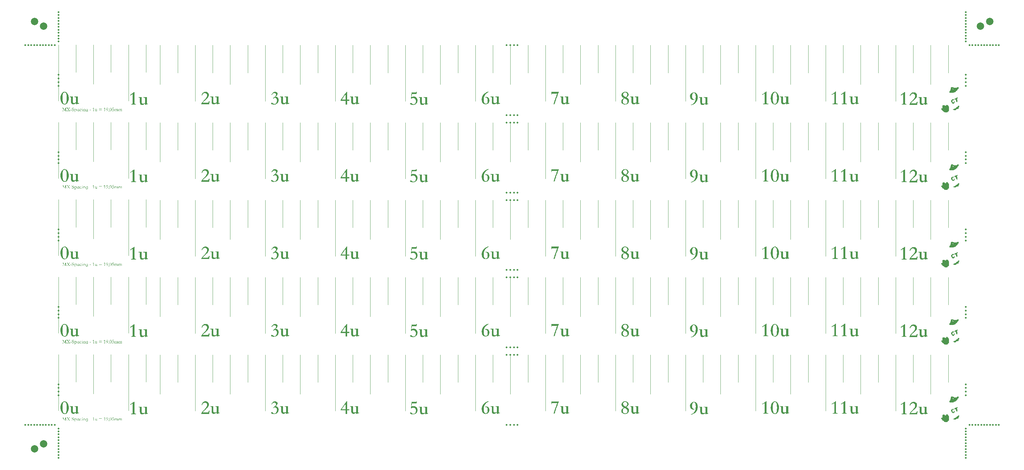
<source format=gts>
G04 #@! TF.GenerationSoftware,KiCad,Pcbnew,8.0.2*
G04 #@! TF.CreationDate,2024-06-02T18:46:01+02:00*
G04 #@! TF.ProjectId,KeyboardUnitRuler-panel,4b657962-6f61-4726-9455-6e697452756c,rev?*
G04 #@! TF.SameCoordinates,Original*
G04 #@! TF.FileFunction,Soldermask,Top*
G04 #@! TF.FilePolarity,Negative*
%FSLAX46Y46*%
G04 Gerber Fmt 4.6, Leading zero omitted, Abs format (unit mm)*
G04 Created by KiCad (PCBNEW 8.0.2) date 2024-06-02 18:46:01*
%MOMM*%
%LPD*%
G01*
G04 APERTURE LIST*
%ADD10C,0.100000*%
%ADD11C,0.300000*%
%ADD12C,0.150000*%
%ADD13C,0.000000*%
%ADD14C,0.500000*%
%ADD15C,2.000000*%
G04 APERTURE END LIST*
D10*
X212885024Y91200000D02*
X212885024Y83732399D01*
X79535027Y49100000D02*
X79535027Y41632399D01*
X212885024Y28050000D02*
X212885024Y20582399D01*
X93822524Y49100000D02*
X93822524Y38432002D01*
X131922528Y49100000D02*
X131922528Y38432002D01*
X141447524Y28050000D02*
X141447524Y12810001D01*
X212885024Y49100000D02*
X212885024Y41632399D01*
X246222528Y28050000D02*
X246222528Y17382002D01*
X79535027Y70150000D02*
X79535027Y62682399D01*
X70010027Y70150000D02*
X70010027Y62682399D01*
X165260024Y91200000D02*
X165260024Y83732399D01*
X112872530Y91200000D02*
X112872530Y80532002D01*
X41435025Y112250000D02*
X41435025Y104782399D01*
X108110028Y28050000D02*
X108110028Y20582399D01*
X193835026Y112250000D02*
X193835026Y104782399D01*
X74772525Y112250000D02*
X74772525Y101582002D01*
X65247530Y49100000D02*
X65247530Y33860001D01*
X222410028Y91200000D02*
X222410028Y83732399D01*
X32821762Y112338799D02*
X32821762Y104871198D01*
X174785027Y28050000D02*
X174785027Y20582399D01*
X222410028Y112250000D02*
X222410028Y104782399D01*
X89060022Y91200000D02*
X89060022Y83732399D01*
X184310030Y70150000D02*
X184310030Y62682399D01*
X41435025Y28050000D02*
X41435025Y20582399D01*
X170022526Y112250000D02*
X170022526Y101582002D01*
X174785027Y112250000D02*
X174785027Y104782399D01*
X89060022Y112250000D02*
X89060022Y104782399D01*
X236697532Y91200000D02*
X236697532Y75960001D01*
X98585025Y112250000D02*
X98585025Y104782399D01*
X89060022Y49100000D02*
X89060022Y41632399D01*
X222410028Y28050000D02*
X222410028Y20582399D01*
X227172529Y28050000D02*
X227172529Y17382002D01*
X155735029Y70150000D02*
X155735029Y62682399D01*
X74772525Y70150000D02*
X74772525Y59482002D01*
X198597527Y28050000D02*
X198597527Y12810001D01*
X165260024Y70150000D02*
X165260024Y62682399D01*
X246222528Y91200000D02*
X246222528Y80532002D01*
X231935031Y28050000D02*
X231935031Y20582399D01*
X208122530Y70150000D02*
X208122530Y59482002D01*
X65247530Y91200000D02*
X65247530Y75960001D01*
X79535027Y91200000D02*
X79535027Y83732399D01*
X141447524Y91200000D02*
X141447524Y75960001D01*
X227172529Y49100000D02*
X227172529Y38432002D01*
X208122530Y28050000D02*
X208122530Y17382002D01*
X13771765Y70238799D02*
X13771765Y62771198D01*
X246222528Y70150000D02*
X246222528Y59482002D01*
X203360029Y112250000D02*
X203360029Y104782399D01*
X108110028Y49100000D02*
X108110028Y41632399D01*
X179547529Y28050000D02*
X179547529Y12810001D01*
X165260024Y28050000D02*
X165260024Y20582399D01*
X23296766Y28138799D02*
X23296766Y20671198D01*
X18534265Y70238799D02*
X18534265Y59570801D01*
X222410028Y70150000D02*
X222410028Y62682399D01*
X231935031Y70150000D02*
X231935031Y62682399D01*
X141447524Y70150000D02*
X141447524Y54910001D01*
X18534265Y91288799D02*
X18534265Y80620801D01*
X117635024Y91200000D02*
X117635024Y83732399D01*
X150972527Y91200000D02*
X150972527Y80532002D01*
X136685022Y91200000D02*
X136685022Y83732399D01*
X203360029Y49100000D02*
X203360029Y41632399D01*
X184310030Y49100000D02*
X184310030Y41632399D01*
X93822524Y28050000D02*
X93822524Y17382002D01*
X98585025Y28050000D02*
X98585025Y20582399D01*
X170022526Y28050000D02*
X170022526Y17382002D01*
X50960025Y91200000D02*
X50960025Y83732399D01*
X179547529Y70150000D02*
X179547529Y54910001D01*
X174785027Y49100000D02*
X174785027Y41632399D01*
X127160027Y28050000D02*
X127160027Y20582399D01*
X217647526Y49100000D02*
X217647526Y33860001D01*
X70010027Y91200000D02*
X70010027Y83732399D01*
X9009264Y28138799D02*
X9009264Y12898800D01*
X250985029Y70150000D02*
X250985029Y62682399D01*
X103347527Y112250000D02*
X103347527Y97010001D01*
X222410028Y49100000D02*
X222410028Y41632399D01*
X79535027Y28050000D02*
X79535027Y20582399D01*
X236697532Y112250000D02*
X236697532Y97010001D01*
X136685022Y28050000D02*
X136685022Y20582399D01*
X13771765Y112338799D02*
X13771765Y104871198D01*
X13771765Y49188799D02*
X13771765Y41721198D01*
X60485028Y91200000D02*
X60485028Y83732399D01*
X193835026Y49100000D02*
X193835026Y41632399D01*
X55722526Y49100000D02*
X55722526Y38432002D01*
X9009264Y112338799D02*
X9009264Y97098800D01*
X179547529Y91200000D02*
X179547529Y75960001D01*
X50960025Y70150000D02*
X50960025Y62682399D01*
X46197527Y112250000D02*
X46197527Y97010001D01*
X28059266Y49188799D02*
X28059266Y33948800D01*
X231935031Y112250000D02*
X231935031Y104782399D01*
X189072532Y28050000D02*
X189072532Y17382002D01*
X227172529Y91200000D02*
X227172529Y80532002D01*
X46197527Y49100000D02*
X46197527Y33860001D01*
X217647526Y112250000D02*
X217647526Y97010001D01*
X208122530Y49100000D02*
X208122530Y38432002D01*
X28059266Y91288799D02*
X28059266Y76048800D01*
X50960025Y112250000D02*
X50960025Y104782399D01*
X98585025Y49100000D02*
X98585025Y41632399D01*
X250985029Y28050000D02*
X250985029Y20582399D01*
X50960025Y49100000D02*
X50960025Y41632399D01*
X160497530Y91200000D02*
X160497530Y75960001D01*
X203360029Y91200000D02*
X203360029Y83732399D01*
X50960025Y28050000D02*
X50960025Y20582399D01*
X241460026Y70150000D02*
X241460026Y62682399D01*
X217647526Y91200000D02*
X217647526Y75960001D01*
X93822524Y70150000D02*
X93822524Y59482002D01*
X241460026Y28050000D02*
X241460026Y20582399D01*
X55722526Y91200000D02*
X55722526Y80532002D01*
X60485028Y49100000D02*
X60485028Y41632399D01*
X236697532Y28050000D02*
X236697532Y12810001D01*
X193835026Y91200000D02*
X193835026Y83732399D01*
X23296766Y91288799D02*
X23296766Y83821198D01*
X36672524Y70150000D02*
X36672524Y59482002D01*
X127160027Y91200000D02*
X127160027Y83732399D01*
X146210026Y70150000D02*
X146210026Y62682399D01*
X41435025Y91200000D02*
X41435025Y83732399D01*
X108110028Y70150000D02*
X108110028Y62682399D01*
X212885024Y70150000D02*
X212885024Y62682399D01*
X208122530Y112250000D02*
X208122530Y101582002D01*
X150972527Y49100000D02*
X150972527Y38432002D01*
X84297528Y28050000D02*
X84297528Y12810001D01*
X122397525Y91200000D02*
X122397525Y75960001D01*
X36672524Y112250000D02*
X36672524Y101582002D01*
X84297528Y70150000D02*
X84297528Y54910001D01*
X103347527Y49100000D02*
X103347527Y33860001D01*
X93822524Y91200000D02*
X93822524Y80532002D01*
X55722526Y28050000D02*
X55722526Y17382002D01*
X198597527Y70150000D02*
X198597527Y54910001D01*
X32821762Y49188799D02*
X32821762Y41721198D01*
X203360029Y28050000D02*
X203360029Y20582399D01*
X160497530Y49100000D02*
X160497530Y33860001D01*
X108110028Y91200000D02*
X108110028Y83732399D01*
X65247530Y112250000D02*
X65247530Y97010001D01*
X179547529Y112250000D02*
X179547529Y97010001D01*
X112872530Y70150000D02*
X112872530Y59482002D01*
X112872530Y112250000D02*
X112872530Y101582002D01*
X46197527Y70150000D02*
X46197527Y54910001D01*
X70010027Y49100000D02*
X70010027Y41632399D01*
X160497530Y28050000D02*
X160497530Y12810001D01*
X174785027Y91200000D02*
X174785027Y83732399D01*
X189072532Y70150000D02*
X189072532Y59482002D01*
X184310030Y112250000D02*
X184310030Y104782399D01*
X28059266Y70238799D02*
X28059266Y54998800D01*
X103347527Y91200000D02*
X103347527Y75960001D01*
X131922528Y28050000D02*
X131922528Y17382002D01*
X32821762Y70238799D02*
X32821762Y62771198D01*
X150972527Y112250000D02*
X150972527Y101582002D01*
X122397525Y70150000D02*
X122397525Y54910001D01*
X127160027Y70150000D02*
X127160027Y62682399D01*
X189072532Y112250000D02*
X189072532Y101582002D01*
X93822524Y112250000D02*
X93822524Y101582002D01*
X155735029Y28050000D02*
X155735029Y20582399D01*
X28059266Y28138799D02*
X28059266Y12898800D01*
X60485028Y70150000D02*
X60485028Y62682399D01*
X89060022Y28050000D02*
X89060022Y20582399D01*
X74772525Y28050000D02*
X74772525Y17382002D01*
X108110028Y112250000D02*
X108110028Y104782399D01*
X136685022Y49100000D02*
X136685022Y41632399D01*
X46197527Y91200000D02*
X46197527Y75960001D01*
X84297528Y91200000D02*
X84297528Y75960001D01*
X98585025Y70150000D02*
X98585025Y62682399D01*
X146210026Y91200000D02*
X146210026Y83732399D01*
X18534265Y112338799D02*
X18534265Y101670801D01*
X150972527Y70150000D02*
X150972527Y59482002D01*
X103347527Y70150000D02*
X103347527Y54910001D01*
X117635024Y112250000D02*
X117635024Y104782399D01*
X217647526Y28050000D02*
X217647526Y12810001D01*
X122397525Y49100000D02*
X122397525Y33860001D01*
X122397525Y112250000D02*
X122397525Y97010001D01*
X28059266Y112338799D02*
X28059266Y97098800D01*
X146210026Y28050000D02*
X146210026Y20582399D01*
X65247530Y28050000D02*
X65247530Y12810001D01*
X170022526Y91200000D02*
X170022526Y80532002D01*
X198597527Y49100000D02*
X198597527Y33860001D01*
X131922528Y91200000D02*
X131922528Y80532002D01*
X117635024Y28050000D02*
X117635024Y20582399D01*
X189072532Y49100000D02*
X189072532Y38432002D01*
X112872530Y49100000D02*
X112872530Y38432002D01*
X208122530Y91200000D02*
X208122530Y80532002D01*
X103347527Y28050000D02*
X103347527Y12810001D01*
X41435025Y70150000D02*
X41435025Y62682399D01*
X198597527Y91200000D02*
X198597527Y75960001D01*
X165260024Y49100000D02*
X165260024Y41632399D01*
X141447524Y112250000D02*
X141447524Y97010001D01*
X127160027Y49100000D02*
X127160027Y41632399D01*
X246222528Y112250000D02*
X246222528Y101582002D01*
X136685022Y112250000D02*
X136685022Y104782399D01*
X131922528Y70150000D02*
X131922528Y59482002D01*
X46197527Y28050000D02*
X46197527Y12810001D01*
X170022526Y70150000D02*
X170022526Y59482002D01*
X198597527Y112250000D02*
X198597527Y97010001D01*
X236697532Y49100000D02*
X236697532Y33860001D01*
X184310030Y28050000D02*
X184310030Y20582399D01*
X65247530Y70150000D02*
X65247530Y54910001D01*
X23296766Y112338799D02*
X23296766Y104871198D01*
X32821762Y28138799D02*
X32821762Y20671198D01*
X23296766Y49188799D02*
X23296766Y41721198D01*
X241460026Y91200000D02*
X241460026Y83732399D01*
X136685022Y70150000D02*
X136685022Y62682399D01*
X141447524Y49100000D02*
X141447524Y33860001D01*
X189072532Y91200000D02*
X189072532Y80532002D01*
X13771765Y28138799D02*
X13771765Y20671198D01*
X70010027Y28050000D02*
X70010027Y20582399D01*
X250985029Y91200000D02*
X250985029Y83732399D01*
X250985029Y112250000D02*
X250985029Y104782399D01*
X160497530Y70150000D02*
X160497530Y54910001D01*
X227172529Y112250000D02*
X227172529Y101582002D01*
X84297528Y49100000D02*
X84297528Y33860001D01*
X60485028Y28050000D02*
X60485028Y20582399D01*
X127160027Y112250000D02*
X127160027Y104782399D01*
X146210026Y112250000D02*
X146210026Y104782399D01*
X241460026Y112250000D02*
X241460026Y104782399D01*
X18534265Y49188799D02*
X18534265Y38520801D01*
X89060022Y70150000D02*
X89060022Y62682399D01*
X9009264Y91288799D02*
X9009264Y76048800D01*
X241460026Y49100000D02*
X241460026Y41632399D01*
X155735029Y49100000D02*
X155735029Y41632399D01*
X23296766Y70238799D02*
X23296766Y62771198D01*
X165260024Y112250000D02*
X165260024Y104782399D01*
X13771765Y91288799D02*
X13771765Y83821198D01*
X170022526Y49100000D02*
X170022526Y38432002D01*
X74772525Y91200000D02*
X74772525Y80532002D01*
X41435025Y49100000D02*
X41435025Y41632399D01*
X203360029Y70150000D02*
X203360029Y62682399D01*
X74772525Y49100000D02*
X74772525Y38432002D01*
X174785027Y70150000D02*
X174785027Y62682399D01*
X117635024Y49100000D02*
X117635024Y41632399D01*
X70010027Y112250000D02*
X70010027Y104782399D01*
X112872530Y28050000D02*
X112872530Y17382002D01*
X179547529Y49100000D02*
X179547529Y33860001D01*
X246222528Y49100000D02*
X246222528Y38432002D01*
X9009264Y70238799D02*
X9009264Y54998800D01*
X193835026Y28050000D02*
X193835026Y20582399D01*
X117635024Y70150000D02*
X117635024Y62682399D01*
X79535027Y112250000D02*
X79535027Y104782399D01*
X36672524Y49100000D02*
X36672524Y38432002D01*
X212885024Y112250000D02*
X212885024Y104782399D01*
X131922528Y112250000D02*
X131922528Y101582002D01*
X55722526Y70150000D02*
X55722526Y59482002D01*
X184310030Y91200000D02*
X184310030Y83732399D01*
X55722526Y112250000D02*
X55722526Y101582002D01*
X231935031Y91200000D02*
X231935031Y83732399D01*
X231935031Y49100000D02*
X231935031Y41632399D01*
X122397525Y28050000D02*
X122397525Y12810001D01*
X236697532Y70150000D02*
X236697532Y54910001D01*
X150972527Y28050000D02*
X150972527Y17382002D01*
X36672524Y91200000D02*
X36672524Y80532002D01*
X84297528Y112250000D02*
X84297528Y97010001D01*
X36672524Y28050000D02*
X36672524Y17382002D01*
X227172529Y70150000D02*
X227172529Y59482002D01*
X155735029Y112250000D02*
X155735029Y104782399D01*
X155735029Y91200000D02*
X155735029Y83732399D01*
X217647526Y70150000D02*
X217647526Y54910001D01*
X193835026Y70150000D02*
X193835026Y62682399D01*
X146210026Y49100000D02*
X146210026Y41632399D01*
X160497530Y112250000D02*
X160497530Y97010001D01*
X18534265Y28138799D02*
X18534265Y17470801D01*
X98585025Y91200000D02*
X98585025Y83732399D01*
X32821762Y91288799D02*
X32821762Y83821198D01*
X9009264Y49188799D02*
X9009264Y33948800D01*
X60485028Y112250000D02*
X60485028Y104782399D01*
X250985029Y49100000D02*
X250985029Y41632399D01*
D11*
G36*
X49991714Y11969533D02*
G01*
X49798954Y11969533D01*
X49600227Y11969533D01*
X49555279Y11969533D01*
X49358290Y11969533D01*
X49169342Y11969533D01*
X48980019Y11969533D01*
X48957856Y11969533D01*
X48764313Y11969533D01*
X48563078Y11969533D01*
X48376384Y11969533D01*
X48323211Y11969533D01*
X48126527Y11969533D01*
X47929149Y11969533D01*
X47855136Y11969533D01*
X47910570Y12153511D01*
X47927720Y12202175D01*
X48008680Y12372642D01*
X48044972Y12432024D01*
X48153422Y12583761D01*
X48246904Y12698166D01*
X48371611Y12838572D01*
X48502036Y12977633D01*
X48575394Y13053642D01*
X48735451Y13224866D01*
X48874382Y13368551D01*
X49004511Y13512987D01*
X49065802Y13585925D01*
X49178342Y13734561D01*
X49274248Y13891150D01*
X49350584Y14062505D01*
X49380333Y14160084D01*
X49410326Y14350453D01*
X49412903Y14428087D01*
X49389609Y14623374D01*
X49311804Y14796837D01*
X49247262Y14873827D01*
X49083548Y14985150D01*
X48896441Y15032700D01*
X48815480Y15036676D01*
X48623202Y15011289D01*
X48440891Y14926490D01*
X48353919Y14856147D01*
X48228206Y14699201D01*
X48141018Y14516249D01*
X48089639Y14338752D01*
X47940748Y14387142D01*
X47985653Y14588203D01*
X48049526Y14767979D01*
X48145753Y14947375D01*
X48266755Y15098970D01*
X48300877Y15132524D01*
X48449709Y15246926D01*
X48638141Y15336557D01*
X48824297Y15381501D01*
X49001593Y15394013D01*
X49189102Y15379124D01*
X49366374Y15334457D01*
X49537671Y15255946D01*
X49667877Y15161372D01*
X49796317Y15020860D01*
X49872602Y14892439D01*
X49934303Y14705242D01*
X49948908Y14542546D01*
X49932623Y14355502D01*
X49883769Y14183348D01*
X49800376Y14012221D01*
X49703239Y13866025D01*
X49576217Y13714343D01*
X49436005Y13573831D01*
X49425931Y13564522D01*
X49279087Y13431927D01*
X49133481Y13304657D01*
X49075107Y13254644D01*
X48880619Y13082489D01*
X48735451Y12949884D01*
X48599269Y12811717D01*
X48579116Y12790292D01*
X48447557Y12640587D01*
X48326119Y12484950D01*
X48255279Y12386426D01*
X49463153Y12386426D01*
X49652296Y12409133D01*
X49656711Y12410621D01*
X49770240Y12485066D01*
X49845615Y12621859D01*
X49911594Y12797712D01*
X49926575Y12836820D01*
X50071743Y12836820D01*
X49991714Y11969533D01*
G37*
G36*
X50306245Y14083777D02*
G01*
X51140032Y14083777D01*
X51140032Y12788431D01*
X51156953Y12596549D01*
X51228435Y12432024D01*
X51390572Y12339296D01*
X51511327Y12326870D01*
X51697567Y12348111D01*
X51785844Y12376190D01*
X51948286Y12467793D01*
X52033374Y12536247D01*
X52033374Y13769246D01*
X52022208Y13844622D01*
X51968235Y13897664D01*
X51838886Y13936748D01*
X51648042Y13963444D01*
X51602523Y13968387D01*
X51602523Y14083777D01*
X52569380Y14083777D01*
X52569380Y12571609D01*
X52575894Y12429232D01*
X52613116Y12351065D01*
X52702451Y12313842D01*
X52867161Y12303606D01*
X52867161Y12243119D01*
X52867161Y12182633D01*
X52033374Y11975117D01*
X52033374Y12405968D01*
X51900463Y12269419D01*
X51843539Y12215202D01*
X51692125Y12096888D01*
X51663940Y12079340D01*
X51489077Y12001151D01*
X51476896Y11997450D01*
X51289009Y11969969D01*
X51259144Y11969533D01*
X51070534Y11992845D01*
X50894130Y12080503D01*
X50810612Y12166813D01*
X50721016Y12332570D01*
X50675213Y12515782D01*
X50663582Y12687930D01*
X50663582Y13771108D01*
X50649624Y13847414D01*
X50600304Y13901387D01*
X50493289Y13941401D01*
X50306245Y13978624D01*
X50306245Y14083777D01*
G37*
G36*
X10884130Y36418008D02*
G01*
X11057864Y36347291D01*
X11122231Y36308151D01*
X11279827Y36182086D01*
X11411124Y36036547D01*
X11481429Y35938716D01*
X11580683Y35767710D01*
X11657745Y35595264D01*
X11722267Y35406643D01*
X11728029Y35386891D01*
X11772113Y35205314D01*
X11801769Y35016523D01*
X11816998Y34820518D01*
X11819225Y34708509D01*
X11812232Y34513445D01*
X11791253Y34323975D01*
X11756289Y34140099D01*
X11730821Y34040363D01*
X11669207Y33850615D01*
X11594871Y33676861D01*
X11498407Y33504205D01*
X11488874Y33489469D01*
X11377575Y33339574D01*
X11241611Y33201887D01*
X11129676Y33116312D01*
X10958434Y33027141D01*
X10764746Y32981951D01*
X10693241Y32978588D01*
X10499120Y33003881D01*
X10325563Y33072661D01*
X10260528Y33110729D01*
X10112960Y33224796D01*
X9978741Y33367390D01*
X9896677Y33478302D01*
X9795834Y33648869D01*
X9717899Y33820151D01*
X9653050Y34006882D01*
X9647285Y34026405D01*
X9599194Y34227621D01*
X9571141Y34416642D01*
X9557515Y34613170D01*
X9556090Y34702926D01*
X9556255Y34707579D01*
X10116290Y34707579D01*
X10118522Y34517591D01*
X10130240Y34255591D01*
X10152001Y34021170D01*
X10183805Y33814329D01*
X10241835Y33581440D01*
X10317719Y33397581D01*
X10437684Y33236704D01*
X10618468Y33144774D01*
X10687657Y33138646D01*
X10873588Y33176177D01*
X11030670Y33304160D01*
X11122224Y33476430D01*
X11138051Y33522969D01*
X11185188Y33711015D01*
X11216376Y33903882D01*
X11239059Y34125996D01*
X11251463Y34333433D01*
X11257961Y34561181D01*
X11259024Y34707579D01*
X11257105Y34900366D01*
X11249308Y35123479D01*
X11235513Y35326735D01*
X11211042Y35544433D01*
X11177934Y35733538D01*
X11136190Y35894049D01*
X11051048Y36082530D01*
X10918806Y36219606D01*
X10727577Y36282433D01*
X10687657Y36283956D01*
X10503907Y36246425D01*
X10347545Y36118442D01*
X10255272Y35946172D01*
X10239125Y35899633D01*
X10191262Y35711230D01*
X10159594Y35517491D01*
X10136563Y35293981D01*
X10123967Y35084981D01*
X10117370Y34855307D01*
X10116290Y34707579D01*
X9556255Y34707579D01*
X9563304Y34905858D01*
X9584945Y35101135D01*
X9621013Y35288757D01*
X9647285Y35389683D01*
X9710553Y35580903D01*
X9786361Y35755584D01*
X9884235Y35928630D01*
X9893885Y35943369D01*
X10006443Y36092604D01*
X10142277Y36228067D01*
X10253083Y36310942D01*
X10422966Y36397101D01*
X10615535Y36440765D01*
X10686727Y36444013D01*
X10884130Y36418008D01*
G37*
G36*
X12057449Y35133777D02*
G01*
X12891236Y35133777D01*
X12891236Y33838431D01*
X12908157Y33646549D01*
X12979639Y33482024D01*
X13141776Y33389296D01*
X13262531Y33376870D01*
X13448771Y33398111D01*
X13537048Y33426190D01*
X13699490Y33517793D01*
X13784578Y33586247D01*
X13784578Y34819246D01*
X13773412Y34894622D01*
X13719439Y34947664D01*
X13590090Y34986748D01*
X13399246Y35013444D01*
X13353727Y35018387D01*
X13353727Y35133777D01*
X14320584Y35133777D01*
X14320584Y33621609D01*
X14327098Y33479232D01*
X14364320Y33401065D01*
X14453655Y33363842D01*
X14618365Y33353606D01*
X14618365Y33293119D01*
X14618365Y33232633D01*
X13784578Y33025117D01*
X13784578Y33455968D01*
X13651667Y33319419D01*
X13594743Y33265202D01*
X13443329Y33146888D01*
X13415144Y33129340D01*
X13240281Y33051151D01*
X13228100Y33047450D01*
X13040213Y33019969D01*
X13010348Y33019533D01*
X12821738Y33042845D01*
X12645334Y33130503D01*
X12561816Y33216813D01*
X12472220Y33382570D01*
X12426417Y33565782D01*
X12414786Y33737930D01*
X12414786Y34821108D01*
X12400828Y34897414D01*
X12351508Y34951387D01*
X12244493Y34991401D01*
X12057449Y35028624D01*
X12057449Y35133777D01*
G37*
G36*
X106405776Y14798514D02*
G01*
X105638991Y14798514D01*
X105448923Y14798514D01*
X105291890Y14798514D01*
X105130902Y14788278D01*
X105073207Y13970311D01*
X105251579Y14039097D01*
X105328182Y14056853D01*
X105519220Y14081705D01*
X105588740Y14083840D01*
X105781565Y14070171D01*
X105970674Y14024879D01*
X106033550Y14001020D01*
X106205210Y13909063D01*
X106350288Y13788480D01*
X106367623Y13770239D01*
X106481963Y13621154D01*
X106568494Y13449576D01*
X106577931Y13425000D01*
X106631366Y13233916D01*
X106651722Y13044502D01*
X106652376Y13002523D01*
X106637196Y12809285D01*
X106586491Y12615893D01*
X106544431Y12518629D01*
X106445821Y12352598D01*
X106325402Y12206839D01*
X106262469Y12146403D01*
X106112788Y12031655D01*
X105946521Y11939945D01*
X105864187Y11905387D01*
X105679667Y11850559D01*
X105490540Y11823682D01*
X105401696Y11820705D01*
X105208023Y11834315D01*
X105141138Y11844900D01*
X104957645Y11889294D01*
X104890816Y11911901D01*
X104724999Y11997385D01*
X104700981Y12016124D01*
X104627466Y12159431D01*
X104664689Y12264585D01*
X104754954Y12334377D01*
X104862899Y12358572D01*
X104961539Y12326933D01*
X105108120Y12211014D01*
X105157888Y12172459D01*
X105309571Y12064513D01*
X105436127Y12001235D01*
X105571990Y11980762D01*
X105755787Y12011621D01*
X105842784Y12052416D01*
X105994128Y12174211D01*
X106052162Y12244112D01*
X106145872Y12409433D01*
X106187094Y12523282D01*
X106226221Y12708057D01*
X106235483Y12858285D01*
X106215799Y13052964D01*
X106179649Y13177469D01*
X106092045Y13347952D01*
X106022384Y13435236D01*
X105875247Y13557697D01*
X105786020Y13605529D01*
X105605723Y13658310D01*
X105486378Y13666947D01*
X105291359Y13650771D01*
X105110597Y13588656D01*
X105004345Y13501306D01*
X104914080Y13501306D01*
X105014581Y15215407D01*
X105644574Y15215407D01*
X105837916Y15215407D01*
X105974925Y15215407D01*
X106165200Y15226107D01*
X106179649Y15228435D01*
X106290386Y15274033D01*
X106343429Y15364298D01*
X106451374Y15364298D01*
X106405776Y14798514D01*
G37*
G36*
X107009713Y13934949D02*
G01*
X107843500Y13934949D01*
X107843500Y12639603D01*
X107860421Y12447721D01*
X107931903Y12283196D01*
X108094040Y12190468D01*
X108214795Y12178042D01*
X108401035Y12199283D01*
X108489312Y12227362D01*
X108651754Y12318965D01*
X108736842Y12387419D01*
X108736842Y13620418D01*
X108725676Y13695794D01*
X108671703Y13748836D01*
X108542354Y13787920D01*
X108351510Y13814616D01*
X108305991Y13819559D01*
X108305991Y13934949D01*
X109272848Y13934949D01*
X109272848Y12422781D01*
X109279362Y12280404D01*
X109316584Y12202237D01*
X109405919Y12165014D01*
X109570629Y12154778D01*
X109570629Y12094291D01*
X109570629Y12033805D01*
X108736842Y11826289D01*
X108736842Y12257140D01*
X108603931Y12120591D01*
X108547007Y12066374D01*
X108395593Y11948060D01*
X108367408Y11930512D01*
X108192545Y11852323D01*
X108180364Y11848622D01*
X107992477Y11821141D01*
X107962612Y11820705D01*
X107774002Y11844017D01*
X107597598Y11931675D01*
X107514080Y12017985D01*
X107424484Y12183742D01*
X107378681Y12366954D01*
X107367050Y12539102D01*
X107367050Y13622280D01*
X107353092Y13698586D01*
X107303772Y13752559D01*
X107196757Y13792573D01*
X107009713Y13829796D01*
X107009713Y13934949D01*
G37*
G36*
X125977620Y99659153D02*
G01*
X126020426Y99558652D01*
X125845809Y99471294D01*
X125682086Y99376723D01*
X125512948Y99263183D01*
X125449059Y99215273D01*
X125299878Y99087539D01*
X125165237Y98947445D01*
X125045136Y98794992D01*
X125022860Y98763019D01*
X124920934Y98595371D01*
X124835002Y98414638D01*
X124765065Y98220819D01*
X124752996Y98180485D01*
X124708013Y97990663D01*
X124677751Y97786561D01*
X124663211Y97593149D01*
X124659940Y97440685D01*
X124667819Y97248502D01*
X124687857Y97068459D01*
X124725079Y96880485D01*
X124779052Y96709261D01*
X124869286Y96535682D01*
X124948415Y96438467D01*
X125110113Y96342456D01*
X125211765Y96329590D01*
X125395505Y96364914D01*
X125551128Y96481961D01*
X125596088Y96543620D01*
X125673440Y96721225D01*
X125712845Y96911848D01*
X125729828Y97115525D01*
X125731951Y97229447D01*
X125721425Y97435168D01*
X125685038Y97629387D01*
X125607067Y97814708D01*
X125598880Y97827800D01*
X125463843Y97969021D01*
X125276071Y98032570D01*
X125233168Y98034386D01*
X125051068Y97995087D01*
X125045194Y97992511D01*
X124997735Y98114415D01*
X125167098Y98173971D01*
X125356663Y98194423D01*
X125363447Y98194443D01*
X125570338Y98174348D01*
X125751318Y98114062D01*
X125922019Y97999941D01*
X125981342Y97940399D01*
X126091102Y97783513D01*
X126164940Y97598656D01*
X126200418Y97410856D01*
X126208400Y97255503D01*
X126195346Y97067935D01*
X126152089Y96879335D01*
X126129302Y96815345D01*
X126041912Y96639583D01*
X125926305Y96489175D01*
X125908758Y96471036D01*
X125765725Y96350794D01*
X125601835Y96258769D01*
X125578408Y96248631D01*
X125394358Y96191857D01*
X125196403Y96169842D01*
X125168959Y96169533D01*
X124973121Y96186581D01*
X124782486Y96243069D01*
X124719496Y96272826D01*
X124560158Y96377558D01*
X124425757Y96509364D01*
X124391937Y96551996D01*
X124289062Y96718000D01*
X124214907Y96893836D01*
X124191865Y96967028D01*
X124150470Y97153766D01*
X124128180Y97353852D01*
X124123934Y97494658D01*
X124132891Y97705257D01*
X124159761Y97906201D01*
X124204544Y98097490D01*
X124267241Y98279125D01*
X124345932Y98451105D01*
X124437767Y98613430D01*
X124556793Y98784506D01*
X124660870Y98909117D01*
X124791382Y99042188D01*
X124932595Y99164092D01*
X125084510Y99274829D01*
X125247126Y99374400D01*
X125418758Y99463036D01*
X125597717Y99540041D01*
X125784004Y99605413D01*
X125977620Y99659153D01*
G37*
G36*
X126506181Y98283777D02*
G01*
X127339968Y98283777D01*
X127339968Y96988431D01*
X127356889Y96796549D01*
X127428371Y96632024D01*
X127590508Y96539296D01*
X127711263Y96526870D01*
X127897503Y96548111D01*
X127985780Y96576190D01*
X128148222Y96667793D01*
X128233310Y96736247D01*
X128233310Y97969246D01*
X128222144Y98044622D01*
X128168171Y98097664D01*
X128038822Y98136748D01*
X127847978Y98163444D01*
X127802459Y98168387D01*
X127802459Y98283777D01*
X128769316Y98283777D01*
X128769316Y96771609D01*
X128775830Y96629232D01*
X128813052Y96551065D01*
X128902387Y96513842D01*
X129067097Y96503606D01*
X129067097Y96443119D01*
X129067097Y96382633D01*
X128233310Y96175117D01*
X128233310Y96605968D01*
X128100399Y96469419D01*
X128043475Y96415202D01*
X127892061Y96296888D01*
X127863876Y96279340D01*
X127689013Y96201151D01*
X127676832Y96197450D01*
X127488945Y96169969D01*
X127459080Y96169533D01*
X127270470Y96192845D01*
X127094066Y96280503D01*
X127010548Y96366813D01*
X126920952Y96532570D01*
X126875149Y96715782D01*
X126863518Y96887930D01*
X126863518Y97971108D01*
X126849560Y98047414D01*
X126800240Y98101387D01*
X126693225Y98141401D01*
X126506181Y98178624D01*
X126506181Y98283777D01*
G37*
G36*
X220952205Y33079089D02*
G01*
X220760422Y33079089D01*
X220626507Y33079089D01*
X220435276Y33079089D01*
X220237531Y33079089D01*
X220039786Y33079089D01*
X219848555Y33079089D01*
X219652984Y33079089D01*
X219522857Y33079089D01*
X219522857Y33201924D01*
X219820638Y33250313D01*
X219978194Y33358175D01*
X219999306Y33456899D01*
X219999306Y35999203D01*
X219384203Y35588824D01*
X219299521Y35733061D01*
X219458099Y35838545D01*
X219509829Y35873577D01*
X219667371Y35982627D01*
X219765735Y36052245D01*
X219917664Y36163608D01*
X220037460Y36255109D01*
X220189029Y36376973D01*
X220300810Y36473791D01*
X220475756Y36473791D01*
X220475756Y33456899D01*
X220558313Y33284075D01*
X220667452Y33244730D01*
X220952205Y33201924D01*
X220952205Y33079089D01*
G37*
G36*
X223453565Y33079089D02*
G01*
X223261781Y33079089D01*
X223127867Y33079089D01*
X222936636Y33079089D01*
X222738891Y33079089D01*
X222541145Y33079089D01*
X222349914Y33079089D01*
X222154343Y33079089D01*
X222024216Y33079089D01*
X222024216Y33201924D01*
X222321997Y33250313D01*
X222479554Y33358175D01*
X222500666Y33456899D01*
X222500666Y35999203D01*
X221885562Y35588824D01*
X221800881Y35733061D01*
X221959459Y35838545D01*
X222011189Y35873577D01*
X222168730Y35982627D01*
X222267094Y36052245D01*
X222419023Y36163608D01*
X222538819Y36255109D01*
X222690389Y36376973D01*
X222802169Y36473791D01*
X222977115Y36473791D01*
X222977115Y33456899D01*
X223059672Y33284075D01*
X223168812Y33244730D01*
X223453565Y33201924D01*
X223453565Y33079089D01*
G37*
G36*
X224108683Y35133777D02*
G01*
X224942469Y35133777D01*
X224942469Y33838431D01*
X224959390Y33646549D01*
X225030873Y33482024D01*
X225193009Y33389296D01*
X225313765Y33376870D01*
X225500004Y33398111D01*
X225588281Y33426190D01*
X225750723Y33517793D01*
X225835812Y33586247D01*
X225835812Y34819246D01*
X225824645Y34894622D01*
X225770672Y34947664D01*
X225641324Y34986748D01*
X225450480Y35013444D01*
X225404960Y35018387D01*
X225404960Y35133777D01*
X226371817Y35133777D01*
X226371817Y33621609D01*
X226378331Y33479232D01*
X226415554Y33401065D01*
X226504888Y33363842D01*
X226669598Y33353606D01*
X226669598Y33293119D01*
X226669598Y33232633D01*
X225835812Y33025117D01*
X225835812Y33455968D01*
X225702901Y33319419D01*
X225645976Y33265202D01*
X225494562Y33146888D01*
X225466377Y33129340D01*
X225291515Y33051151D01*
X225279334Y33047450D01*
X225091447Y33019969D01*
X225061581Y33019533D01*
X224872971Y33042845D01*
X224696567Y33130503D01*
X224613049Y33216813D01*
X224523453Y33382570D01*
X224477650Y33565782D01*
X224466020Y33737930D01*
X224466020Y34821108D01*
X224452061Y34897414D01*
X224402741Y34951387D01*
X224295726Y34991401D01*
X224108683Y35028624D01*
X224108683Y35133777D01*
G37*
G36*
X125977620Y78609153D02*
G01*
X126020426Y78508652D01*
X125845809Y78421294D01*
X125682086Y78326723D01*
X125512948Y78213183D01*
X125449059Y78165273D01*
X125299878Y78037539D01*
X125165237Y77897445D01*
X125045136Y77744992D01*
X125022860Y77713019D01*
X124920934Y77545371D01*
X124835002Y77364638D01*
X124765065Y77170819D01*
X124752996Y77130485D01*
X124708013Y76940663D01*
X124677751Y76736561D01*
X124663211Y76543149D01*
X124659940Y76390685D01*
X124667819Y76198502D01*
X124687857Y76018459D01*
X124725079Y75830485D01*
X124779052Y75659261D01*
X124869286Y75485682D01*
X124948415Y75388467D01*
X125110113Y75292456D01*
X125211765Y75279590D01*
X125395505Y75314914D01*
X125551128Y75431961D01*
X125596088Y75493620D01*
X125673440Y75671225D01*
X125712845Y75861848D01*
X125729828Y76065525D01*
X125731951Y76179447D01*
X125721425Y76385168D01*
X125685038Y76579387D01*
X125607067Y76764708D01*
X125598880Y76777800D01*
X125463843Y76919021D01*
X125276071Y76982570D01*
X125233168Y76984386D01*
X125051068Y76945087D01*
X125045194Y76942511D01*
X124997735Y77064415D01*
X125167098Y77123971D01*
X125356663Y77144423D01*
X125363447Y77144443D01*
X125570338Y77124348D01*
X125751318Y77064062D01*
X125922019Y76949941D01*
X125981342Y76890399D01*
X126091102Y76733513D01*
X126164940Y76548656D01*
X126200418Y76360856D01*
X126208400Y76205503D01*
X126195346Y76017935D01*
X126152089Y75829335D01*
X126129302Y75765345D01*
X126041912Y75589583D01*
X125926305Y75439175D01*
X125908758Y75421036D01*
X125765725Y75300794D01*
X125601835Y75208769D01*
X125578408Y75198631D01*
X125394358Y75141857D01*
X125196403Y75119842D01*
X125168959Y75119533D01*
X124973121Y75136581D01*
X124782486Y75193069D01*
X124719496Y75222826D01*
X124560158Y75327558D01*
X124425757Y75459364D01*
X124391937Y75501996D01*
X124289062Y75668000D01*
X124214907Y75843836D01*
X124191865Y75917028D01*
X124150470Y76103766D01*
X124128180Y76303852D01*
X124123934Y76444658D01*
X124132891Y76655257D01*
X124159761Y76856201D01*
X124204544Y77047490D01*
X124267241Y77229125D01*
X124345932Y77401105D01*
X124437767Y77563430D01*
X124556793Y77734506D01*
X124660870Y77859117D01*
X124791382Y77992188D01*
X124932595Y78114092D01*
X125084510Y78224829D01*
X125247126Y78324400D01*
X125418758Y78413036D01*
X125597717Y78490041D01*
X125784004Y78555413D01*
X125977620Y78609153D01*
G37*
G36*
X126506181Y77233777D02*
G01*
X127339968Y77233777D01*
X127339968Y75938431D01*
X127356889Y75746549D01*
X127428371Y75582024D01*
X127590508Y75489296D01*
X127711263Y75476870D01*
X127897503Y75498111D01*
X127985780Y75526190D01*
X128148222Y75617793D01*
X128233310Y75686247D01*
X128233310Y76919246D01*
X128222144Y76994622D01*
X128168171Y77047664D01*
X128038822Y77086748D01*
X127847978Y77113444D01*
X127802459Y77118387D01*
X127802459Y77233777D01*
X128769316Y77233777D01*
X128769316Y75721609D01*
X128775830Y75579232D01*
X128813052Y75501065D01*
X128902387Y75463842D01*
X129067097Y75453606D01*
X129067097Y75393119D01*
X129067097Y75332633D01*
X128233310Y75125117D01*
X128233310Y75555968D01*
X128100399Y75419419D01*
X128043475Y75365202D01*
X127892061Y75246888D01*
X127863876Y75229340D01*
X127689013Y75151151D01*
X127676832Y75147450D01*
X127488945Y75119969D01*
X127459080Y75119533D01*
X127270470Y75142845D01*
X127094066Y75230503D01*
X127010548Y75316813D01*
X126920952Y75482570D01*
X126875149Y75665782D01*
X126863518Y75837930D01*
X126863518Y76921108D01*
X126849560Y76997414D01*
X126800240Y77051387D01*
X126693225Y77091401D01*
X126506181Y77128624D01*
X126506181Y77233777D01*
G37*
G36*
X49991714Y33019533D02*
G01*
X49798954Y33019533D01*
X49600227Y33019533D01*
X49555279Y33019533D01*
X49358290Y33019533D01*
X49169342Y33019533D01*
X48980019Y33019533D01*
X48957856Y33019533D01*
X48764313Y33019533D01*
X48563078Y33019533D01*
X48376384Y33019533D01*
X48323211Y33019533D01*
X48126527Y33019533D01*
X47929149Y33019533D01*
X47855136Y33019533D01*
X47910570Y33203511D01*
X47927720Y33252175D01*
X48008680Y33422642D01*
X48044972Y33482024D01*
X48153422Y33633761D01*
X48246904Y33748166D01*
X48371611Y33888572D01*
X48502036Y34027633D01*
X48575394Y34103642D01*
X48735451Y34274866D01*
X48874382Y34418551D01*
X49004511Y34562987D01*
X49065802Y34635925D01*
X49178342Y34784561D01*
X49274248Y34941150D01*
X49350584Y35112505D01*
X49380333Y35210084D01*
X49410326Y35400453D01*
X49412903Y35478087D01*
X49389609Y35673374D01*
X49311804Y35846837D01*
X49247262Y35923827D01*
X49083548Y36035150D01*
X48896441Y36082700D01*
X48815480Y36086676D01*
X48623202Y36061289D01*
X48440891Y35976490D01*
X48353919Y35906147D01*
X48228206Y35749201D01*
X48141018Y35566249D01*
X48089639Y35388752D01*
X47940748Y35437142D01*
X47985653Y35638203D01*
X48049526Y35817979D01*
X48145753Y35997375D01*
X48266755Y36148970D01*
X48300877Y36182524D01*
X48449709Y36296926D01*
X48638141Y36386557D01*
X48824297Y36431501D01*
X49001593Y36444013D01*
X49189102Y36429124D01*
X49366374Y36384457D01*
X49537671Y36305946D01*
X49667877Y36211372D01*
X49796317Y36070860D01*
X49872602Y35942439D01*
X49934303Y35755242D01*
X49948908Y35592546D01*
X49932623Y35405502D01*
X49883769Y35233348D01*
X49800376Y35062221D01*
X49703239Y34916025D01*
X49576217Y34764343D01*
X49436005Y34623831D01*
X49425931Y34614522D01*
X49279087Y34481927D01*
X49133481Y34354657D01*
X49075107Y34304644D01*
X48880619Y34132489D01*
X48735451Y33999884D01*
X48599269Y33861717D01*
X48579116Y33840292D01*
X48447557Y33690587D01*
X48326119Y33534950D01*
X48255279Y33436426D01*
X49463153Y33436426D01*
X49652296Y33459133D01*
X49656711Y33460621D01*
X49770240Y33535066D01*
X49845615Y33671859D01*
X49911594Y33847712D01*
X49926575Y33886820D01*
X50071743Y33886820D01*
X49991714Y33019533D01*
G37*
G36*
X50306245Y35133777D02*
G01*
X51140032Y35133777D01*
X51140032Y33838431D01*
X51156953Y33646549D01*
X51228435Y33482024D01*
X51390572Y33389296D01*
X51511327Y33376870D01*
X51697567Y33398111D01*
X51785844Y33426190D01*
X51948286Y33517793D01*
X52033374Y33586247D01*
X52033374Y34819246D01*
X52022208Y34894622D01*
X51968235Y34947664D01*
X51838886Y34986748D01*
X51648042Y35013444D01*
X51602523Y35018387D01*
X51602523Y35133777D01*
X52569380Y35133777D01*
X52569380Y33621609D01*
X52575894Y33479232D01*
X52613116Y33401065D01*
X52702451Y33363842D01*
X52867161Y33353606D01*
X52867161Y33293119D01*
X52867161Y33232633D01*
X52033374Y33025117D01*
X52033374Y33455968D01*
X51900463Y33319419D01*
X51843539Y33265202D01*
X51692125Y33146888D01*
X51663940Y33129340D01*
X51489077Y33051151D01*
X51476896Y33047450D01*
X51289009Y33019969D01*
X51259144Y33019533D01*
X51070534Y33042845D01*
X50894130Y33130503D01*
X50810612Y33216813D01*
X50721016Y33382570D01*
X50675213Y33565782D01*
X50663582Y33737930D01*
X50663582Y34821108D01*
X50649624Y34897414D01*
X50600304Y34951387D01*
X50493289Y34991401D01*
X50306245Y35028624D01*
X50306245Y35133777D01*
G37*
G36*
X30154659Y75030261D02*
G01*
X29962876Y75030261D01*
X29828961Y75030261D01*
X29637730Y75030261D01*
X29439985Y75030261D01*
X29242240Y75030261D01*
X29051009Y75030261D01*
X28855438Y75030261D01*
X28725311Y75030261D01*
X28725311Y75153096D01*
X29023092Y75201485D01*
X29180648Y75309347D01*
X29201760Y75408071D01*
X29201760Y77950375D01*
X28586657Y77539996D01*
X28501975Y77684233D01*
X28660553Y77789717D01*
X28712283Y77824749D01*
X28869825Y77933799D01*
X28968189Y78003417D01*
X29120118Y78114780D01*
X29239914Y78206281D01*
X29391483Y78328145D01*
X29503264Y78424963D01*
X29678210Y78424963D01*
X29678210Y75408071D01*
X29760767Y75235247D01*
X29869906Y75195902D01*
X30154659Y75153096D01*
X30154659Y75030261D01*
G37*
G36*
X30809777Y77084949D02*
G01*
X31643564Y77084949D01*
X31643564Y75789603D01*
X31660485Y75597721D01*
X31731967Y75433196D01*
X31894104Y75340468D01*
X32014859Y75328042D01*
X32201099Y75349283D01*
X32289376Y75377362D01*
X32451818Y75468965D01*
X32536906Y75537419D01*
X32536906Y76770418D01*
X32525740Y76845794D01*
X32471767Y76898836D01*
X32342418Y76937920D01*
X32151574Y76964616D01*
X32106055Y76969559D01*
X32106055Y77084949D01*
X33072912Y77084949D01*
X33072912Y75572781D01*
X33079426Y75430404D01*
X33116648Y75352237D01*
X33205983Y75315014D01*
X33370693Y75304778D01*
X33370693Y75244291D01*
X33370693Y75183805D01*
X32536906Y74976289D01*
X32536906Y75407140D01*
X32403995Y75270591D01*
X32347071Y75216374D01*
X32195657Y75098060D01*
X32167472Y75080512D01*
X31992609Y75002323D01*
X31980428Y74998622D01*
X31792541Y74971141D01*
X31762676Y74970705D01*
X31574066Y74994017D01*
X31397662Y75081675D01*
X31314144Y75167985D01*
X31224548Y75333742D01*
X31178745Y75516954D01*
X31167114Y75689102D01*
X31167114Y76772280D01*
X31153156Y76848586D01*
X31103836Y76902559D01*
X30996821Y76942573D01*
X30809777Y76979796D01*
X30809777Y77084949D01*
G37*
G36*
X220952205Y75179089D02*
G01*
X220760422Y75179089D01*
X220626507Y75179089D01*
X220435276Y75179089D01*
X220237531Y75179089D01*
X220039786Y75179089D01*
X219848555Y75179089D01*
X219652984Y75179089D01*
X219522857Y75179089D01*
X219522857Y75301924D01*
X219820638Y75350313D01*
X219978194Y75458175D01*
X219999306Y75556899D01*
X219999306Y78099203D01*
X219384203Y77688824D01*
X219299521Y77833061D01*
X219458099Y77938545D01*
X219509829Y77973577D01*
X219667371Y78082627D01*
X219765735Y78152245D01*
X219917664Y78263608D01*
X220037460Y78355109D01*
X220189029Y78476973D01*
X220300810Y78573791D01*
X220475756Y78573791D01*
X220475756Y75556899D01*
X220558313Y75384075D01*
X220667452Y75344730D01*
X220952205Y75301924D01*
X220952205Y75179089D01*
G37*
G36*
X223453565Y75179089D02*
G01*
X223261781Y75179089D01*
X223127867Y75179089D01*
X222936636Y75179089D01*
X222738891Y75179089D01*
X222541145Y75179089D01*
X222349914Y75179089D01*
X222154343Y75179089D01*
X222024216Y75179089D01*
X222024216Y75301924D01*
X222321997Y75350313D01*
X222479554Y75458175D01*
X222500666Y75556899D01*
X222500666Y78099203D01*
X221885562Y77688824D01*
X221800881Y77833061D01*
X221959459Y77938545D01*
X222011189Y77973577D01*
X222168730Y78082627D01*
X222267094Y78152245D01*
X222419023Y78263608D01*
X222538819Y78355109D01*
X222690389Y78476973D01*
X222802169Y78573791D01*
X222977115Y78573791D01*
X222977115Y75556899D01*
X223059672Y75384075D01*
X223168812Y75344730D01*
X223453565Y75301924D01*
X223453565Y75179089D01*
G37*
G36*
X224108683Y77233777D02*
G01*
X224942469Y77233777D01*
X224942469Y75938431D01*
X224959390Y75746549D01*
X225030873Y75582024D01*
X225193009Y75489296D01*
X225313765Y75476870D01*
X225500004Y75498111D01*
X225588281Y75526190D01*
X225750723Y75617793D01*
X225835812Y75686247D01*
X225835812Y76919246D01*
X225824645Y76994622D01*
X225770672Y77047664D01*
X225641324Y77086748D01*
X225450480Y77113444D01*
X225404960Y77118387D01*
X225404960Y77233777D01*
X226371817Y77233777D01*
X226371817Y75721609D01*
X226378331Y75579232D01*
X226415554Y75501065D01*
X226504888Y75463842D01*
X226669598Y75453606D01*
X226669598Y75393119D01*
X226669598Y75332633D01*
X225835812Y75125117D01*
X225835812Y75555968D01*
X225702901Y75419419D01*
X225645976Y75365202D01*
X225494562Y75246888D01*
X225466377Y75229340D01*
X225291515Y75151151D01*
X225279334Y75147450D01*
X225091447Y75119969D01*
X225061581Y75119533D01*
X224872971Y75142845D01*
X224696567Y75230503D01*
X224613049Y75316813D01*
X224523453Y75482570D01*
X224477650Y75665782D01*
X224466020Y75837930D01*
X224466020Y76921108D01*
X224452061Y76997414D01*
X224402741Y77051387D01*
X224295726Y77091401D01*
X224108683Y77128624D01*
X224108683Y77233777D01*
G37*
G36*
X239704533Y11880261D02*
G01*
X239512750Y11880261D01*
X239378835Y11880261D01*
X239187604Y11880261D01*
X238989859Y11880261D01*
X238792114Y11880261D01*
X238600883Y11880261D01*
X238405312Y11880261D01*
X238275185Y11880261D01*
X238275185Y12003096D01*
X238572966Y12051485D01*
X238730522Y12159347D01*
X238751634Y12258071D01*
X238751634Y14800375D01*
X238136531Y14389996D01*
X238051849Y14534233D01*
X238210427Y14639717D01*
X238262157Y14674749D01*
X238419699Y14783799D01*
X238518063Y14853417D01*
X238669992Y14964780D01*
X238789788Y15056281D01*
X238941357Y15178145D01*
X239053138Y15274963D01*
X239228084Y15274963D01*
X239228084Y12258071D01*
X239310641Y12085247D01*
X239419780Y12045902D01*
X239704533Y12003096D01*
X239704533Y11880261D01*
G37*
G36*
X242546480Y11820705D02*
G01*
X242353719Y11820705D01*
X242154992Y11820705D01*
X242110044Y11820705D01*
X241913055Y11820705D01*
X241724107Y11820705D01*
X241534784Y11820705D01*
X241512622Y11820705D01*
X241319079Y11820705D01*
X241117844Y11820705D01*
X240931149Y11820705D01*
X240877976Y11820705D01*
X240681292Y11820705D01*
X240483914Y11820705D01*
X240409902Y11820705D01*
X240465336Y12004683D01*
X240482486Y12053347D01*
X240563445Y12223814D01*
X240599737Y12283196D01*
X240708187Y12434933D01*
X240801670Y12549338D01*
X240926376Y12689744D01*
X241056801Y12828805D01*
X241130159Y12904814D01*
X241290216Y13076038D01*
X241429147Y13219723D01*
X241559276Y13364159D01*
X241620567Y13437097D01*
X241733107Y13585733D01*
X241829014Y13742322D01*
X241905349Y13913677D01*
X241935098Y14011256D01*
X241965092Y14201625D01*
X241967668Y14279259D01*
X241944375Y14474546D01*
X241866569Y14648009D01*
X241802027Y14724999D01*
X241638313Y14836322D01*
X241451206Y14883872D01*
X241370245Y14887848D01*
X241177967Y14862461D01*
X240995656Y14777662D01*
X240908685Y14707319D01*
X240782971Y14550373D01*
X240695783Y14367421D01*
X240644404Y14189924D01*
X240495514Y14238314D01*
X240540418Y14439375D01*
X240604292Y14619151D01*
X240700518Y14798547D01*
X240821521Y14950142D01*
X240855643Y14983696D01*
X241004475Y15098098D01*
X241192906Y15187729D01*
X241379063Y15232673D01*
X241556358Y15245185D01*
X241743867Y15230296D01*
X241921140Y15185629D01*
X242092436Y15107118D01*
X242222643Y15012544D01*
X242351083Y14872032D01*
X242427367Y14743611D01*
X242489068Y14556414D01*
X242503674Y14393718D01*
X242487389Y14206674D01*
X242438534Y14034520D01*
X242355141Y13863393D01*
X242258004Y13717197D01*
X242130982Y13565515D01*
X241990770Y13425003D01*
X241980696Y13415694D01*
X241833852Y13283099D01*
X241688247Y13155829D01*
X241629873Y13105816D01*
X241435385Y12933661D01*
X241290216Y12801056D01*
X241154034Y12662889D01*
X241133882Y12641464D01*
X241002323Y12491759D01*
X240880884Y12336122D01*
X240810045Y12237598D01*
X242017919Y12237598D01*
X242207061Y12260305D01*
X242211476Y12261793D01*
X242325005Y12336238D01*
X242400381Y12473031D01*
X242466359Y12648884D01*
X242481340Y12687992D01*
X242626508Y12687992D01*
X242546480Y11820705D01*
G37*
G36*
X242861011Y13934949D02*
G01*
X243694797Y13934949D01*
X243694797Y12639603D01*
X243711718Y12447721D01*
X243783201Y12283196D01*
X243945337Y12190468D01*
X244066093Y12178042D01*
X244252332Y12199283D01*
X244340609Y12227362D01*
X244503051Y12318965D01*
X244588140Y12387419D01*
X244588140Y13620418D01*
X244576973Y13695794D01*
X244523000Y13748836D01*
X244393652Y13787920D01*
X244202808Y13814616D01*
X244157288Y13819559D01*
X244157288Y13934949D01*
X245124145Y13934949D01*
X245124145Y12422781D01*
X245130659Y12280404D01*
X245167882Y12202237D01*
X245257216Y12165014D01*
X245421926Y12154778D01*
X245421926Y12094291D01*
X245421926Y12033805D01*
X244588140Y11826289D01*
X244588140Y12257140D01*
X244455229Y12120591D01*
X244398304Y12066374D01*
X244246890Y11948060D01*
X244218705Y11930512D01*
X244043843Y11852323D01*
X244031662Y11848622D01*
X243843775Y11821141D01*
X243813909Y11820705D01*
X243625299Y11844017D01*
X243448895Y11931675D01*
X243365377Y12017985D01*
X243275781Y12183742D01*
X243229978Y12366954D01*
X243218348Y12539102D01*
X243218348Y13622280D01*
X243204389Y13698586D01*
X243155069Y13752559D01*
X243048054Y13792573D01*
X242861011Y13829796D01*
X242861011Y13934949D01*
G37*
G36*
X143025090Y57464235D02*
G01*
X145109556Y57464235D01*
X145109556Y57370248D01*
X145023942Y57199657D01*
X144942408Y57013253D01*
X144867367Y56829582D01*
X144857373Y56804464D01*
X144783474Y56614854D01*
X144713965Y56432412D01*
X144638764Y56231584D01*
X144571748Y56050183D01*
X144500779Y55856014D01*
X144456300Y55733384D01*
X144372557Y55496488D01*
X144296159Y55277487D01*
X144227105Y55076381D01*
X144165396Y54893171D01*
X144094542Y54676727D01*
X144036745Y54492097D01*
X143982861Y54306048D01*
X143941697Y54129089D01*
X143679278Y54129089D01*
X143726280Y54321648D01*
X143773972Y54502236D01*
X143826389Y54688095D01*
X143831890Y54706970D01*
X143890232Y54900626D01*
X143948024Y55082842D01*
X144010821Y55272565D01*
X144040337Y55359297D01*
X144102976Y55537965D01*
X144169918Y55723148D01*
X144241165Y55914844D01*
X144316715Y56113054D01*
X144386485Y56292952D01*
X144459818Y56479261D01*
X144536713Y56671983D01*
X144617171Y56871116D01*
X144664746Y56987786D01*
X143309843Y56987786D01*
X143164675Y56918924D01*
X143121869Y56696519D01*
X143025090Y56696519D01*
X143025090Y57464235D01*
G37*
G36*
X145407337Y56183777D02*
G01*
X146241124Y56183777D01*
X146241124Y54888431D01*
X146258045Y54696549D01*
X146329527Y54532024D01*
X146491664Y54439296D01*
X146612419Y54426870D01*
X146798659Y54448111D01*
X146886936Y54476190D01*
X147049378Y54567793D01*
X147134466Y54636247D01*
X147134466Y55869246D01*
X147123300Y55944622D01*
X147069327Y55997664D01*
X146939978Y56036748D01*
X146749134Y56063444D01*
X146703615Y56068387D01*
X146703615Y56183777D01*
X147670472Y56183777D01*
X147670472Y54671609D01*
X147676986Y54529232D01*
X147714208Y54451065D01*
X147803543Y54413842D01*
X147968253Y54403606D01*
X147968253Y54343119D01*
X147968253Y54282633D01*
X147134466Y54075117D01*
X147134466Y54505968D01*
X147001555Y54369419D01*
X146944631Y54315202D01*
X146793217Y54196888D01*
X146765032Y54179340D01*
X146590169Y54101151D01*
X146577988Y54097450D01*
X146390101Y54069969D01*
X146360236Y54069533D01*
X146171626Y54092845D01*
X145995222Y54180503D01*
X145911704Y54266813D01*
X145822108Y54432570D01*
X145776305Y54615782D01*
X145764674Y54787930D01*
X145764674Y55871108D01*
X145750716Y55947414D01*
X145701396Y56001387D01*
X145594381Y56041401D01*
X145407337Y56078624D01*
X145407337Y56183777D01*
G37*
G36*
X67073615Y98769533D02*
G01*
X66984281Y98838394D01*
X67066445Y99025231D01*
X67160092Y99187923D01*
X67277612Y99340376D01*
X67328590Y99393011D01*
X67489820Y99507449D01*
X67667500Y99570262D01*
X67852742Y99593228D01*
X67897165Y99594013D01*
X68086375Y99576420D01*
X68168890Y99556791D01*
X68344942Y99481066D01*
X68395018Y99446984D01*
X68527711Y99310889D01*
X68551353Y99273899D01*
X68609713Y99091257D01*
X68611839Y99044049D01*
X68576466Y98850471D01*
X68488583Y98685680D01*
X68450852Y98635531D01*
X68312357Y98485739D01*
X68168756Y98361312D01*
X68017604Y98249639D01*
X67999528Y98237249D01*
X68196807Y98233760D01*
X68375476Y98191651D01*
X68550110Y98103713D01*
X68663951Y98009261D01*
X68780286Y97858149D01*
X68846342Y97719855D01*
X68895716Y97530916D01*
X68909620Y97347629D01*
X68895095Y97155656D01*
X68851518Y96973367D01*
X68806328Y96857221D01*
X68710258Y96682117D01*
X68588386Y96527285D01*
X68523436Y96462661D01*
X68366915Y96339904D01*
X68203622Y96247582D01*
X68100029Y96203034D01*
X67913290Y96146327D01*
X67717392Y96115793D01*
X67581704Y96109977D01*
X67389837Y96118148D01*
X67191521Y96150326D01*
X67020573Y96213270D01*
X66868093Y96335300D01*
X66825154Y96461731D01*
X66859585Y96562232D01*
X66954503Y96631094D01*
X67097810Y96631094D01*
X67263730Y96531367D01*
X67275548Y96520356D01*
X67423131Y96396410D01*
X67525870Y96325868D01*
X67707237Y96270525D01*
X67726872Y96270034D01*
X67919310Y96300932D01*
X68021861Y96349132D01*
X68170170Y96469888D01*
X68245197Y96562232D01*
X68339626Y96733376D01*
X68385712Y96865596D01*
X68424087Y97058648D01*
X68433171Y97210836D01*
X68417268Y97408890D01*
X68363038Y97592532D01*
X68270322Y97740327D01*
X68126016Y97862636D01*
X67942099Y97924620D01*
X67869248Y97929232D01*
X67674110Y97894678D01*
X67502160Y97800710D01*
X67438397Y97748702D01*
X67359299Y97860370D01*
X67469105Y97956218D01*
X67591940Y98052067D01*
X67744654Y98170937D01*
X67889474Y98295764D01*
X68028709Y98435480D01*
X68038611Y98446626D01*
X68150824Y98608812D01*
X68194946Y98779769D01*
X68162609Y98972861D01*
X68065598Y99116633D01*
X67900326Y99210300D01*
X67708261Y99236676D01*
X67515907Y99205161D01*
X67351854Y99125008D01*
X67204977Y98991749D01*
X67101169Y98828623D01*
X67073615Y98769533D01*
G37*
G36*
X69207401Y98283777D02*
G01*
X70041188Y98283777D01*
X70041188Y96988431D01*
X70058109Y96796549D01*
X70129591Y96632024D01*
X70291728Y96539296D01*
X70412483Y96526870D01*
X70598723Y96548111D01*
X70687000Y96576190D01*
X70849442Y96667793D01*
X70934530Y96736247D01*
X70934530Y97969246D01*
X70923364Y98044622D01*
X70869391Y98097664D01*
X70740042Y98136748D01*
X70549198Y98163444D01*
X70503679Y98168387D01*
X70503679Y98283777D01*
X71470536Y98283777D01*
X71470536Y96771609D01*
X71477050Y96629232D01*
X71514272Y96551065D01*
X71603607Y96513842D01*
X71768317Y96503606D01*
X71768317Y96443119D01*
X71768317Y96382633D01*
X70934530Y96175117D01*
X70934530Y96605968D01*
X70801619Y96469419D01*
X70744695Y96415202D01*
X70593281Y96296888D01*
X70565096Y96279340D01*
X70390233Y96201151D01*
X70378052Y96197450D01*
X70190165Y96169969D01*
X70160300Y96169533D01*
X69971690Y96192845D01*
X69795286Y96280503D01*
X69711768Y96366813D01*
X69622172Y96532570D01*
X69576369Y96715782D01*
X69564738Y96887930D01*
X69564738Y97971108D01*
X69550780Y98047414D01*
X69501460Y98101387D01*
X69394445Y98141401D01*
X69207401Y98178624D01*
X69207401Y98283777D01*
G37*
G36*
X143025090Y78514235D02*
G01*
X145109556Y78514235D01*
X145109556Y78420248D01*
X145023942Y78249657D01*
X144942408Y78063253D01*
X144867367Y77879582D01*
X144857373Y77854464D01*
X144783474Y77664854D01*
X144713965Y77482412D01*
X144638764Y77281584D01*
X144571748Y77100183D01*
X144500779Y76906014D01*
X144456300Y76783384D01*
X144372557Y76546488D01*
X144296159Y76327487D01*
X144227105Y76126381D01*
X144165396Y75943171D01*
X144094542Y75726727D01*
X144036745Y75542097D01*
X143982861Y75356048D01*
X143941697Y75179089D01*
X143679278Y75179089D01*
X143726280Y75371648D01*
X143773972Y75552236D01*
X143826389Y75738095D01*
X143831890Y75756970D01*
X143890232Y75950626D01*
X143948024Y76132842D01*
X144010821Y76322565D01*
X144040337Y76409297D01*
X144102976Y76587965D01*
X144169918Y76773148D01*
X144241165Y76964844D01*
X144316715Y77163054D01*
X144386485Y77342952D01*
X144459818Y77529261D01*
X144536713Y77721983D01*
X144617171Y77921116D01*
X144664746Y78037786D01*
X143309843Y78037786D01*
X143164675Y77968924D01*
X143121869Y77746519D01*
X143025090Y77746519D01*
X143025090Y78514235D01*
G37*
G36*
X145407337Y77233777D02*
G01*
X146241124Y77233777D01*
X146241124Y75938431D01*
X146258045Y75746549D01*
X146329527Y75582024D01*
X146491664Y75489296D01*
X146612419Y75476870D01*
X146798659Y75498111D01*
X146886936Y75526190D01*
X147049378Y75617793D01*
X147134466Y75686247D01*
X147134466Y76919246D01*
X147123300Y76994622D01*
X147069327Y77047664D01*
X146939978Y77086748D01*
X146749134Y77113444D01*
X146703615Y77118387D01*
X146703615Y77233777D01*
X147670472Y77233777D01*
X147670472Y75721609D01*
X147676986Y75579232D01*
X147714208Y75501065D01*
X147803543Y75463842D01*
X147968253Y75453606D01*
X147968253Y75393119D01*
X147968253Y75332633D01*
X147134466Y75125117D01*
X147134466Y75555968D01*
X147001555Y75419419D01*
X146944631Y75365202D01*
X146793217Y75246888D01*
X146765032Y75229340D01*
X146590169Y75151151D01*
X146577988Y75147450D01*
X146390101Y75119969D01*
X146360236Y75119533D01*
X146171626Y75142845D01*
X145995222Y75230503D01*
X145911704Y75316813D01*
X145822108Y75482570D01*
X145776305Y75665782D01*
X145764674Y75837930D01*
X145764674Y76921108D01*
X145750716Y76997414D01*
X145701396Y77051387D01*
X145594381Y77091401D01*
X145407337Y77128624D01*
X145407337Y77233777D01*
G37*
G36*
X30154659Y53980261D02*
G01*
X29962876Y53980261D01*
X29828961Y53980261D01*
X29637730Y53980261D01*
X29439985Y53980261D01*
X29242240Y53980261D01*
X29051009Y53980261D01*
X28855438Y53980261D01*
X28725311Y53980261D01*
X28725311Y54103096D01*
X29023092Y54151485D01*
X29180648Y54259347D01*
X29201760Y54358071D01*
X29201760Y56900375D01*
X28586657Y56489996D01*
X28501975Y56634233D01*
X28660553Y56739717D01*
X28712283Y56774749D01*
X28869825Y56883799D01*
X28968189Y56953417D01*
X29120118Y57064780D01*
X29239914Y57156281D01*
X29391483Y57278145D01*
X29503264Y57374963D01*
X29678210Y57374963D01*
X29678210Y54358071D01*
X29760767Y54185247D01*
X29869906Y54145902D01*
X30154659Y54103096D01*
X30154659Y53980261D01*
G37*
G36*
X30809777Y56034949D02*
G01*
X31643564Y56034949D01*
X31643564Y54739603D01*
X31660485Y54547721D01*
X31731967Y54383196D01*
X31894104Y54290468D01*
X32014859Y54278042D01*
X32201099Y54299283D01*
X32289376Y54327362D01*
X32451818Y54418965D01*
X32536906Y54487419D01*
X32536906Y55720418D01*
X32525740Y55795794D01*
X32471767Y55848836D01*
X32342418Y55887920D01*
X32151574Y55914616D01*
X32106055Y55919559D01*
X32106055Y56034949D01*
X33072912Y56034949D01*
X33072912Y54522781D01*
X33079426Y54380404D01*
X33116648Y54302237D01*
X33205983Y54265014D01*
X33370693Y54254778D01*
X33370693Y54194291D01*
X33370693Y54133805D01*
X32536906Y53926289D01*
X32536906Y54357140D01*
X32403995Y54220591D01*
X32347071Y54166374D01*
X32195657Y54048060D01*
X32167472Y54030512D01*
X31992609Y53952323D01*
X31980428Y53948622D01*
X31792541Y53921141D01*
X31762676Y53920705D01*
X31574066Y53944017D01*
X31397662Y54031675D01*
X31314144Y54117985D01*
X31224548Y54283742D01*
X31178745Y54466954D01*
X31167114Y54639102D01*
X31167114Y55722280D01*
X31153156Y55798586D01*
X31103836Y55852559D01*
X30996821Y55892573D01*
X30809777Y55929796D01*
X30809777Y56034949D01*
G37*
G36*
X125977620Y15459153D02*
G01*
X126020426Y15358652D01*
X125845809Y15271294D01*
X125682086Y15176723D01*
X125512948Y15063183D01*
X125449059Y15015273D01*
X125299878Y14887539D01*
X125165237Y14747445D01*
X125045136Y14594992D01*
X125022860Y14563019D01*
X124920934Y14395371D01*
X124835002Y14214638D01*
X124765065Y14020819D01*
X124752996Y13980485D01*
X124708013Y13790663D01*
X124677751Y13586561D01*
X124663211Y13393149D01*
X124659940Y13240685D01*
X124667819Y13048502D01*
X124687857Y12868459D01*
X124725079Y12680485D01*
X124779052Y12509261D01*
X124869286Y12335682D01*
X124948415Y12238467D01*
X125110113Y12142456D01*
X125211765Y12129590D01*
X125395505Y12164914D01*
X125551128Y12281961D01*
X125596088Y12343620D01*
X125673440Y12521225D01*
X125712845Y12711848D01*
X125729828Y12915525D01*
X125731951Y13029447D01*
X125721425Y13235168D01*
X125685038Y13429387D01*
X125607067Y13614708D01*
X125598880Y13627800D01*
X125463843Y13769021D01*
X125276071Y13832570D01*
X125233168Y13834386D01*
X125051068Y13795087D01*
X125045194Y13792511D01*
X124997735Y13914415D01*
X125167098Y13973971D01*
X125356663Y13994423D01*
X125363447Y13994443D01*
X125570338Y13974348D01*
X125751318Y13914062D01*
X125922019Y13799941D01*
X125981342Y13740399D01*
X126091102Y13583513D01*
X126164940Y13398656D01*
X126200418Y13210856D01*
X126208400Y13055503D01*
X126195346Y12867935D01*
X126152089Y12679335D01*
X126129302Y12615345D01*
X126041912Y12439583D01*
X125926305Y12289175D01*
X125908758Y12271036D01*
X125765725Y12150794D01*
X125601835Y12058769D01*
X125578408Y12048631D01*
X125394358Y11991857D01*
X125196403Y11969842D01*
X125168959Y11969533D01*
X124973121Y11986581D01*
X124782486Y12043069D01*
X124719496Y12072826D01*
X124560158Y12177558D01*
X124425757Y12309364D01*
X124391937Y12351996D01*
X124289062Y12518000D01*
X124214907Y12693836D01*
X124191865Y12767028D01*
X124150470Y12953766D01*
X124128180Y13153852D01*
X124123934Y13294658D01*
X124132891Y13505257D01*
X124159761Y13706201D01*
X124204544Y13897490D01*
X124267241Y14079125D01*
X124345932Y14251105D01*
X124437767Y14413430D01*
X124556793Y14584506D01*
X124660870Y14709117D01*
X124791382Y14842188D01*
X124932595Y14964092D01*
X125084510Y15074829D01*
X125247126Y15174400D01*
X125418758Y15263036D01*
X125597717Y15340041D01*
X125784004Y15405413D01*
X125977620Y15459153D01*
G37*
G36*
X126506181Y14083777D02*
G01*
X127339968Y14083777D01*
X127339968Y12788431D01*
X127356889Y12596549D01*
X127428371Y12432024D01*
X127590508Y12339296D01*
X127711263Y12326870D01*
X127897503Y12348111D01*
X127985780Y12376190D01*
X128148222Y12467793D01*
X128233310Y12536247D01*
X128233310Y13769246D01*
X128222144Y13844622D01*
X128168171Y13897664D01*
X128038822Y13936748D01*
X127847978Y13963444D01*
X127802459Y13968387D01*
X127802459Y14083777D01*
X128769316Y14083777D01*
X128769316Y12571609D01*
X128775830Y12429232D01*
X128813052Y12351065D01*
X128902387Y12313842D01*
X129067097Y12303606D01*
X129067097Y12243119D01*
X129067097Y12182633D01*
X128233310Y11975117D01*
X128233310Y12405968D01*
X128100399Y12269419D01*
X128043475Y12215202D01*
X127892061Y12096888D01*
X127863876Y12079340D01*
X127689013Y12001151D01*
X127676832Y11997450D01*
X127488945Y11969969D01*
X127459080Y11969533D01*
X127270470Y11992845D01*
X127094066Y12080503D01*
X127010548Y12166813D01*
X126920952Y12332570D01*
X126875149Y12515782D01*
X126863518Y12687930D01*
X126863518Y13771108D01*
X126849560Y13847414D01*
X126800240Y13901387D01*
X126693225Y13941401D01*
X126506181Y13978624D01*
X126506181Y14083777D01*
G37*
G36*
X125977620Y57559153D02*
G01*
X126020426Y57458652D01*
X125845809Y57371294D01*
X125682086Y57276723D01*
X125512948Y57163183D01*
X125449059Y57115273D01*
X125299878Y56987539D01*
X125165237Y56847445D01*
X125045136Y56694992D01*
X125022860Y56663019D01*
X124920934Y56495371D01*
X124835002Y56314638D01*
X124765065Y56120819D01*
X124752996Y56080485D01*
X124708013Y55890663D01*
X124677751Y55686561D01*
X124663211Y55493149D01*
X124659940Y55340685D01*
X124667819Y55148502D01*
X124687857Y54968459D01*
X124725079Y54780485D01*
X124779052Y54609261D01*
X124869286Y54435682D01*
X124948415Y54338467D01*
X125110113Y54242456D01*
X125211765Y54229590D01*
X125395505Y54264914D01*
X125551128Y54381961D01*
X125596088Y54443620D01*
X125673440Y54621225D01*
X125712845Y54811848D01*
X125729828Y55015525D01*
X125731951Y55129447D01*
X125721425Y55335168D01*
X125685038Y55529387D01*
X125607067Y55714708D01*
X125598880Y55727800D01*
X125463843Y55869021D01*
X125276071Y55932570D01*
X125233168Y55934386D01*
X125051068Y55895087D01*
X125045194Y55892511D01*
X124997735Y56014415D01*
X125167098Y56073971D01*
X125356663Y56094423D01*
X125363447Y56094443D01*
X125570338Y56074348D01*
X125751318Y56014062D01*
X125922019Y55899941D01*
X125981342Y55840399D01*
X126091102Y55683513D01*
X126164940Y55498656D01*
X126200418Y55310856D01*
X126208400Y55155503D01*
X126195346Y54967935D01*
X126152089Y54779335D01*
X126129302Y54715345D01*
X126041912Y54539583D01*
X125926305Y54389175D01*
X125908758Y54371036D01*
X125765725Y54250794D01*
X125601835Y54158769D01*
X125578408Y54148631D01*
X125394358Y54091857D01*
X125196403Y54069842D01*
X125168959Y54069533D01*
X124973121Y54086581D01*
X124782486Y54143069D01*
X124719496Y54172826D01*
X124560158Y54277558D01*
X124425757Y54409364D01*
X124391937Y54451996D01*
X124289062Y54618000D01*
X124214907Y54793836D01*
X124191865Y54867028D01*
X124150470Y55053766D01*
X124128180Y55253852D01*
X124123934Y55394658D01*
X124132891Y55605257D01*
X124159761Y55806201D01*
X124204544Y55997490D01*
X124267241Y56179125D01*
X124345932Y56351105D01*
X124437767Y56513430D01*
X124556793Y56684506D01*
X124660870Y56809117D01*
X124791382Y56942188D01*
X124932595Y57064092D01*
X125084510Y57174829D01*
X125247126Y57274400D01*
X125418758Y57363036D01*
X125597717Y57440041D01*
X125784004Y57505413D01*
X125977620Y57559153D01*
G37*
G36*
X126506181Y56183777D02*
G01*
X127339968Y56183777D01*
X127339968Y54888431D01*
X127356889Y54696549D01*
X127428371Y54532024D01*
X127590508Y54439296D01*
X127711263Y54426870D01*
X127897503Y54448111D01*
X127985780Y54476190D01*
X128148222Y54567793D01*
X128233310Y54636247D01*
X128233310Y55869246D01*
X128222144Y55944622D01*
X128168171Y55997664D01*
X128038822Y56036748D01*
X127847978Y56063444D01*
X127802459Y56068387D01*
X127802459Y56183777D01*
X128769316Y56183777D01*
X128769316Y54671609D01*
X128775830Y54529232D01*
X128813052Y54451065D01*
X128902387Y54413842D01*
X129067097Y54403606D01*
X129067097Y54343119D01*
X129067097Y54282633D01*
X128233310Y54075117D01*
X128233310Y54505968D01*
X128100399Y54369419D01*
X128043475Y54315202D01*
X127892061Y54196888D01*
X127863876Y54179340D01*
X127689013Y54101151D01*
X127676832Y54097450D01*
X127488945Y54069969D01*
X127459080Y54069533D01*
X127270470Y54092845D01*
X127094066Y54180503D01*
X127010548Y54266813D01*
X126920952Y54432570D01*
X126875149Y54615782D01*
X126863518Y54787930D01*
X126863518Y55871108D01*
X126849560Y55947414D01*
X126800240Y56001387D01*
X126693225Y56041401D01*
X126506181Y56078624D01*
X126506181Y56183777D01*
G37*
G36*
X143025090Y36414235D02*
G01*
X145109556Y36414235D01*
X145109556Y36320248D01*
X145023942Y36149657D01*
X144942408Y35963253D01*
X144867367Y35779582D01*
X144857373Y35754464D01*
X144783474Y35564854D01*
X144713965Y35382412D01*
X144638764Y35181584D01*
X144571748Y35000183D01*
X144500779Y34806014D01*
X144456300Y34683384D01*
X144372557Y34446488D01*
X144296159Y34227487D01*
X144227105Y34026381D01*
X144165396Y33843171D01*
X144094542Y33626727D01*
X144036745Y33442097D01*
X143982861Y33256048D01*
X143941697Y33079089D01*
X143679278Y33079089D01*
X143726280Y33271648D01*
X143773972Y33452236D01*
X143826389Y33638095D01*
X143831890Y33656970D01*
X143890232Y33850626D01*
X143948024Y34032842D01*
X144010821Y34222565D01*
X144040337Y34309297D01*
X144102976Y34487965D01*
X144169918Y34673148D01*
X144241165Y34864844D01*
X144316715Y35063054D01*
X144386485Y35242952D01*
X144459818Y35429261D01*
X144536713Y35621983D01*
X144617171Y35821116D01*
X144664746Y35937786D01*
X143309843Y35937786D01*
X143164675Y35868924D01*
X143121869Y35646519D01*
X143025090Y35646519D01*
X143025090Y36414235D01*
G37*
G36*
X145407337Y35133777D02*
G01*
X146241124Y35133777D01*
X146241124Y33838431D01*
X146258045Y33646549D01*
X146329527Y33482024D01*
X146491664Y33389296D01*
X146612419Y33376870D01*
X146798659Y33398111D01*
X146886936Y33426190D01*
X147049378Y33517793D01*
X147134466Y33586247D01*
X147134466Y34819246D01*
X147123300Y34894622D01*
X147069327Y34947664D01*
X146939978Y34986748D01*
X146749134Y35013444D01*
X146703615Y35018387D01*
X146703615Y35133777D01*
X147670472Y35133777D01*
X147670472Y33621609D01*
X147676986Y33479232D01*
X147714208Y33401065D01*
X147803543Y33363842D01*
X147968253Y33353606D01*
X147968253Y33293119D01*
X147968253Y33232633D01*
X147134466Y33025117D01*
X147134466Y33455968D01*
X147001555Y33319419D01*
X146944631Y33265202D01*
X146793217Y33146888D01*
X146765032Y33129340D01*
X146590169Y33051151D01*
X146577988Y33047450D01*
X146390101Y33019969D01*
X146360236Y33019533D01*
X146171626Y33042845D01*
X145995222Y33130503D01*
X145911704Y33216813D01*
X145822108Y33382570D01*
X145776305Y33565782D01*
X145764674Y33737930D01*
X145764674Y34821108D01*
X145750716Y34897414D01*
X145701396Y34951387D01*
X145594381Y34991401D01*
X145407337Y35028624D01*
X145407337Y35133777D01*
G37*
G36*
X143025090Y99564235D02*
G01*
X145109556Y99564235D01*
X145109556Y99470248D01*
X145023942Y99299657D01*
X144942408Y99113253D01*
X144867367Y98929582D01*
X144857373Y98904464D01*
X144783474Y98714854D01*
X144713965Y98532412D01*
X144638764Y98331584D01*
X144571748Y98150183D01*
X144500779Y97956014D01*
X144456300Y97833384D01*
X144372557Y97596488D01*
X144296159Y97377487D01*
X144227105Y97176381D01*
X144165396Y96993171D01*
X144094542Y96776727D01*
X144036745Y96592097D01*
X143982861Y96406048D01*
X143941697Y96229089D01*
X143679278Y96229089D01*
X143726280Y96421648D01*
X143773972Y96602236D01*
X143826389Y96788095D01*
X143831890Y96806970D01*
X143890232Y97000626D01*
X143948024Y97182842D01*
X144010821Y97372565D01*
X144040337Y97459297D01*
X144102976Y97637965D01*
X144169918Y97823148D01*
X144241165Y98014844D01*
X144316715Y98213054D01*
X144386485Y98392952D01*
X144459818Y98579261D01*
X144536713Y98771983D01*
X144617171Y98971116D01*
X144664746Y99087786D01*
X143309843Y99087786D01*
X143164675Y99018924D01*
X143121869Y98796519D01*
X143025090Y98796519D01*
X143025090Y99564235D01*
G37*
G36*
X145407337Y98283777D02*
G01*
X146241124Y98283777D01*
X146241124Y96988431D01*
X146258045Y96796549D01*
X146329527Y96632024D01*
X146491664Y96539296D01*
X146612419Y96526870D01*
X146798659Y96548111D01*
X146886936Y96576190D01*
X147049378Y96667793D01*
X147134466Y96736247D01*
X147134466Y97969246D01*
X147123300Y98044622D01*
X147069327Y98097664D01*
X146939978Y98136748D01*
X146749134Y98163444D01*
X146703615Y98168387D01*
X146703615Y98283777D01*
X147670472Y98283777D01*
X147670472Y96771609D01*
X147676986Y96629232D01*
X147714208Y96551065D01*
X147803543Y96513842D01*
X147968253Y96503606D01*
X147968253Y96443119D01*
X147968253Y96382633D01*
X147134466Y96175117D01*
X147134466Y96605968D01*
X147001555Y96469419D01*
X146944631Y96415202D01*
X146793217Y96296888D01*
X146765032Y96279340D01*
X146590169Y96201151D01*
X146577988Y96197450D01*
X146390101Y96169969D01*
X146360236Y96169533D01*
X146171626Y96192845D01*
X145995222Y96280503D01*
X145911704Y96366813D01*
X145822108Y96532570D01*
X145776305Y96715782D01*
X145764674Y96887930D01*
X145764674Y97971108D01*
X145750716Y98047414D01*
X145701396Y98101387D01*
X145594381Y98141401D01*
X145407337Y98178624D01*
X145407337Y98283777D01*
G37*
G36*
X67073615Y77719533D02*
G01*
X66984281Y77788394D01*
X67066445Y77975231D01*
X67160092Y78137923D01*
X67277612Y78290376D01*
X67328590Y78343011D01*
X67489820Y78457449D01*
X67667500Y78520262D01*
X67852742Y78543228D01*
X67897165Y78544013D01*
X68086375Y78526420D01*
X68168890Y78506791D01*
X68344942Y78431066D01*
X68395018Y78396984D01*
X68527711Y78260889D01*
X68551353Y78223899D01*
X68609713Y78041257D01*
X68611839Y77994049D01*
X68576466Y77800471D01*
X68488583Y77635680D01*
X68450852Y77585531D01*
X68312357Y77435739D01*
X68168756Y77311312D01*
X68017604Y77199639D01*
X67999528Y77187249D01*
X68196807Y77183760D01*
X68375476Y77141651D01*
X68550110Y77053713D01*
X68663951Y76959261D01*
X68780286Y76808149D01*
X68846342Y76669855D01*
X68895716Y76480916D01*
X68909620Y76297629D01*
X68895095Y76105656D01*
X68851518Y75923367D01*
X68806328Y75807221D01*
X68710258Y75632117D01*
X68588386Y75477285D01*
X68523436Y75412661D01*
X68366915Y75289904D01*
X68203622Y75197582D01*
X68100029Y75153034D01*
X67913290Y75096327D01*
X67717392Y75065793D01*
X67581704Y75059977D01*
X67389837Y75068148D01*
X67191521Y75100326D01*
X67020573Y75163270D01*
X66868093Y75285300D01*
X66825154Y75411731D01*
X66859585Y75512232D01*
X66954503Y75581094D01*
X67097810Y75581094D01*
X67263730Y75481367D01*
X67275548Y75470356D01*
X67423131Y75346410D01*
X67525870Y75275868D01*
X67707237Y75220525D01*
X67726872Y75220034D01*
X67919310Y75250932D01*
X68021861Y75299132D01*
X68170170Y75419888D01*
X68245197Y75512232D01*
X68339626Y75683376D01*
X68385712Y75815596D01*
X68424087Y76008648D01*
X68433171Y76160836D01*
X68417268Y76358890D01*
X68363038Y76542532D01*
X68270322Y76690327D01*
X68126016Y76812636D01*
X67942099Y76874620D01*
X67869248Y76879232D01*
X67674110Y76844678D01*
X67502160Y76750710D01*
X67438397Y76698702D01*
X67359299Y76810370D01*
X67469105Y76906218D01*
X67591940Y77002067D01*
X67744654Y77120937D01*
X67889474Y77245764D01*
X68028709Y77385480D01*
X68038611Y77396626D01*
X68150824Y77558812D01*
X68194946Y77729769D01*
X68162609Y77922861D01*
X68065598Y78066633D01*
X67900326Y78160300D01*
X67708261Y78186676D01*
X67515907Y78155161D01*
X67351854Y78075008D01*
X67204977Y77941749D01*
X67101169Y77778623D01*
X67073615Y77719533D01*
G37*
G36*
X69207401Y77233777D02*
G01*
X70041188Y77233777D01*
X70041188Y75938431D01*
X70058109Y75746549D01*
X70129591Y75582024D01*
X70291728Y75489296D01*
X70412483Y75476870D01*
X70598723Y75498111D01*
X70687000Y75526190D01*
X70849442Y75617793D01*
X70934530Y75686247D01*
X70934530Y76919246D01*
X70923364Y76994622D01*
X70869391Y77047664D01*
X70740042Y77086748D01*
X70549198Y77113444D01*
X70503679Y77118387D01*
X70503679Y77233777D01*
X71470536Y77233777D01*
X71470536Y75721609D01*
X71477050Y75579232D01*
X71514272Y75501065D01*
X71603607Y75463842D01*
X71768317Y75453606D01*
X71768317Y75393119D01*
X71768317Y75332633D01*
X70934530Y75125117D01*
X70934530Y75555968D01*
X70801619Y75419419D01*
X70744695Y75365202D01*
X70593281Y75246888D01*
X70565096Y75229340D01*
X70390233Y75151151D01*
X70378052Y75147450D01*
X70190165Y75119969D01*
X70160300Y75119533D01*
X69971690Y75142845D01*
X69795286Y75230503D01*
X69711768Y75316813D01*
X69622172Y75482570D01*
X69576369Y75665782D01*
X69564738Y75837930D01*
X69564738Y76921108D01*
X69550780Y76997414D01*
X69501460Y77051387D01*
X69394445Y77091401D01*
X69207401Y77128624D01*
X69207401Y77233777D01*
G37*
G36*
X106405776Y56898514D02*
G01*
X105638991Y56898514D01*
X105448923Y56898514D01*
X105291890Y56898514D01*
X105130902Y56888278D01*
X105073207Y56070311D01*
X105251579Y56139097D01*
X105328182Y56156853D01*
X105519220Y56181705D01*
X105588740Y56183840D01*
X105781565Y56170171D01*
X105970674Y56124879D01*
X106033550Y56101020D01*
X106205210Y56009063D01*
X106350288Y55888480D01*
X106367623Y55870239D01*
X106481963Y55721154D01*
X106568494Y55549576D01*
X106577931Y55525000D01*
X106631366Y55333916D01*
X106651722Y55144502D01*
X106652376Y55102523D01*
X106637196Y54909285D01*
X106586491Y54715893D01*
X106544431Y54618629D01*
X106445821Y54452598D01*
X106325402Y54306839D01*
X106262469Y54246403D01*
X106112788Y54131655D01*
X105946521Y54039945D01*
X105864187Y54005387D01*
X105679667Y53950559D01*
X105490540Y53923682D01*
X105401696Y53920705D01*
X105208023Y53934315D01*
X105141138Y53944900D01*
X104957645Y53989294D01*
X104890816Y54011901D01*
X104724999Y54097385D01*
X104700981Y54116124D01*
X104627466Y54259431D01*
X104664689Y54364585D01*
X104754954Y54434377D01*
X104862899Y54458572D01*
X104961539Y54426933D01*
X105108120Y54311014D01*
X105157888Y54272459D01*
X105309571Y54164513D01*
X105436127Y54101235D01*
X105571990Y54080762D01*
X105755787Y54111621D01*
X105842784Y54152416D01*
X105994128Y54274211D01*
X106052162Y54344112D01*
X106145872Y54509433D01*
X106187094Y54623282D01*
X106226221Y54808057D01*
X106235483Y54958285D01*
X106215799Y55152964D01*
X106179649Y55277469D01*
X106092045Y55447952D01*
X106022384Y55535236D01*
X105875247Y55657697D01*
X105786020Y55705529D01*
X105605723Y55758310D01*
X105486378Y55766947D01*
X105291359Y55750771D01*
X105110597Y55688656D01*
X105004345Y55601306D01*
X104914080Y55601306D01*
X105014581Y57315407D01*
X105644574Y57315407D01*
X105837916Y57315407D01*
X105974925Y57315407D01*
X106165200Y57326107D01*
X106179649Y57328435D01*
X106290386Y57374033D01*
X106343429Y57464298D01*
X106451374Y57464298D01*
X106405776Y56898514D01*
G37*
G36*
X107009713Y56034949D02*
G01*
X107843500Y56034949D01*
X107843500Y54739603D01*
X107860421Y54547721D01*
X107931903Y54383196D01*
X108094040Y54290468D01*
X108214795Y54278042D01*
X108401035Y54299283D01*
X108489312Y54327362D01*
X108651754Y54418965D01*
X108736842Y54487419D01*
X108736842Y55720418D01*
X108725676Y55795794D01*
X108671703Y55848836D01*
X108542354Y55887920D01*
X108351510Y55914616D01*
X108305991Y55919559D01*
X108305991Y56034949D01*
X109272848Y56034949D01*
X109272848Y54522781D01*
X109279362Y54380404D01*
X109316584Y54302237D01*
X109405919Y54265014D01*
X109570629Y54254778D01*
X109570629Y54194291D01*
X109570629Y54133805D01*
X108736842Y53926289D01*
X108736842Y54357140D01*
X108603931Y54220591D01*
X108547007Y54166374D01*
X108395593Y54048060D01*
X108367408Y54030512D01*
X108192545Y53952323D01*
X108180364Y53948622D01*
X107992477Y53921141D01*
X107962612Y53920705D01*
X107774002Y53944017D01*
X107597598Y54031675D01*
X107514080Y54117985D01*
X107424484Y54283742D01*
X107378681Y54466954D01*
X107367050Y54639102D01*
X107367050Y55722280D01*
X107353092Y55798586D01*
X107303772Y55852559D01*
X107196757Y55892573D01*
X107009713Y55929796D01*
X107009713Y56034949D01*
G37*
G36*
X10884130Y15368008D02*
G01*
X11057864Y15297291D01*
X11122231Y15258151D01*
X11279827Y15132086D01*
X11411124Y14986547D01*
X11481429Y14888716D01*
X11580683Y14717710D01*
X11657745Y14545264D01*
X11722267Y14356643D01*
X11728029Y14336891D01*
X11772113Y14155314D01*
X11801769Y13966523D01*
X11816998Y13770518D01*
X11819225Y13658509D01*
X11812232Y13463445D01*
X11791253Y13273975D01*
X11756289Y13090099D01*
X11730821Y12990363D01*
X11669207Y12800615D01*
X11594871Y12626861D01*
X11498407Y12454205D01*
X11488874Y12439469D01*
X11377575Y12289574D01*
X11241611Y12151887D01*
X11129676Y12066312D01*
X10958434Y11977141D01*
X10764746Y11931951D01*
X10693241Y11928588D01*
X10499120Y11953881D01*
X10325563Y12022661D01*
X10260528Y12060729D01*
X10112960Y12174796D01*
X9978741Y12317390D01*
X9896677Y12428302D01*
X9795834Y12598869D01*
X9717899Y12770151D01*
X9653050Y12956882D01*
X9647285Y12976405D01*
X9599194Y13177621D01*
X9571141Y13366642D01*
X9557515Y13563170D01*
X9556090Y13652926D01*
X9556255Y13657579D01*
X10116290Y13657579D01*
X10118522Y13467591D01*
X10130240Y13205591D01*
X10152001Y12971170D01*
X10183805Y12764329D01*
X10241835Y12531440D01*
X10317719Y12347581D01*
X10437684Y12186704D01*
X10618468Y12094774D01*
X10687657Y12088646D01*
X10873588Y12126177D01*
X11030670Y12254160D01*
X11122224Y12426430D01*
X11138051Y12472969D01*
X11185188Y12661015D01*
X11216376Y12853882D01*
X11239059Y13075996D01*
X11251463Y13283433D01*
X11257961Y13511181D01*
X11259024Y13657579D01*
X11257105Y13850366D01*
X11249308Y14073479D01*
X11235513Y14276735D01*
X11211042Y14494433D01*
X11177934Y14683538D01*
X11136190Y14844049D01*
X11051048Y15032530D01*
X10918806Y15169606D01*
X10727577Y15232433D01*
X10687657Y15233956D01*
X10503907Y15196425D01*
X10347545Y15068442D01*
X10255272Y14896172D01*
X10239125Y14849633D01*
X10191262Y14661230D01*
X10159594Y14467491D01*
X10136563Y14243981D01*
X10123967Y14034981D01*
X10117370Y13805307D01*
X10116290Y13657579D01*
X9556255Y13657579D01*
X9563304Y13855858D01*
X9584945Y14051135D01*
X9621013Y14238757D01*
X9647285Y14339683D01*
X9710553Y14530903D01*
X9786361Y14705584D01*
X9884235Y14878630D01*
X9893885Y14893369D01*
X10006443Y15042604D01*
X10142277Y15178067D01*
X10253083Y15260942D01*
X10422966Y15347101D01*
X10615535Y15390765D01*
X10686727Y15394013D01*
X10884130Y15368008D01*
G37*
G36*
X12057449Y14083777D02*
G01*
X12891236Y14083777D01*
X12891236Y12788431D01*
X12908157Y12596549D01*
X12979639Y12432024D01*
X13141776Y12339296D01*
X13262531Y12326870D01*
X13448771Y12348111D01*
X13537048Y12376190D01*
X13699490Y12467793D01*
X13784578Y12536247D01*
X13784578Y13769246D01*
X13773412Y13844622D01*
X13719439Y13897664D01*
X13590090Y13936748D01*
X13399246Y13963444D01*
X13353727Y13968387D01*
X13353727Y14083777D01*
X14320584Y14083777D01*
X14320584Y12571609D01*
X14327098Y12429232D01*
X14364320Y12351065D01*
X14453655Y12313842D01*
X14618365Y12303606D01*
X14618365Y12243119D01*
X14618365Y12182633D01*
X13784578Y11975117D01*
X13784578Y12405968D01*
X13651667Y12269419D01*
X13594743Y12215202D01*
X13443329Y12096888D01*
X13415144Y12079340D01*
X13240281Y12001151D01*
X13228100Y11997450D01*
X13040213Y11969969D01*
X13010348Y11969533D01*
X12821738Y11992845D01*
X12645334Y12080503D01*
X12561816Y12166813D01*
X12472220Y12332570D01*
X12426417Y12515782D01*
X12414786Y12687930D01*
X12414786Y13771108D01*
X12400828Y13847414D01*
X12351508Y13901387D01*
X12244493Y13941401D01*
X12057449Y13978624D01*
X12057449Y14083777D01*
G37*
G36*
X181983164Y55322136D02*
G01*
X181805649Y55261532D01*
X181677008Y55249552D01*
X181483851Y55268462D01*
X181324324Y55316553D01*
X181152733Y55410478D01*
X181036779Y55509180D01*
X180919724Y55659204D01*
X180840430Y55819058D01*
X180788331Y56004063D01*
X180768484Y56198871D01*
X180767846Y56243396D01*
X180781515Y56429464D01*
X180826807Y56618165D01*
X180850666Y56682623D01*
X180934992Y56849899D01*
X181049849Y57004615D01*
X181075863Y57032515D01*
X181219769Y57156247D01*
X181384531Y57251762D01*
X181408075Y57262365D01*
X181592234Y57321811D01*
X181787026Y57344862D01*
X181813801Y57345185D01*
X182012782Y57326661D01*
X182196089Y57271089D01*
X182245584Y57248407D01*
X182405888Y57149756D01*
X182544819Y57021538D01*
X182580587Y56979473D01*
X182690968Y56814665D01*
X182772413Y56637706D01*
X182798339Y56563511D01*
X182845973Y56373937D01*
X182870324Y56185906D01*
X182876507Y56021922D01*
X182867957Y55821385D01*
X182842309Y55625501D01*
X182799561Y55434270D01*
X182739714Y55247691D01*
X182664512Y55068674D01*
X182575702Y54899195D01*
X182473281Y54739254D01*
X182357251Y54588851D01*
X182228833Y54449673D01*
X182089249Y54322477D01*
X181938497Y54207261D01*
X181776579Y54104027D01*
X181605704Y54015565D01*
X181427152Y53944667D01*
X181240922Y53891334D01*
X181047016Y53855566D01*
X181025613Y53972817D01*
X181207215Y54026519D01*
X181391728Y54106562D01*
X181558067Y54208052D01*
X181604424Y54242681D01*
X181747862Y54369779D01*
X181874579Y54513781D01*
X181984575Y54674685D01*
X182004567Y54708894D01*
X182095043Y54888755D01*
X182169888Y55081702D01*
X182223884Y55266542D01*
X182239070Y55330512D01*
X182276406Y55528610D01*
X182301523Y55734511D01*
X182313591Y55924085D01*
X182316307Y56070311D01*
X182311853Y56267696D01*
X182297095Y56465150D01*
X182289320Y56531871D01*
X182257327Y56716767D01*
X182202778Y56896653D01*
X182112266Y57064373D01*
X182043651Y57139530D01*
X181871962Y57222409D01*
X181803565Y57227934D01*
X181621869Y57175103D01*
X181586743Y57147905D01*
X181469667Y56996979D01*
X181438784Y56932945D01*
X181378660Y56749449D01*
X181354102Y56623997D01*
X181333771Y56437005D01*
X181328046Y56268521D01*
X181338646Y56080736D01*
X181361547Y55942823D01*
X181415854Y55764417D01*
X181459256Y55669237D01*
X181569702Y55517439D01*
X181612799Y55479402D01*
X181786437Y55410700D01*
X181813801Y55409610D01*
X181957108Y55431013D01*
X181983164Y55322136D01*
G37*
G36*
X183209649Y56034949D02*
G01*
X184043436Y56034949D01*
X184043436Y54739603D01*
X184060357Y54547721D01*
X184131839Y54383196D01*
X184293976Y54290468D01*
X184414731Y54278042D01*
X184600971Y54299283D01*
X184689248Y54327362D01*
X184851690Y54418965D01*
X184936778Y54487419D01*
X184936778Y55720418D01*
X184925612Y55795794D01*
X184871639Y55848836D01*
X184742290Y55887920D01*
X184551446Y55914616D01*
X184505927Y55919559D01*
X184505927Y56034949D01*
X185472784Y56034949D01*
X185472784Y54522781D01*
X185479298Y54380404D01*
X185516520Y54302237D01*
X185605855Y54265014D01*
X185770565Y54254778D01*
X185770565Y54194291D01*
X185770565Y54133805D01*
X184936778Y53926289D01*
X184936778Y54357140D01*
X184803867Y54220591D01*
X184746943Y54166374D01*
X184595529Y54048060D01*
X184567344Y54030512D01*
X184392481Y53952323D01*
X184380300Y53948622D01*
X184192413Y53921141D01*
X184162548Y53920705D01*
X183973938Y53944017D01*
X183797534Y54031675D01*
X183714016Y54117985D01*
X183624420Y54283742D01*
X183578617Y54466954D01*
X183566986Y54639102D01*
X183566986Y55722280D01*
X183553028Y55798586D01*
X183503708Y55852559D01*
X183396693Y55892573D01*
X183209649Y55929796D01*
X183209649Y56034949D01*
G37*
G36*
X87542711Y13220213D02*
G01*
X88078717Y13220213D01*
X88078717Y12922432D01*
X87542711Y12922432D01*
X87542711Y11939755D01*
X87066262Y11939755D01*
X87066262Y12922432D01*
X85756026Y12922432D01*
X85756026Y13152282D01*
X85804009Y13220213D01*
X86042640Y13220213D01*
X87066262Y13220213D01*
X87066262Y14678409D01*
X86956793Y14527664D01*
X86844145Y14372342D01*
X86739633Y14228015D01*
X86625382Y14068859D01*
X86512304Y13908453D01*
X86474422Y13853928D01*
X86366080Y13696418D01*
X86255925Y13536971D01*
X86249225Y13527299D01*
X86138086Y13364160D01*
X86042640Y13220213D01*
X85804009Y13220213D01*
X86418588Y14090291D01*
X86536305Y14254187D01*
X86653091Y14417385D01*
X86768946Y14579885D01*
X86883871Y14741687D01*
X86999203Y14903896D01*
X87115349Y15066687D01*
X87232309Y15230059D01*
X87350084Y15394013D01*
X87542711Y15394013D01*
X87542711Y13220213D01*
G37*
G36*
X88257385Y14083777D02*
G01*
X89091172Y14083777D01*
X89091172Y12788431D01*
X89108093Y12596549D01*
X89179575Y12432024D01*
X89341712Y12339296D01*
X89462467Y12326870D01*
X89648707Y12348111D01*
X89736984Y12376190D01*
X89899426Y12467793D01*
X89984514Y12536247D01*
X89984514Y13769246D01*
X89973348Y13844622D01*
X89919375Y13897664D01*
X89790026Y13936748D01*
X89599182Y13963444D01*
X89553663Y13968387D01*
X89553663Y14083777D01*
X90520520Y14083777D01*
X90520520Y12571609D01*
X90527034Y12429232D01*
X90564256Y12351065D01*
X90653591Y12313842D01*
X90818301Y12303606D01*
X90818301Y12243119D01*
X90818301Y12182633D01*
X89984514Y11975117D01*
X89984514Y12405968D01*
X89851603Y12269419D01*
X89794679Y12215202D01*
X89643265Y12096888D01*
X89615080Y12079340D01*
X89440217Y12001151D01*
X89428036Y11997450D01*
X89240149Y11969969D01*
X89210284Y11969533D01*
X89021674Y11992845D01*
X88845270Y12080503D01*
X88761752Y12166813D01*
X88672156Y12332570D01*
X88626353Y12515782D01*
X88614722Y12687930D01*
X88614722Y13771108D01*
X88600764Y13847414D01*
X88551444Y13901387D01*
X88444429Y13941401D01*
X88257385Y13978624D01*
X88257385Y14083777D01*
G37*
G36*
X202050999Y54129089D02*
G01*
X201859216Y54129089D01*
X201725301Y54129089D01*
X201534070Y54129089D01*
X201336325Y54129089D01*
X201138580Y54129089D01*
X200947349Y54129089D01*
X200751778Y54129089D01*
X200621651Y54129089D01*
X200621651Y54251924D01*
X200919432Y54300313D01*
X201076988Y54408175D01*
X201098100Y54506899D01*
X201098100Y57049203D01*
X200482997Y56638824D01*
X200398315Y56783061D01*
X200556893Y56888545D01*
X200608623Y56923577D01*
X200766165Y57032627D01*
X200864529Y57102245D01*
X201016458Y57213608D01*
X201136254Y57305109D01*
X201287823Y57426973D01*
X201399604Y57523791D01*
X201574550Y57523791D01*
X201574550Y54506899D01*
X201657107Y54334075D01*
X201766246Y54294730D01*
X202050999Y54251924D01*
X202050999Y54129089D01*
G37*
G36*
X204034157Y57468008D02*
G01*
X204207891Y57397291D01*
X204272259Y57358151D01*
X204429855Y57232086D01*
X204561152Y57086547D01*
X204631457Y56988716D01*
X204730710Y56817710D01*
X204807772Y56645264D01*
X204872294Y56456643D01*
X204878057Y56436891D01*
X204922140Y56255314D01*
X204951797Y56066523D01*
X204967025Y55870518D01*
X204969252Y55758509D01*
X204962259Y55563445D01*
X204941280Y55373975D01*
X204906316Y55190099D01*
X204880848Y55090363D01*
X204819235Y54900615D01*
X204744898Y54726861D01*
X204648434Y54554205D01*
X204638901Y54539469D01*
X204527602Y54389574D01*
X204391638Y54251887D01*
X204279703Y54166312D01*
X204108462Y54077141D01*
X203914773Y54031951D01*
X203843268Y54028588D01*
X203649147Y54053881D01*
X203475590Y54122661D01*
X203410555Y54160729D01*
X203262988Y54274796D01*
X203128768Y54417390D01*
X203046704Y54528302D01*
X202945861Y54698869D01*
X202867927Y54870151D01*
X202803078Y55056882D01*
X202797313Y55076405D01*
X202749221Y55277621D01*
X202721168Y55466642D01*
X202707542Y55663170D01*
X202706117Y55752926D01*
X202706282Y55757579D01*
X203266318Y55757579D01*
X203268549Y55567591D01*
X203280267Y55305591D01*
X203302028Y55071170D01*
X203333833Y54864329D01*
X203391862Y54631440D01*
X203467747Y54447581D01*
X203587711Y54286704D01*
X203768496Y54194774D01*
X203837685Y54188646D01*
X204023616Y54226177D01*
X204180698Y54354160D01*
X204272251Y54526430D01*
X204288078Y54572969D01*
X204335215Y54761015D01*
X204366404Y54953882D01*
X204389086Y55175996D01*
X204401491Y55383433D01*
X204407988Y55611181D01*
X204409052Y55757579D01*
X204407132Y55950366D01*
X204399335Y56173479D01*
X204385540Y56376735D01*
X204361069Y56594433D01*
X204327962Y56783538D01*
X204286217Y56944049D01*
X204201076Y57132530D01*
X204068834Y57269606D01*
X203877604Y57332433D01*
X203837685Y57333956D01*
X203653934Y57296425D01*
X203497572Y57168442D01*
X203405299Y56996172D01*
X203389152Y56949633D01*
X203341290Y56761230D01*
X203309622Y56567491D01*
X203286590Y56343981D01*
X203273995Y56134981D01*
X203267397Y55905307D01*
X203266318Y55757579D01*
X202706282Y55757579D01*
X202713331Y55955858D01*
X202734972Y56151135D01*
X202771041Y56338757D01*
X202797313Y56439683D01*
X202860580Y56630903D01*
X202936389Y56805584D01*
X203034262Y56978630D01*
X203043912Y56993369D01*
X203156471Y57142604D01*
X203292304Y57278067D01*
X203403111Y57360942D01*
X203572993Y57447101D01*
X203765562Y57490765D01*
X203836754Y57494013D01*
X204034157Y57468008D01*
G37*
G36*
X205207477Y56183777D02*
G01*
X206041263Y56183777D01*
X206041263Y54888431D01*
X206058184Y54696549D01*
X206129667Y54532024D01*
X206291803Y54439296D01*
X206412559Y54426870D01*
X206598798Y54448111D01*
X206687075Y54476190D01*
X206849517Y54567793D01*
X206934606Y54636247D01*
X206934606Y55869246D01*
X206923439Y55944622D01*
X206869466Y55997664D01*
X206740118Y56036748D01*
X206549274Y56063444D01*
X206503754Y56068387D01*
X206503754Y56183777D01*
X207470611Y56183777D01*
X207470611Y54671609D01*
X207477125Y54529232D01*
X207514348Y54451065D01*
X207603682Y54413842D01*
X207768392Y54403606D01*
X207768392Y54343119D01*
X207768392Y54282633D01*
X206934606Y54075117D01*
X206934606Y54505968D01*
X206801695Y54369419D01*
X206744770Y54315202D01*
X206593356Y54196888D01*
X206565171Y54179340D01*
X206390309Y54101151D01*
X206378128Y54097450D01*
X206190241Y54069969D01*
X206160375Y54069533D01*
X205971765Y54092845D01*
X205795361Y54180503D01*
X205711843Y54266813D01*
X205622247Y54432570D01*
X205576444Y54615782D01*
X205564814Y54787930D01*
X205564814Y55871108D01*
X205550855Y55947414D01*
X205501535Y56001387D01*
X205394520Y56041401D01*
X205207477Y56078624D01*
X205207477Y56183777D01*
G37*
G36*
X49991714Y54069533D02*
G01*
X49798954Y54069533D01*
X49600227Y54069533D01*
X49555279Y54069533D01*
X49358290Y54069533D01*
X49169342Y54069533D01*
X48980019Y54069533D01*
X48957856Y54069533D01*
X48764313Y54069533D01*
X48563078Y54069533D01*
X48376384Y54069533D01*
X48323211Y54069533D01*
X48126527Y54069533D01*
X47929149Y54069533D01*
X47855136Y54069533D01*
X47910570Y54253511D01*
X47927720Y54302175D01*
X48008680Y54472642D01*
X48044972Y54532024D01*
X48153422Y54683761D01*
X48246904Y54798166D01*
X48371611Y54938572D01*
X48502036Y55077633D01*
X48575394Y55153642D01*
X48735451Y55324866D01*
X48874382Y55468551D01*
X49004511Y55612987D01*
X49065802Y55685925D01*
X49178342Y55834561D01*
X49274248Y55991150D01*
X49350584Y56162505D01*
X49380333Y56260084D01*
X49410326Y56450453D01*
X49412903Y56528087D01*
X49389609Y56723374D01*
X49311804Y56896837D01*
X49247262Y56973827D01*
X49083548Y57085150D01*
X48896441Y57132700D01*
X48815480Y57136676D01*
X48623202Y57111289D01*
X48440891Y57026490D01*
X48353919Y56956147D01*
X48228206Y56799201D01*
X48141018Y56616249D01*
X48089639Y56438752D01*
X47940748Y56487142D01*
X47985653Y56688203D01*
X48049526Y56867979D01*
X48145753Y57047375D01*
X48266755Y57198970D01*
X48300877Y57232524D01*
X48449709Y57346926D01*
X48638141Y57436557D01*
X48824297Y57481501D01*
X49001593Y57494013D01*
X49189102Y57479124D01*
X49366374Y57434457D01*
X49537671Y57355946D01*
X49667877Y57261372D01*
X49796317Y57120860D01*
X49872602Y56992439D01*
X49934303Y56805242D01*
X49948908Y56642546D01*
X49932623Y56455502D01*
X49883769Y56283348D01*
X49800376Y56112221D01*
X49703239Y55966025D01*
X49576217Y55814343D01*
X49436005Y55673831D01*
X49425931Y55664522D01*
X49279087Y55531927D01*
X49133481Y55404657D01*
X49075107Y55354644D01*
X48880619Y55182489D01*
X48735451Y55049884D01*
X48599269Y54911717D01*
X48579116Y54890292D01*
X48447557Y54740587D01*
X48326119Y54584950D01*
X48255279Y54486426D01*
X49463153Y54486426D01*
X49652296Y54509133D01*
X49656711Y54510621D01*
X49770240Y54585066D01*
X49845615Y54721859D01*
X49911594Y54897712D01*
X49926575Y54936820D01*
X50071743Y54936820D01*
X49991714Y54069533D01*
G37*
G36*
X50306245Y56183777D02*
G01*
X51140032Y56183777D01*
X51140032Y54888431D01*
X51156953Y54696549D01*
X51228435Y54532024D01*
X51390572Y54439296D01*
X51511327Y54426870D01*
X51697567Y54448111D01*
X51785844Y54476190D01*
X51948286Y54567793D01*
X52033374Y54636247D01*
X52033374Y55869246D01*
X52022208Y55944622D01*
X51968235Y55997664D01*
X51838886Y56036748D01*
X51648042Y56063444D01*
X51602523Y56068387D01*
X51602523Y56183777D01*
X52569380Y56183777D01*
X52569380Y54671609D01*
X52575894Y54529232D01*
X52613116Y54451065D01*
X52702451Y54413842D01*
X52867161Y54403606D01*
X52867161Y54343119D01*
X52867161Y54282633D01*
X52033374Y54075117D01*
X52033374Y54505968D01*
X51900463Y54369419D01*
X51843539Y54315202D01*
X51692125Y54196888D01*
X51663940Y54179340D01*
X51489077Y54101151D01*
X51476896Y54097450D01*
X51289009Y54069969D01*
X51259144Y54069533D01*
X51070534Y54092845D01*
X50894130Y54180503D01*
X50810612Y54266813D01*
X50721016Y54432570D01*
X50675213Y54615782D01*
X50663582Y54787930D01*
X50663582Y55871108D01*
X50649624Y55947414D01*
X50600304Y56001387D01*
X50493289Y56041401D01*
X50306245Y56078624D01*
X50306245Y56183777D01*
G37*
G36*
X202050999Y33079089D02*
G01*
X201859216Y33079089D01*
X201725301Y33079089D01*
X201534070Y33079089D01*
X201336325Y33079089D01*
X201138580Y33079089D01*
X200947349Y33079089D01*
X200751778Y33079089D01*
X200621651Y33079089D01*
X200621651Y33201924D01*
X200919432Y33250313D01*
X201076988Y33358175D01*
X201098100Y33456899D01*
X201098100Y35999203D01*
X200482997Y35588824D01*
X200398315Y35733061D01*
X200556893Y35838545D01*
X200608623Y35873577D01*
X200766165Y35982627D01*
X200864529Y36052245D01*
X201016458Y36163608D01*
X201136254Y36255109D01*
X201287823Y36376973D01*
X201399604Y36473791D01*
X201574550Y36473791D01*
X201574550Y33456899D01*
X201657107Y33284075D01*
X201766246Y33244730D01*
X202050999Y33201924D01*
X202050999Y33079089D01*
G37*
G36*
X204034157Y36418008D02*
G01*
X204207891Y36347291D01*
X204272259Y36308151D01*
X204429855Y36182086D01*
X204561152Y36036547D01*
X204631457Y35938716D01*
X204730710Y35767710D01*
X204807772Y35595264D01*
X204872294Y35406643D01*
X204878057Y35386891D01*
X204922140Y35205314D01*
X204951797Y35016523D01*
X204967025Y34820518D01*
X204969252Y34708509D01*
X204962259Y34513445D01*
X204941280Y34323975D01*
X204906316Y34140099D01*
X204880848Y34040363D01*
X204819235Y33850615D01*
X204744898Y33676861D01*
X204648434Y33504205D01*
X204638901Y33489469D01*
X204527602Y33339574D01*
X204391638Y33201887D01*
X204279703Y33116312D01*
X204108462Y33027141D01*
X203914773Y32981951D01*
X203843268Y32978588D01*
X203649147Y33003881D01*
X203475590Y33072661D01*
X203410555Y33110729D01*
X203262988Y33224796D01*
X203128768Y33367390D01*
X203046704Y33478302D01*
X202945861Y33648869D01*
X202867927Y33820151D01*
X202803078Y34006882D01*
X202797313Y34026405D01*
X202749221Y34227621D01*
X202721168Y34416642D01*
X202707542Y34613170D01*
X202706117Y34702926D01*
X202706282Y34707579D01*
X203266318Y34707579D01*
X203268549Y34517591D01*
X203280267Y34255591D01*
X203302028Y34021170D01*
X203333833Y33814329D01*
X203391862Y33581440D01*
X203467747Y33397581D01*
X203587711Y33236704D01*
X203768496Y33144774D01*
X203837685Y33138646D01*
X204023616Y33176177D01*
X204180698Y33304160D01*
X204272251Y33476430D01*
X204288078Y33522969D01*
X204335215Y33711015D01*
X204366404Y33903882D01*
X204389086Y34125996D01*
X204401491Y34333433D01*
X204407988Y34561181D01*
X204409052Y34707579D01*
X204407132Y34900366D01*
X204399335Y35123479D01*
X204385540Y35326735D01*
X204361069Y35544433D01*
X204327962Y35733538D01*
X204286217Y35894049D01*
X204201076Y36082530D01*
X204068834Y36219606D01*
X203877604Y36282433D01*
X203837685Y36283956D01*
X203653934Y36246425D01*
X203497572Y36118442D01*
X203405299Y35946172D01*
X203389152Y35899633D01*
X203341290Y35711230D01*
X203309622Y35517491D01*
X203286590Y35293981D01*
X203273995Y35084981D01*
X203267397Y34855307D01*
X203266318Y34707579D01*
X202706282Y34707579D01*
X202713331Y34905858D01*
X202734972Y35101135D01*
X202771041Y35288757D01*
X202797313Y35389683D01*
X202860580Y35580903D01*
X202936389Y35755584D01*
X203034262Y35928630D01*
X203043912Y35943369D01*
X203156471Y36092604D01*
X203292304Y36228067D01*
X203403111Y36310942D01*
X203572993Y36397101D01*
X203765562Y36440765D01*
X203836754Y36444013D01*
X204034157Y36418008D01*
G37*
G36*
X205207477Y35133777D02*
G01*
X206041263Y35133777D01*
X206041263Y33838431D01*
X206058184Y33646549D01*
X206129667Y33482024D01*
X206291803Y33389296D01*
X206412559Y33376870D01*
X206598798Y33398111D01*
X206687075Y33426190D01*
X206849517Y33517793D01*
X206934606Y33586247D01*
X206934606Y34819246D01*
X206923439Y34894622D01*
X206869466Y34947664D01*
X206740118Y34986748D01*
X206549274Y35013444D01*
X206503754Y35018387D01*
X206503754Y35133777D01*
X207470611Y35133777D01*
X207470611Y33621609D01*
X207477125Y33479232D01*
X207514348Y33401065D01*
X207603682Y33363842D01*
X207768392Y33353606D01*
X207768392Y33293119D01*
X207768392Y33232633D01*
X206934606Y33025117D01*
X206934606Y33455968D01*
X206801695Y33319419D01*
X206744770Y33265202D01*
X206593356Y33146888D01*
X206565171Y33129340D01*
X206390309Y33051151D01*
X206378128Y33047450D01*
X206190241Y33019969D01*
X206160375Y33019533D01*
X205971765Y33042845D01*
X205795361Y33130503D01*
X205711843Y33216813D01*
X205622247Y33382570D01*
X205576444Y33565782D01*
X205564814Y33737930D01*
X205564814Y34821108D01*
X205550855Y34897414D01*
X205501535Y34951387D01*
X205394520Y34991401D01*
X205207477Y35028624D01*
X205207477Y35133777D01*
G37*
G36*
X106405776Y77948514D02*
G01*
X105638991Y77948514D01*
X105448923Y77948514D01*
X105291890Y77948514D01*
X105130902Y77938278D01*
X105073207Y77120311D01*
X105251579Y77189097D01*
X105328182Y77206853D01*
X105519220Y77231705D01*
X105588740Y77233840D01*
X105781565Y77220171D01*
X105970674Y77174879D01*
X106033550Y77151020D01*
X106205210Y77059063D01*
X106350288Y76938480D01*
X106367623Y76920239D01*
X106481963Y76771154D01*
X106568494Y76599576D01*
X106577931Y76575000D01*
X106631366Y76383916D01*
X106651722Y76194502D01*
X106652376Y76152523D01*
X106637196Y75959285D01*
X106586491Y75765893D01*
X106544431Y75668629D01*
X106445821Y75502598D01*
X106325402Y75356839D01*
X106262469Y75296403D01*
X106112788Y75181655D01*
X105946521Y75089945D01*
X105864187Y75055387D01*
X105679667Y75000559D01*
X105490540Y74973682D01*
X105401696Y74970705D01*
X105208023Y74984315D01*
X105141138Y74994900D01*
X104957645Y75039294D01*
X104890816Y75061901D01*
X104724999Y75147385D01*
X104700981Y75166124D01*
X104627466Y75309431D01*
X104664689Y75414585D01*
X104754954Y75484377D01*
X104862899Y75508572D01*
X104961539Y75476933D01*
X105108120Y75361014D01*
X105157888Y75322459D01*
X105309571Y75214513D01*
X105436127Y75151235D01*
X105571990Y75130762D01*
X105755787Y75161621D01*
X105842784Y75202416D01*
X105994128Y75324211D01*
X106052162Y75394112D01*
X106145872Y75559433D01*
X106187094Y75673282D01*
X106226221Y75858057D01*
X106235483Y76008285D01*
X106215799Y76202964D01*
X106179649Y76327469D01*
X106092045Y76497952D01*
X106022384Y76585236D01*
X105875247Y76707697D01*
X105786020Y76755529D01*
X105605723Y76808310D01*
X105486378Y76816947D01*
X105291359Y76800771D01*
X105110597Y76738656D01*
X105004345Y76651306D01*
X104914080Y76651306D01*
X105014581Y78365407D01*
X105644574Y78365407D01*
X105837916Y78365407D01*
X105974925Y78365407D01*
X106165200Y78376107D01*
X106179649Y78378435D01*
X106290386Y78424033D01*
X106343429Y78514298D01*
X106451374Y78514298D01*
X106405776Y77948514D01*
G37*
G36*
X107009713Y77084949D02*
G01*
X107843500Y77084949D01*
X107843500Y75789603D01*
X107860421Y75597721D01*
X107931903Y75433196D01*
X108094040Y75340468D01*
X108214795Y75328042D01*
X108401035Y75349283D01*
X108489312Y75377362D01*
X108651754Y75468965D01*
X108736842Y75537419D01*
X108736842Y76770418D01*
X108725676Y76845794D01*
X108671703Y76898836D01*
X108542354Y76937920D01*
X108351510Y76964616D01*
X108305991Y76969559D01*
X108305991Y77084949D01*
X109272848Y77084949D01*
X109272848Y75572781D01*
X109279362Y75430404D01*
X109316584Y75352237D01*
X109405919Y75315014D01*
X109570629Y75304778D01*
X109570629Y75244291D01*
X109570629Y75183805D01*
X108736842Y74976289D01*
X108736842Y75407140D01*
X108603931Y75270591D01*
X108547007Y75216374D01*
X108395593Y75098060D01*
X108367408Y75080512D01*
X108192545Y75002323D01*
X108180364Y74998622D01*
X107992477Y74971141D01*
X107962612Y74970705D01*
X107774002Y74994017D01*
X107597598Y75081675D01*
X107514080Y75167985D01*
X107424484Y75333742D01*
X107378681Y75516954D01*
X107367050Y75689102D01*
X107367050Y76772280D01*
X107353092Y76848586D01*
X107303772Y76902559D01*
X107196757Y76942573D01*
X107009713Y76979796D01*
X107009713Y77084949D01*
G37*
G36*
X87542711Y76370213D02*
G01*
X88078717Y76370213D01*
X88078717Y76072432D01*
X87542711Y76072432D01*
X87542711Y75089755D01*
X87066262Y75089755D01*
X87066262Y76072432D01*
X85756026Y76072432D01*
X85756026Y76302282D01*
X85804009Y76370213D01*
X86042640Y76370213D01*
X87066262Y76370213D01*
X87066262Y77828409D01*
X86956793Y77677664D01*
X86844145Y77522342D01*
X86739633Y77378015D01*
X86625382Y77218859D01*
X86512304Y77058453D01*
X86474422Y77003928D01*
X86366080Y76846418D01*
X86255925Y76686971D01*
X86249225Y76677299D01*
X86138086Y76514160D01*
X86042640Y76370213D01*
X85804009Y76370213D01*
X86418588Y77240291D01*
X86536305Y77404187D01*
X86653091Y77567385D01*
X86768946Y77729885D01*
X86883871Y77891687D01*
X86999203Y78053896D01*
X87115349Y78216687D01*
X87232309Y78380059D01*
X87350084Y78544013D01*
X87542711Y78544013D01*
X87542711Y76370213D01*
G37*
G36*
X88257385Y77233777D02*
G01*
X89091172Y77233777D01*
X89091172Y75938431D01*
X89108093Y75746549D01*
X89179575Y75582024D01*
X89341712Y75489296D01*
X89462467Y75476870D01*
X89648707Y75498111D01*
X89736984Y75526190D01*
X89899426Y75617793D01*
X89984514Y75686247D01*
X89984514Y76919246D01*
X89973348Y76994622D01*
X89919375Y77047664D01*
X89790026Y77086748D01*
X89599182Y77113444D01*
X89553663Y77118387D01*
X89553663Y77233777D01*
X90520520Y77233777D01*
X90520520Y75721609D01*
X90527034Y75579232D01*
X90564256Y75501065D01*
X90653591Y75463842D01*
X90818301Y75453606D01*
X90818301Y75393119D01*
X90818301Y75332633D01*
X89984514Y75125117D01*
X89984514Y75555968D01*
X89851603Y75419419D01*
X89794679Y75365202D01*
X89643265Y75246888D01*
X89615080Y75229340D01*
X89440217Y75151151D01*
X89428036Y75147450D01*
X89240149Y75119969D01*
X89210284Y75119533D01*
X89021674Y75142845D01*
X88845270Y75230503D01*
X88761752Y75316813D01*
X88672156Y75482570D01*
X88626353Y75665782D01*
X88614722Y75837930D01*
X88614722Y76921108D01*
X88600764Y76997414D01*
X88551444Y77051387D01*
X88444429Y77091401D01*
X88257385Y77128624D01*
X88257385Y77233777D01*
G37*
D12*
G36*
X11204635Y31206826D02*
G01*
X11150459Y31206826D01*
X11100771Y31206826D01*
X11049480Y31206826D01*
X10998784Y31206826D01*
X10993609Y31206826D01*
X10963323Y31206826D01*
X10914091Y31206826D01*
X10886875Y31206826D01*
X10836295Y31206826D01*
X10798215Y31206826D01*
X10798215Y31230517D01*
X10886142Y31247126D01*
X10928885Y31268131D01*
X10937643Y31317633D01*
X10937678Y31322597D01*
X10937678Y31964956D01*
X10612102Y31198277D01*
X10248669Y32016491D01*
X10248669Y31314293D01*
X10258438Y31263979D01*
X10287748Y31244439D01*
X10407427Y31230517D01*
X10407427Y31206826D01*
X10355453Y31206826D01*
X10303337Y31206826D01*
X10251078Y31206826D01*
X10240609Y31206826D01*
X10191594Y31206826D01*
X10138522Y31206826D01*
X10087941Y31206826D01*
X10047901Y31206826D01*
X10047901Y31230517D01*
X10127524Y31244439D01*
X10170022Y31254209D01*
X10193226Y31267398D01*
X10202751Y31286205D01*
X10204216Y31314293D01*
X10204216Y32045800D01*
X10063533Y32061187D01*
X10063533Y32086344D01*
X10115130Y32082987D01*
X10166302Y32082257D01*
X10191272Y32082192D01*
X10245548Y32082521D01*
X10296983Y32083814D01*
X10334398Y32086344D01*
X10648983Y31405151D01*
X10941586Y32082192D01*
X10991892Y32082192D01*
X11043160Y32082192D01*
X11077873Y32082192D01*
X11128443Y32082776D01*
X11179118Y32084726D01*
X11204635Y32086344D01*
X11204635Y32061187D01*
X11118906Y32043113D01*
X11072607Y32025848D01*
X11063463Y32017956D01*
X11048556Y31970512D01*
X11048320Y31960803D01*
X11048320Y31332367D01*
X11052579Y31283594D01*
X11055891Y31274481D01*
X11087887Y31254209D01*
X11204635Y31230517D01*
X11204635Y31206826D01*
G37*
G36*
X11693365Y31573923D02*
G01*
X11525326Y31353371D01*
X11500657Y31310742D01*
X11498215Y31302325D01*
X11501634Y31266177D01*
X11528013Y31243706D01*
X11568801Y31236135D01*
X11655019Y31227098D01*
X11655019Y31203895D01*
X11604299Y31206342D01*
X11565626Y31206826D01*
X11516353Y31206826D01*
X11465329Y31206826D01*
X11453763Y31206826D01*
X11404567Y31206826D01*
X11354291Y31206826D01*
X11337015Y31206826D01*
X11286904Y31206826D01*
X11236056Y31206826D01*
X11232967Y31206826D01*
X11232967Y31227098D01*
X11323337Y31241020D01*
X11369609Y31258494D01*
X11389039Y31271550D01*
X11425583Y31306163D01*
X11457427Y31344090D01*
X11669429Y31613002D01*
X11411020Y31968863D01*
X11380581Y32007446D01*
X11379025Y32009408D01*
X11357775Y32033099D01*
X11340923Y32045067D01*
X11323337Y32049952D01*
X11232967Y32061187D01*
X11232967Y32082192D01*
X11283800Y32082192D01*
X11330176Y32082192D01*
X11379323Y32082192D01*
X11430556Y32082192D01*
X11463044Y32082192D01*
X11512519Y32082192D01*
X11563474Y32082192D01*
X11590783Y32082192D01*
X11641419Y32083119D01*
X11670651Y32085123D01*
X11670651Y32061187D01*
X11589318Y32047021D01*
X11544333Y32026970D01*
X11540469Y32013560D01*
X11556681Y31966024D01*
X11569290Y31946637D01*
X11739283Y31708012D01*
X11934677Y31956407D01*
X11955193Y32001103D01*
X11922946Y32038052D01*
X11906345Y32042869D01*
X11826966Y32061187D01*
X11826966Y32085123D01*
X11877799Y32082604D01*
X11911962Y32082192D01*
X11962154Y32082192D01*
X12014311Y32082192D01*
X12017964Y32082192D01*
X12067953Y32082192D01*
X12113707Y32082192D01*
X12162897Y32084127D01*
X12170860Y32085123D01*
X12170860Y32061187D01*
X12096610Y32047021D01*
X12050415Y32024234D01*
X12012667Y31988952D01*
X11979618Y31949324D01*
X11765661Y31671620D01*
X12033351Y31321864D01*
X12067087Y31281502D01*
X12106380Y31248929D01*
X12130560Y31239554D01*
X12217754Y31227098D01*
X12217754Y31206826D01*
X12165505Y31206826D01*
X12115297Y31206826D01*
X12061549Y31206826D01*
X12011614Y31206826D01*
X11960546Y31206826D01*
X11909713Y31206826D01*
X11859113Y31206826D01*
X11808747Y31206826D01*
X11780071Y31206826D01*
X11780071Y31227098D01*
X11843086Y31233692D01*
X11886561Y31240776D01*
X11909032Y31252011D01*
X11909520Y31273016D01*
X11889248Y31307210D01*
X11693365Y31573923D01*
G37*
G36*
X12244133Y31503825D02*
G01*
X12572395Y31503825D01*
X12572395Y31441299D01*
X12244133Y31441299D01*
X12244133Y31503825D01*
G37*
G36*
X13153693Y31864327D02*
G01*
X13138405Y31916537D01*
X13112142Y31967507D01*
X13077240Y32005735D01*
X13033699Y32031220D01*
X12981521Y32043963D01*
X12952193Y32045556D01*
X12903560Y32040245D01*
X12882828Y32034321D01*
X12837289Y32011930D01*
X12826408Y32003790D01*
X12793493Y31966123D01*
X12789039Y31958117D01*
X12775815Y31910192D01*
X12775605Y31902918D01*
X12784886Y31857489D01*
X12815813Y31818834D01*
X12818836Y31816212D01*
X12858897Y31787170D01*
X12885759Y31770782D01*
X12929973Y31746114D01*
X12976106Y31721869D01*
X12991760Y31713874D01*
X13035437Y31691591D01*
X13081474Y31667117D01*
X13106798Y31653057D01*
X13148165Y31626997D01*
X13185445Y31595905D01*
X13215930Y31557733D01*
X13230141Y31528738D01*
X13242173Y31479087D01*
X13244551Y31438368D01*
X13240344Y31388900D01*
X13226498Y31339945D01*
X13222570Y31330657D01*
X13198166Y31288028D01*
X13163262Y31249537D01*
X13160776Y31247370D01*
X13119038Y31218694D01*
X13072529Y31198031D01*
X13061614Y31194369D01*
X13011409Y31182193D01*
X12960845Y31176463D01*
X12929478Y31175563D01*
X12879203Y31177958D01*
X12830594Y31185145D01*
X12775989Y31199586D01*
X12723651Y31220548D01*
X12680595Y31243706D01*
X12695982Y31453023D01*
X12716010Y31453023D01*
X12725841Y31404662D01*
X12744098Y31360210D01*
X12770661Y31318158D01*
X12798564Y31286205D01*
X12837264Y31255361D01*
X12871104Y31237356D01*
X12919885Y31222877D01*
X12953658Y31220015D01*
X13002400Y31224853D01*
X13027175Y31231250D01*
X13072167Y31251316D01*
X13089946Y31263490D01*
X13124842Y31299669D01*
X13133909Y31313804D01*
X13149709Y31361981D01*
X13150762Y31379750D01*
X13143829Y31429200D01*
X13140260Y31439101D01*
X13112104Y31480877D01*
X13104600Y31488194D01*
X13064224Y31519173D01*
X13036945Y31535821D01*
X12992649Y31560611D01*
X12947052Y31584788D01*
X12931676Y31592729D01*
X12887570Y31616806D01*
X12842232Y31644636D01*
X12798490Y31676097D01*
X12759571Y31711054D01*
X12752402Y31718759D01*
X12723422Y31759145D01*
X12703941Y31807646D01*
X12697447Y31860420D01*
X12702638Y31909757D01*
X12718208Y31954209D01*
X12745213Y31995467D01*
X12776826Y32026261D01*
X12817676Y32053127D01*
X12864998Y32073155D01*
X12914611Y32085252D01*
X12964500Y32089860D01*
X12975640Y32090008D01*
X13026522Y32086876D01*
X13080007Y32075625D01*
X13128516Y32056193D01*
X13172049Y32028578D01*
X13177140Y32024551D01*
X13177140Y31864327D01*
X13153693Y31864327D01*
G37*
G36*
X13521034Y31670399D02*
G01*
X13568725Y31701316D01*
X13615625Y31725193D01*
X13661735Y31742029D01*
X13714532Y31752771D01*
X13766254Y31753930D01*
X13819983Y31748018D01*
X13867414Y31730282D01*
X13908546Y31700722D01*
X13928676Y31679191D01*
X13958310Y31633364D01*
X13976510Y31586271D01*
X13987047Y31533194D01*
X13989981Y31481843D01*
X13986232Y31431376D01*
X13974985Y31383165D01*
X13967266Y31361676D01*
X13944051Y31315300D01*
X13913731Y31274908D01*
X13903763Y31264467D01*
X13864961Y31231956D01*
X13820362Y31205803D01*
X13806554Y31199498D01*
X13759578Y31184001D01*
X13709538Y31176404D01*
X13685410Y31175563D01*
X13635879Y31179117D01*
X13584679Y31189778D01*
X13537171Y31205451D01*
X13521034Y31211955D01*
X13521034Y31002883D01*
X13532758Y30974795D01*
X13578920Y30958675D01*
X13661718Y30944997D01*
X13661718Y30921306D01*
X13617754Y30925458D01*
X13567066Y30925458D01*
X13561090Y30925458D01*
X13503693Y30925458D01*
X13453499Y30925458D01*
X13411614Y30925458D01*
X13360819Y30923836D01*
X13333456Y30921306D01*
X13333456Y30944997D01*
X13393295Y30956233D01*
X13420895Y30969422D01*
X13427245Y31005325D01*
X13427245Y31623016D01*
X13426529Y31626679D01*
X13521034Y31626679D01*
X13521034Y31322353D01*
X13533442Y31273269D01*
X13564998Y31238089D01*
X13608916Y31215382D01*
X13659074Y31205683D01*
X13680769Y31204872D01*
X13730715Y31211071D01*
X13761614Y31222457D01*
X13803287Y31250183D01*
X13824628Y31272039D01*
X13851765Y31314167D01*
X13865173Y31347754D01*
X13876226Y31396878D01*
X13879339Y31444230D01*
X13876347Y31493871D01*
X13866501Y31541974D01*
X13863707Y31550964D01*
X13843567Y31597035D01*
X13819499Y31630587D01*
X13781776Y31662877D01*
X13751600Y31677726D01*
X13702352Y31687982D01*
X13665382Y31686763D01*
X13617360Y31675917D01*
X13572252Y31657140D01*
X13525760Y31629873D01*
X13521034Y31626679D01*
X13426529Y31626679D01*
X13417782Y31671456D01*
X13408927Y31676261D01*
X13339073Y31687496D01*
X13343226Y31707279D01*
X13389115Y31726661D01*
X13404530Y31733902D01*
X13445075Y31754907D01*
X13475361Y31778843D01*
X13500029Y31808640D01*
X13521034Y31808640D01*
X13521034Y31670399D01*
G37*
G36*
X14599611Y31739764D02*
G01*
X14599611Y31685817D01*
X14599611Y31631930D01*
X14599611Y31578105D01*
X14599611Y31524341D01*
X14599611Y31470684D01*
X14599611Y31416936D01*
X14599611Y31363095D01*
X14599611Y31309164D01*
X14616832Y31262871D01*
X14648459Y31253720D01*
X14666778Y31257384D01*
X14680699Y31266177D01*
X14693400Y31276191D01*
X14707322Y31267642D01*
X14683394Y31223335D01*
X14681432Y31220748D01*
X14645284Y31189485D01*
X14596764Y31175576D01*
X14594970Y31175563D01*
X14547037Y31186326D01*
X14525849Y31206093D01*
X14508638Y31253720D01*
X14505821Y31291090D01*
X14505821Y31334076D01*
X14487843Y31288030D01*
X14481153Y31275458D01*
X14451577Y31234683D01*
X14441586Y31224655D01*
X14401377Y31196354D01*
X14385898Y31188996D01*
X14336594Y31176875D01*
X14310671Y31175563D01*
X14260150Y31180017D01*
X14213003Y31194588D01*
X14210288Y31195835D01*
X14166642Y31223278D01*
X14139213Y31251034D01*
X14112294Y31294465D01*
X14097447Y31333588D01*
X14087189Y31382986D01*
X14083783Y31432513D01*
X14083770Y31435926D01*
X14085855Y31470608D01*
X14177559Y31470608D01*
X14181191Y31420153D01*
X14189039Y31382192D01*
X14206577Y31335428D01*
X14222744Y31307698D01*
X14255913Y31271384D01*
X14276477Y31256896D01*
X14324302Y31239925D01*
X14349018Y31238089D01*
X14397789Y31248226D01*
X14410323Y31254697D01*
X14448195Y31287258D01*
X14458927Y31301348D01*
X14482809Y31345196D01*
X14492632Y31371690D01*
X14503297Y31419543D01*
X14505821Y31459861D01*
X14505821Y31484774D01*
X14503426Y31535453D01*
X14498250Y31571236D01*
X14482991Y31619313D01*
X14472849Y31637426D01*
X14437339Y31673258D01*
X14427175Y31679191D01*
X14379481Y31692687D01*
X14356833Y31693846D01*
X14307668Y31685945D01*
X14295773Y31681878D01*
X14252807Y31657076D01*
X14237643Y31643043D01*
X14208715Y31603049D01*
X14194656Y31573190D01*
X14181316Y31523073D01*
X14177576Y31474346D01*
X14177559Y31470608D01*
X14085855Y31470608D01*
X14086714Y31484894D01*
X14096640Y31533575D01*
X14108683Y31566840D01*
X14133593Y31612821D01*
X14164301Y31651603D01*
X14174140Y31661362D01*
X14214404Y31692828D01*
X14259176Y31716245D01*
X14265487Y31718759D01*
X14313772Y31732784D01*
X14362917Y31738222D01*
X14369534Y31738298D01*
X14418897Y31733026D01*
X14420336Y31732681D01*
X14462835Y31719736D01*
X14503135Y31702394D01*
X14586177Y31743916D01*
X14599611Y31739764D01*
G37*
G36*
X15275431Y31274237D02*
G01*
X15239988Y31236483D01*
X15197345Y31207425D01*
X15183840Y31200720D01*
X15135147Y31183523D01*
X15085238Y31175956D01*
X15070755Y31175563D01*
X15019711Y31179311D01*
X14969969Y31191734D01*
X14953519Y31198277D01*
X14908371Y31223128D01*
X14869555Y31254634D01*
X14864858Y31259338D01*
X14834093Y31298132D01*
X14810949Y31342614D01*
X14808438Y31348975D01*
X14794589Y31398470D01*
X14789219Y31450326D01*
X14789143Y31457419D01*
X14792449Y31508749D01*
X14803401Y31559879D01*
X14809171Y31577098D01*
X14830509Y31621597D01*
X14861360Y31662738D01*
X14868522Y31670154D01*
X14908969Y31702752D01*
X14953595Y31726300D01*
X14964021Y31730482D01*
X15012523Y31744399D01*
X15062016Y31750947D01*
X15092981Y31751976D01*
X15142441Y31749321D01*
X15192037Y31739336D01*
X15217789Y31729505D01*
X15257964Y31698118D01*
X15265905Y31670887D01*
X15253205Y31636205D01*
X15223407Y31620573D01*
X15187992Y31635960D01*
X15152577Y31670887D01*
X15114259Y31701426D01*
X15106170Y31706547D01*
X15058031Y31721895D01*
X15041935Y31722667D01*
X14993563Y31714175D01*
X14969394Y31700929D01*
X14933387Y31665026D01*
X14920302Y31644509D01*
X14900304Y31597511D01*
X14891969Y31566107D01*
X14884662Y31517472D01*
X14882932Y31479645D01*
X14887344Y31429122D01*
X14898564Y31386833D01*
X14920168Y31340851D01*
X14942528Y31309896D01*
X14980391Y31275681D01*
X15011160Y31257628D01*
X15059632Y31241829D01*
X15101286Y31238089D01*
X15152454Y31242607D01*
X15192144Y31256163D01*
X15233532Y31284976D01*
X15257357Y31307942D01*
X15275431Y31274237D01*
G37*
G36*
X15662556Y31194858D02*
G01*
X15612749Y31198909D01*
X15601006Y31199010D01*
X15552028Y31199010D01*
X15506240Y31199010D01*
X15457386Y31199010D01*
X15411230Y31199010D01*
X15362183Y31196674D01*
X15349925Y31194858D01*
X15349925Y31218549D01*
X15429304Y31233937D01*
X15470517Y31261507D01*
X15474977Y31284495D01*
X15474977Y31563420D01*
X15458877Y31610275D01*
X15456659Y31612269D01*
X15412003Y31632342D01*
X15384363Y31638891D01*
X15384363Y31659896D01*
X15433273Y31675711D01*
X15477420Y31697754D01*
X15517299Y31728068D01*
X15544586Y31760769D01*
X15568766Y31760769D01*
X15568766Y31280343D01*
X15574628Y31249324D01*
X15597831Y31235402D01*
X15662556Y31218549D01*
X15662556Y31194858D01*
G37*
G36*
X15504775Y32050929D02*
G01*
X15549715Y32031878D01*
X15568766Y31986205D01*
X15548983Y31944195D01*
X15502332Y31925877D01*
X15460811Y31943462D01*
X15443714Y31986205D01*
X15462032Y32031878D01*
X15504775Y32050929D01*
G37*
G36*
X16400169Y31199010D02*
G01*
X16344258Y31199010D01*
X16288451Y31199010D01*
X16232746Y31199010D01*
X16177145Y31199010D01*
X16121646Y31199010D01*
X16103170Y31199010D01*
X16103170Y31218794D01*
X16180595Y31230029D01*
X16211809Y31270247D01*
X16212591Y31284983D01*
X16212591Y31522632D01*
X16209589Y31571970D01*
X16198302Y31620680D01*
X16187189Y31645486D01*
X16149332Y31679924D01*
X16100228Y31691000D01*
X16086561Y31691404D01*
X16032923Y31683151D01*
X15984812Y31661611D01*
X15942176Y31631241D01*
X15915591Y31606896D01*
X15915591Y31269352D01*
X15952960Y31238577D01*
X16040644Y31218794D01*
X16040644Y31199010D01*
X15992528Y31199010D01*
X15943375Y31199010D01*
X15930246Y31199010D01*
X15882863Y31199010D01*
X15832506Y31199010D01*
X15793226Y31199010D01*
X15743638Y31196865D01*
X15728013Y31194858D01*
X15728013Y31218794D01*
X15795912Y31232715D01*
X15821802Y31275214D01*
X15821802Y31553651D01*
X15813348Y31601861D01*
X15805438Y31612757D01*
X15759978Y31632876D01*
X15747552Y31635228D01*
X15747552Y31660385D01*
X15794452Y31678975D01*
X15828152Y31701662D01*
X15862652Y31737688D01*
X15889782Y31781887D01*
X15891411Y31785193D01*
X15915591Y31785193D01*
X15915591Y31657698D01*
X15956830Y31688541D01*
X16000679Y31714027D01*
X16031362Y31728040D01*
X16080106Y31744803D01*
X16130739Y31753525D01*
X16143226Y31753930D01*
X16198672Y31747241D01*
X16248862Y31722529D01*
X16283436Y31679607D01*
X16300644Y31628325D01*
X16306220Y31575370D01*
X16306380Y31563665D01*
X16306380Y31288403D01*
X16313219Y31247859D01*
X16340818Y31230029D01*
X16400169Y31218794D01*
X16400169Y31199010D01*
G37*
G36*
X17019569Y31750999D02*
G01*
X17019569Y31221969D01*
X17014257Y31170861D01*
X16998320Y31123539D01*
X16972980Y31081285D01*
X16939457Y31044893D01*
X16898241Y31014912D01*
X16853058Y30993127D01*
X16849820Y30991892D01*
X16802456Y30978535D01*
X16750978Y30972658D01*
X16735514Y30972353D01*
X16685701Y30973738D01*
X16636504Y30978947D01*
X16611439Y30984076D01*
X16564630Y30999979D01*
X16541830Y31013141D01*
X16511300Y31048801D01*
X16504216Y31081041D01*
X16518383Y31116212D01*
X16555507Y31127935D01*
X16598738Y31110838D01*
X16618034Y31072248D01*
X16650730Y31034974D01*
X16652228Y31033902D01*
X16701215Y31018825D01*
X16740644Y31016805D01*
X16793979Y31021414D01*
X16846048Y31039114D01*
X16885100Y31070089D01*
X16911135Y31114339D01*
X16924152Y31171864D01*
X16925780Y31205605D01*
X16925780Y31369736D01*
X16907725Y31322968D01*
X16898669Y31305011D01*
X16871340Y31264470D01*
X16856170Y31248103D01*
X16816521Y31217899D01*
X16795598Y31207070D01*
X16746606Y31193070D01*
X16718173Y31191194D01*
X16667630Y31196571D01*
X16626582Y31210245D01*
X16582842Y31236280D01*
X16553309Y31262513D01*
X16522621Y31303935D01*
X16504949Y31342136D01*
X16492310Y31390802D01*
X16488113Y31440086D01*
X16488096Y31443497D01*
X16490302Y31474516D01*
X16581886Y31474516D01*
X16584899Y31425726D01*
X16590434Y31392939D01*
X16605623Y31346399D01*
X16618766Y31321864D01*
X16650933Y31285101D01*
X16668836Y31272283D01*
X16716934Y31255533D01*
X16742842Y31253720D01*
X16793116Y31262030D01*
X16816847Y31273016D01*
X16856448Y31304021D01*
X16874000Y31324795D01*
X16900123Y31368263D01*
X16911858Y31397091D01*
X16923482Y31445174D01*
X16925780Y31478668D01*
X16925780Y31491124D01*
X16922917Y31541022D01*
X16918452Y31569038D01*
X16902826Y31615488D01*
X16891830Y31634006D01*
X16856676Y31668173D01*
X16839073Y31677970D01*
X16790320Y31691613D01*
X16753833Y31693846D01*
X16703961Y31686427D01*
X16688131Y31680657D01*
X16645587Y31652996D01*
X16633177Y31640113D01*
X16606289Y31597893D01*
X16595563Y31570992D01*
X16584891Y31523206D01*
X16581886Y31474516D01*
X16490302Y31474516D01*
X16491724Y31494510D01*
X16503746Y31545481D01*
X16510078Y31562688D01*
X16532565Y31607307D01*
X16563402Y31648369D01*
X16570406Y31655744D01*
X16609039Y31688395D01*
X16653039Y31713532D01*
X16659311Y31716316D01*
X16708051Y31732094D01*
X16759474Y31738212D01*
X16766533Y31738298D01*
X16816761Y31735412D01*
X16836387Y31732192D01*
X16883671Y31719484D01*
X16886212Y31718515D01*
X16925780Y31699952D01*
X17007112Y31755151D01*
X17019569Y31750999D01*
G37*
G36*
X17494377Y31503825D02*
G01*
X17822639Y31503825D01*
X17822639Y31441299D01*
X17494377Y31441299D01*
X17494377Y31503825D01*
G37*
G36*
X18735131Y31191194D02*
G01*
X18685881Y31191194D01*
X18653309Y31191194D01*
X18602794Y31191194D01*
X18563184Y31191194D01*
X18512230Y31191194D01*
X18472814Y31191194D01*
X18422492Y31191194D01*
X18391237Y31191194D01*
X18391237Y31213665D01*
X18466952Y31226121D01*
X18509351Y31252663D01*
X18516289Y31280587D01*
X18516289Y31967398D01*
X18349227Y31859687D01*
X18328222Y31889240D01*
X18369769Y31917938D01*
X18411769Y31949222D01*
X18437887Y31969596D01*
X18476727Y32001372D01*
X18516617Y32036248D01*
X18553415Y32070287D01*
X18565870Y32082192D01*
X18610078Y32082192D01*
X18610078Y31280587D01*
X18632799Y31235121D01*
X18662835Y31224655D01*
X18735131Y31213665D01*
X18735131Y31191194D01*
G37*
G36*
X18922709Y31730482D02*
G01*
X19110288Y31730482D01*
X19110288Y31375598D01*
X19114776Y31324734D01*
X19133735Y31281320D01*
X19178615Y31257602D01*
X19220197Y31253720D01*
X19271382Y31259091D01*
X19320249Y31275204D01*
X19366797Y31302059D01*
X19391655Y31321620D01*
X19391655Y31654279D01*
X19387259Y31676505D01*
X19369429Y31689694D01*
X19330106Y31698731D01*
X19280345Y31705219D01*
X19262939Y31707035D01*
X19262939Y31730482D01*
X19485445Y31730482D01*
X19485445Y31324307D01*
X19488131Y31285472D01*
X19500832Y31264711D01*
X19529408Y31255674D01*
X19580073Y31253722D01*
X19582165Y31253720D01*
X19582653Y31241752D01*
X19583386Y31230029D01*
X19391655Y31177028D01*
X19391655Y31286937D01*
X19354170Y31255191D01*
X19312588Y31223958D01*
X19280769Y31203651D01*
X19234183Y31183490D01*
X19185557Y31175672D01*
X19178920Y31175563D01*
X19127984Y31182844D01*
X19081873Y31207166D01*
X19060951Y31227342D01*
X19033863Y31270882D01*
X19020015Y31319061D01*
X19016498Y31364362D01*
X19016498Y31655256D01*
X18998424Y31691404D01*
X18949057Y31705371D01*
X18922709Y31709722D01*
X18922709Y31730482D01*
G37*
G36*
X20059904Y31816456D02*
G01*
X20794586Y31816456D01*
X20794586Y31753930D01*
X20059904Y31753930D01*
X20059904Y31816456D01*
G37*
G36*
X20059904Y31503825D02*
G01*
X20794586Y31503825D01*
X20794586Y31441299D01*
X20059904Y31441299D01*
X20059904Y31503825D01*
G37*
G36*
X21749087Y31191194D02*
G01*
X21699838Y31191194D01*
X21667266Y31191194D01*
X21616751Y31191194D01*
X21577140Y31191194D01*
X21526187Y31191194D01*
X21486771Y31191194D01*
X21436449Y31191194D01*
X21405193Y31191194D01*
X21405193Y31213665D01*
X21480909Y31226121D01*
X21523308Y31252663D01*
X21530246Y31280587D01*
X21530246Y31967398D01*
X21363184Y31859687D01*
X21342179Y31889240D01*
X21383726Y31917938D01*
X21425726Y31949222D01*
X21451844Y31969596D01*
X21490684Y32001372D01*
X21530574Y32036248D01*
X21567372Y32070287D01*
X21579827Y32082192D01*
X21624035Y32082192D01*
X21624035Y31280587D01*
X21646755Y31235121D01*
X21676791Y31224655D01*
X21749087Y31213665D01*
X21749087Y31191194D01*
G37*
G36*
X22274698Y31559024D02*
G01*
X22228699Y31541645D01*
X22192388Y31537531D01*
X22143187Y31543713D01*
X22106415Y31557070D01*
X22063499Y31584427D01*
X22034607Y31612757D01*
X22005684Y31654887D01*
X21986003Y31698242D01*
X21973030Y31746965D01*
X21968088Y31796893D01*
X21967929Y31808152D01*
X21971809Y31858541D01*
X21984578Y31909106D01*
X21988201Y31918794D01*
X22010534Y31963981D01*
X22039521Y32003372D01*
X22043888Y32008187D01*
X22082540Y32042197D01*
X22127175Y32068026D01*
X22176573Y32084512D01*
X22226101Y32089986D01*
X22229513Y32090008D01*
X22281051Y32085052D01*
X22328382Y32070186D01*
X22341132Y32064118D01*
X22382472Y32037538D01*
X22418015Y32003103D01*
X22427106Y31991822D01*
X22455082Y31947851D01*
X22475283Y31900993D01*
X22481572Y31881424D01*
X22493181Y31831897D01*
X22499432Y31778934D01*
X22500623Y31741718D01*
X22498440Y31688961D01*
X22491891Y31637426D01*
X22480976Y31587112D01*
X22465696Y31538019D01*
X22446477Y31490911D01*
X22423747Y31446306D01*
X22397506Y31404205D01*
X22367754Y31364607D01*
X22334873Y31327955D01*
X22299000Y31294448D01*
X22260135Y31264085D01*
X22218278Y31236868D01*
X22173887Y31213649D01*
X22127420Y31195041D01*
X22078876Y31181043D01*
X22028257Y31171655D01*
X22022639Y31202429D01*
X22071124Y31215129D01*
X22121098Y31234859D01*
X22166970Y31260505D01*
X22179932Y31269352D01*
X22220399Y31302043D01*
X22256620Y31339362D01*
X22288596Y31381308D01*
X22294482Y31390252D01*
X22318964Y31432660D01*
X22339931Y31478274D01*
X22357381Y31527096D01*
X22365556Y31555605D01*
X22377363Y31608932D01*
X22384614Y31658216D01*
X22388812Y31709270D01*
X22389981Y31755395D01*
X22388418Y31807516D01*
X22382644Y31862551D01*
X22372616Y31911367D01*
X22355947Y31959544D01*
X22345528Y31980587D01*
X22314073Y32022833D01*
X22270986Y32051232D01*
X22219011Y32060699D01*
X22171349Y32048177D01*
X22159660Y32040182D01*
X22126706Y32003597D01*
X22115940Y31985228D01*
X22096592Y31937486D01*
X22088096Y31904628D01*
X22080664Y31854583D01*
X22078571Y31807907D01*
X22080952Y31758479D01*
X22089324Y31709367D01*
X22105696Y31662866D01*
X22116673Y31642799D01*
X22148833Y31605739D01*
X22194948Y31584121D01*
X22217545Y31581983D01*
X22261997Y31589066D01*
X22274698Y31559024D01*
G37*
G36*
X22630316Y30969422D02*
G01*
X22677943Y30987683D01*
X22700657Y31000929D01*
X22738016Y31032839D01*
X22742912Y31038787D01*
X22762939Y31075179D01*
X22768313Y31103511D01*
X22758543Y31137705D01*
X22735340Y31155779D01*
X22704321Y31164816D01*
X22673302Y31173364D01*
X22649855Y31189485D01*
X22640085Y31220748D01*
X22661402Y31264994D01*
X22662800Y31266177D01*
X22707982Y31284818D01*
X22713114Y31284983D01*
X22761905Y31274713D01*
X22795912Y31248591D01*
X22820687Y31205841D01*
X22827664Y31160908D01*
X22820160Y31111908D01*
X22811788Y31090322D01*
X22786112Y31048177D01*
X22768801Y31028284D01*
X22730593Y30994785D01*
X22708229Y30979924D01*
X22662518Y30959733D01*
X22637399Y30954279D01*
X22630316Y30969422D01*
G37*
G36*
X23254083Y32083276D02*
G01*
X23301808Y32063080D01*
X23314928Y32054837D01*
X23355300Y32022028D01*
X23388845Y31984230D01*
X23406764Y31958849D01*
X23432032Y31914637D01*
X23453434Y31865288D01*
X23469534Y31815967D01*
X23481899Y31763403D01*
X23489112Y31714178D01*
X23492615Y31663136D01*
X23492981Y31639868D01*
X23491185Y31589377D01*
X23485794Y31540392D01*
X23475590Y31487732D01*
X23470267Y31467189D01*
X23454625Y31418288D01*
X23433727Y31368959D01*
X23408962Y31324307D01*
X23377844Y31281900D01*
X23342741Y31246637D01*
X23317126Y31227098D01*
X23273214Y31203852D01*
X23223579Y31192071D01*
X23205263Y31191194D01*
X23154687Y31197926D01*
X23106822Y31218122D01*
X23093644Y31226365D01*
X23053310Y31259134D01*
X23019513Y31296824D01*
X23001320Y31322108D01*
X22975745Y31366373D01*
X22954094Y31415544D01*
X22937817Y31464502D01*
X22925581Y31516561D01*
X22918444Y31565250D01*
X22914977Y31615677D01*
X22914614Y31638647D01*
X22914657Y31639868D01*
X23025256Y31639868D01*
X23025953Y31589086D01*
X23029609Y31519055D01*
X23036400Y31456396D01*
X23046325Y31401109D01*
X23059383Y31353193D01*
X23081671Y31300772D01*
X23117365Y31253676D01*
X23161765Y31227056D01*
X23203554Y31220503D01*
X23256372Y31228637D01*
X23298874Y31253038D01*
X23331059Y31293707D01*
X23344482Y31323330D01*
X23359233Y31373622D01*
X23368993Y31425176D01*
X23375093Y31474094D01*
X23379345Y31528426D01*
X23381748Y31588173D01*
X23382339Y31639868D01*
X23381748Y31691297D01*
X23379345Y31750817D01*
X23375093Y31805041D01*
X23368993Y31853971D01*
X23359233Y31905697D01*
X23344482Y31956407D01*
X23321477Y32002035D01*
X23285853Y32037783D01*
X23239912Y32057032D01*
X23203554Y32060699D01*
X23151720Y32052623D01*
X23105638Y32024707D01*
X23074525Y31982533D01*
X23063847Y31958605D01*
X23048810Y31908541D01*
X23038861Y31856867D01*
X23032643Y31807626D01*
X23028309Y31752768D01*
X23025859Y31692293D01*
X23025256Y31639868D01*
X22914657Y31639868D01*
X22916450Y31691124D01*
X22921956Y31741670D01*
X22931133Y31790283D01*
X22937817Y31816456D01*
X22954046Y31866163D01*
X22973423Y31911482D01*
X22998375Y31956263D01*
X23000832Y31960071D01*
X23032259Y32001974D01*
X23067190Y32036458D01*
X23092423Y32055325D01*
X23135979Y32077781D01*
X23185320Y32089161D01*
X23203554Y32090008D01*
X23254083Y32083276D01*
G37*
G36*
X24062800Y31988403D02*
G01*
X23864475Y31988403D01*
X23815321Y31988403D01*
X23777768Y31988403D01*
X23740399Y31985716D01*
X23722325Y31739275D01*
X23769357Y31757731D01*
X23818862Y31767668D01*
X23853239Y31769561D01*
X23904103Y31765494D01*
X23951975Y31753292D01*
X23965103Y31748312D01*
X24010548Y31724810D01*
X24049338Y31693687D01*
X24054007Y31688961D01*
X24085323Y31649577D01*
X24109663Y31603323D01*
X24112381Y31596637D01*
X24127074Y31547470D01*
X24133350Y31497964D01*
X24133875Y31477935D01*
X24129993Y31428797D01*
X24117029Y31379594D01*
X24106275Y31354837D01*
X24080787Y31312648D01*
X24046486Y31273165D01*
X24032514Y31260559D01*
X23992871Y31231787D01*
X23948955Y31208578D01*
X23927245Y31199743D01*
X23878613Y31185668D01*
X23828369Y31178769D01*
X23804635Y31178005D01*
X23755328Y31181286D01*
X23735759Y31184355D01*
X23687582Y31196583D01*
X23673233Y31201697D01*
X23630070Y31225954D01*
X23627803Y31227831D01*
X23610218Y31260315D01*
X23618522Y31284983D01*
X23638794Y31300615D01*
X23663951Y31306477D01*
X23687154Y31300859D01*
X23726924Y31271464D01*
X23769011Y31245025D01*
X23776059Y31241264D01*
X23822681Y31224680D01*
X23845424Y31222457D01*
X23895457Y31230557D01*
X23920406Y31241264D01*
X23961451Y31269943D01*
X23982688Y31291822D01*
X24010342Y31332854D01*
X24024698Y31365095D01*
X24037140Y31413747D01*
X24040085Y31453511D01*
X24034985Y31503236D01*
X24023965Y31539240D01*
X24000604Y31583331D01*
X23979757Y31609826D01*
X23941041Y31643257D01*
X23914056Y31658187D01*
X23866689Y31672870D01*
X23831502Y31675772D01*
X23780917Y31670618D01*
X23756519Y31663804D01*
X23713369Y31637584D01*
X23706938Y31629610D01*
X23683002Y31629610D01*
X23709625Y32082192D01*
X23949715Y32082192D01*
X23999172Y32083797D01*
X24002960Y32084146D01*
X24033246Y32090496D01*
X24052297Y32105639D01*
X24076477Y32105639D01*
X24062800Y31988403D01*
G37*
G36*
X24962346Y31218794D02*
G01*
X25005821Y31227098D01*
X25052571Y31242111D01*
X25056624Y31244683D01*
X25071767Y31286205D01*
X25071767Y31536554D01*
X25068131Y31585942D01*
X25052984Y31634775D01*
X25040992Y31653302D01*
X24999960Y31681878D01*
X24951154Y31691069D01*
X24937922Y31691404D01*
X24886703Y31684835D01*
X24839656Y31665128D01*
X24796783Y31632284D01*
X24774768Y31608361D01*
X24774768Y31297440D01*
X24780630Y31253232D01*
X24812625Y31232715D01*
X24884189Y31217328D01*
X24884189Y31193392D01*
X24833417Y31196591D01*
X24780510Y31198461D01*
X24730560Y31199010D01*
X24680085Y31198461D01*
X24630325Y31196816D01*
X24581281Y31194073D01*
X24571558Y31193392D01*
X24571558Y31217328D01*
X24610148Y31227098D01*
X24656473Y31244660D01*
X24663637Y31249080D01*
X24680979Y31290601D01*
X24680979Y31539485D01*
X24675899Y31591050D01*
X24657417Y31639128D01*
X24650204Y31649882D01*
X24609992Y31682280D01*
X24562032Y31691404D01*
X24512736Y31682006D01*
X24510985Y31681390D01*
X24466021Y31660208D01*
X24458229Y31655256D01*
X24419736Y31623029D01*
X24416463Y31619352D01*
X24399611Y31580273D01*
X24399611Y31295974D01*
X24408648Y31249568D01*
X24437957Y31232715D01*
X24509032Y31217328D01*
X24509032Y31193392D01*
X24454684Y31196816D01*
X24399718Y31198659D01*
X24344133Y31198922D01*
X24287931Y31197606D01*
X24231110Y31194709D01*
X24212032Y31193392D01*
X24212032Y31217328D01*
X24252332Y31225877D01*
X24294831Y31245416D01*
X24305821Y31287670D01*
X24305821Y31590287D01*
X24303623Y31619108D01*
X24293365Y31638891D01*
X24269674Y31650859D01*
X24227664Y31659164D01*
X24227664Y31681634D01*
X24274356Y31699857D01*
X24302646Y31716561D01*
X24341491Y31748581D01*
X24373477Y31785193D01*
X24399611Y31785193D01*
X24399611Y31650615D01*
X24438636Y31683763D01*
X24481035Y31714454D01*
X24505124Y31728773D01*
X24551180Y31746830D01*
X24601423Y31753831D01*
X24608438Y31753930D01*
X24657540Y31750495D01*
X24660462Y31750022D01*
X24703205Y31734879D01*
X24738131Y31704348D01*
X24766475Y31663342D01*
X24770616Y31656233D01*
X24810466Y31690353D01*
X24853743Y31719525D01*
X24869290Y31728040D01*
X24917702Y31745738D01*
X24966864Y31753020D01*
X24994098Y31753930D01*
X25043969Y31748273D01*
X25089948Y31729199D01*
X25118662Y31706058D01*
X25147238Y31663594D01*
X25161847Y31613143D01*
X25165556Y31563665D01*
X25165556Y31284251D01*
X25175484Y31235786D01*
X25186561Y31228563D01*
X25243714Y31217328D01*
X25243714Y31193392D01*
X25193769Y31196591D01*
X25142670Y31198461D01*
X25095214Y31199010D01*
X25044913Y31198519D01*
X24995568Y31196865D01*
X24962346Y31194858D01*
X24962346Y31218794D01*
G37*
G36*
X26061439Y31218794D02*
G01*
X26104914Y31227098D01*
X26151664Y31242111D01*
X26155717Y31244683D01*
X26170860Y31286205D01*
X26170860Y31536554D01*
X26167223Y31585942D01*
X26152077Y31634775D01*
X26140085Y31653302D01*
X26099052Y31681878D01*
X26050247Y31691069D01*
X26037015Y31691404D01*
X25985795Y31684835D01*
X25938749Y31665128D01*
X25895876Y31632284D01*
X25873861Y31608361D01*
X25873861Y31297440D01*
X25879722Y31253232D01*
X25911718Y31232715D01*
X25983281Y31217328D01*
X25983281Y31193392D01*
X25932510Y31196591D01*
X25879603Y31198461D01*
X25829653Y31199010D01*
X25779177Y31198461D01*
X25729418Y31196816D01*
X25680373Y31194073D01*
X25670651Y31193392D01*
X25670651Y31217328D01*
X25709241Y31227098D01*
X25755566Y31244660D01*
X25762730Y31249080D01*
X25780071Y31290601D01*
X25780071Y31539485D01*
X25774992Y31591050D01*
X25756510Y31639128D01*
X25749297Y31649882D01*
X25709085Y31682280D01*
X25661125Y31691404D01*
X25611829Y31682006D01*
X25610078Y31681390D01*
X25565114Y31660208D01*
X25557322Y31655256D01*
X25518829Y31623029D01*
X25515556Y31619352D01*
X25498704Y31580273D01*
X25498704Y31295974D01*
X25507741Y31249568D01*
X25537050Y31232715D01*
X25608124Y31217328D01*
X25608124Y31193392D01*
X25553777Y31196816D01*
X25498810Y31198659D01*
X25443226Y31198922D01*
X25387024Y31197606D01*
X25330203Y31194709D01*
X25311125Y31193392D01*
X25311125Y31217328D01*
X25351425Y31225877D01*
X25393923Y31245416D01*
X25404914Y31287670D01*
X25404914Y31590287D01*
X25402716Y31619108D01*
X25392458Y31638891D01*
X25368766Y31650859D01*
X25326757Y31659164D01*
X25326757Y31681634D01*
X25373449Y31699857D01*
X25401739Y31716561D01*
X25440584Y31748581D01*
X25472570Y31785193D01*
X25498704Y31785193D01*
X25498704Y31650615D01*
X25537729Y31683763D01*
X25580128Y31714454D01*
X25604216Y31728773D01*
X25650273Y31746830D01*
X25700516Y31753831D01*
X25707531Y31753930D01*
X25756633Y31750495D01*
X25759555Y31750022D01*
X25802297Y31734879D01*
X25837224Y31704348D01*
X25865568Y31663342D01*
X25869708Y31656233D01*
X25909559Y31690353D01*
X25952836Y31719525D01*
X25968383Y31728040D01*
X26016795Y31745738D01*
X26065957Y31753020D01*
X26093191Y31753930D01*
X26143062Y31748273D01*
X26189041Y31729199D01*
X26217754Y31706058D01*
X26246331Y31663594D01*
X26260940Y31613143D01*
X26264649Y31563665D01*
X26264649Y31284251D01*
X26274577Y31235786D01*
X26285654Y31228563D01*
X26342807Y31217328D01*
X26342807Y31193392D01*
X26292862Y31196591D01*
X26241763Y31198461D01*
X26194307Y31199010D01*
X26144006Y31198519D01*
X26094661Y31196865D01*
X26061439Y31194858D01*
X26061439Y31218794D01*
G37*
D11*
G36*
X10884130Y99568008D02*
G01*
X11057864Y99497291D01*
X11122231Y99458151D01*
X11279827Y99332086D01*
X11411124Y99186547D01*
X11481429Y99088716D01*
X11580683Y98917710D01*
X11657745Y98745264D01*
X11722267Y98556643D01*
X11728029Y98536891D01*
X11772113Y98355314D01*
X11801769Y98166523D01*
X11816998Y97970518D01*
X11819225Y97858509D01*
X11812232Y97663445D01*
X11791253Y97473975D01*
X11756289Y97290099D01*
X11730821Y97190363D01*
X11669207Y97000615D01*
X11594871Y96826861D01*
X11498407Y96654205D01*
X11488874Y96639469D01*
X11377575Y96489574D01*
X11241611Y96351887D01*
X11129676Y96266312D01*
X10958434Y96177141D01*
X10764746Y96131951D01*
X10693241Y96128588D01*
X10499120Y96153881D01*
X10325563Y96222661D01*
X10260528Y96260729D01*
X10112960Y96374796D01*
X9978741Y96517390D01*
X9896677Y96628302D01*
X9795834Y96798869D01*
X9717899Y96970151D01*
X9653050Y97156882D01*
X9647285Y97176405D01*
X9599194Y97377621D01*
X9571141Y97566642D01*
X9557515Y97763170D01*
X9556090Y97852926D01*
X9556255Y97857579D01*
X10116290Y97857579D01*
X10118522Y97667591D01*
X10130240Y97405591D01*
X10152001Y97171170D01*
X10183805Y96964329D01*
X10241835Y96731440D01*
X10317719Y96547581D01*
X10437684Y96386704D01*
X10618468Y96294774D01*
X10687657Y96288646D01*
X10873588Y96326177D01*
X11030670Y96454160D01*
X11122224Y96626430D01*
X11138051Y96672969D01*
X11185188Y96861015D01*
X11216376Y97053882D01*
X11239059Y97275996D01*
X11251463Y97483433D01*
X11257961Y97711181D01*
X11259024Y97857579D01*
X11257105Y98050366D01*
X11249308Y98273479D01*
X11235513Y98476735D01*
X11211042Y98694433D01*
X11177934Y98883538D01*
X11136190Y99044049D01*
X11051048Y99232530D01*
X10918806Y99369606D01*
X10727577Y99432433D01*
X10687657Y99433956D01*
X10503907Y99396425D01*
X10347545Y99268442D01*
X10255272Y99096172D01*
X10239125Y99049633D01*
X10191262Y98861230D01*
X10159594Y98667491D01*
X10136563Y98443981D01*
X10123967Y98234981D01*
X10117370Y98005307D01*
X10116290Y97857579D01*
X9556255Y97857579D01*
X9563304Y98055858D01*
X9584945Y98251135D01*
X9621013Y98438757D01*
X9647285Y98539683D01*
X9710553Y98730903D01*
X9786361Y98905584D01*
X9884235Y99078630D01*
X9893885Y99093369D01*
X10006443Y99242604D01*
X10142277Y99378067D01*
X10253083Y99460942D01*
X10422966Y99547101D01*
X10615535Y99590765D01*
X10686727Y99594013D01*
X10884130Y99568008D01*
G37*
G36*
X12057449Y98283777D02*
G01*
X12891236Y98283777D01*
X12891236Y96988431D01*
X12908157Y96796549D01*
X12979639Y96632024D01*
X13141776Y96539296D01*
X13262531Y96526870D01*
X13448771Y96548111D01*
X13537048Y96576190D01*
X13699490Y96667793D01*
X13784578Y96736247D01*
X13784578Y97969246D01*
X13773412Y98044622D01*
X13719439Y98097664D01*
X13590090Y98136748D01*
X13399246Y98163444D01*
X13353727Y98168387D01*
X13353727Y98283777D01*
X14320584Y98283777D01*
X14320584Y96771609D01*
X14327098Y96629232D01*
X14364320Y96551065D01*
X14453655Y96513842D01*
X14618365Y96503606D01*
X14618365Y96443119D01*
X14618365Y96382633D01*
X13784578Y96175117D01*
X13784578Y96605968D01*
X13651667Y96469419D01*
X13594743Y96415202D01*
X13443329Y96296888D01*
X13415144Y96279340D01*
X13240281Y96201151D01*
X13228100Y96197450D01*
X13040213Y96169969D01*
X13010348Y96169533D01*
X12821738Y96192845D01*
X12645334Y96280503D01*
X12561816Y96366813D01*
X12472220Y96532570D01*
X12426417Y96715782D01*
X12414786Y96887930D01*
X12414786Y97971108D01*
X12400828Y98047414D01*
X12351508Y98101387D01*
X12244493Y98141401D01*
X12057449Y98178624D01*
X12057449Y98283777D01*
G37*
G36*
X87542711Y97420213D02*
G01*
X88078717Y97420213D01*
X88078717Y97122432D01*
X87542711Y97122432D01*
X87542711Y96139755D01*
X87066262Y96139755D01*
X87066262Y97122432D01*
X85756026Y97122432D01*
X85756026Y97352282D01*
X85804009Y97420213D01*
X86042640Y97420213D01*
X87066262Y97420213D01*
X87066262Y98878409D01*
X86956793Y98727664D01*
X86844145Y98572342D01*
X86739633Y98428015D01*
X86625382Y98268859D01*
X86512304Y98108453D01*
X86474422Y98053928D01*
X86366080Y97896418D01*
X86255925Y97736971D01*
X86249225Y97727299D01*
X86138086Y97564160D01*
X86042640Y97420213D01*
X85804009Y97420213D01*
X86418588Y98290291D01*
X86536305Y98454187D01*
X86653091Y98617385D01*
X86768946Y98779885D01*
X86883871Y98941687D01*
X86999203Y99103896D01*
X87115349Y99266687D01*
X87232309Y99430059D01*
X87350084Y99594013D01*
X87542711Y99594013D01*
X87542711Y97420213D01*
G37*
G36*
X88257385Y98283777D02*
G01*
X89091172Y98283777D01*
X89091172Y96988431D01*
X89108093Y96796549D01*
X89179575Y96632024D01*
X89341712Y96539296D01*
X89462467Y96526870D01*
X89648707Y96548111D01*
X89736984Y96576190D01*
X89899426Y96667793D01*
X89984514Y96736247D01*
X89984514Y97969246D01*
X89973348Y98044622D01*
X89919375Y98097664D01*
X89790026Y98136748D01*
X89599182Y98163444D01*
X89553663Y98168387D01*
X89553663Y98283777D01*
X90520520Y98283777D01*
X90520520Y96771609D01*
X90527034Y96629232D01*
X90564256Y96551065D01*
X90653591Y96513842D01*
X90818301Y96503606D01*
X90818301Y96443119D01*
X90818301Y96382633D01*
X89984514Y96175117D01*
X89984514Y96605968D01*
X89851603Y96469419D01*
X89794679Y96415202D01*
X89643265Y96296888D01*
X89615080Y96279340D01*
X89440217Y96201151D01*
X89428036Y96197450D01*
X89240149Y96169969D01*
X89210284Y96169533D01*
X89021674Y96192845D01*
X88845270Y96280503D01*
X88761752Y96366813D01*
X88672156Y96532570D01*
X88626353Y96715782D01*
X88614722Y96887930D01*
X88614722Y97971108D01*
X88600764Y98047414D01*
X88551444Y98101387D01*
X88444429Y98141401D01*
X88257385Y98178624D01*
X88257385Y98283777D01*
G37*
G36*
X10884130Y78518008D02*
G01*
X11057864Y78447291D01*
X11122231Y78408151D01*
X11279827Y78282086D01*
X11411124Y78136547D01*
X11481429Y78038716D01*
X11580683Y77867710D01*
X11657745Y77695264D01*
X11722267Y77506643D01*
X11728029Y77486891D01*
X11772113Y77305314D01*
X11801769Y77116523D01*
X11816998Y76920518D01*
X11819225Y76808509D01*
X11812232Y76613445D01*
X11791253Y76423975D01*
X11756289Y76240099D01*
X11730821Y76140363D01*
X11669207Y75950615D01*
X11594871Y75776861D01*
X11498407Y75604205D01*
X11488874Y75589469D01*
X11377575Y75439574D01*
X11241611Y75301887D01*
X11129676Y75216312D01*
X10958434Y75127141D01*
X10764746Y75081951D01*
X10693241Y75078588D01*
X10499120Y75103881D01*
X10325563Y75172661D01*
X10260528Y75210729D01*
X10112960Y75324796D01*
X9978741Y75467390D01*
X9896677Y75578302D01*
X9795834Y75748869D01*
X9717899Y75920151D01*
X9653050Y76106882D01*
X9647285Y76126405D01*
X9599194Y76327621D01*
X9571141Y76516642D01*
X9557515Y76713170D01*
X9556090Y76802926D01*
X9556255Y76807579D01*
X10116290Y76807579D01*
X10118522Y76617591D01*
X10130240Y76355591D01*
X10152001Y76121170D01*
X10183805Y75914329D01*
X10241835Y75681440D01*
X10317719Y75497581D01*
X10437684Y75336704D01*
X10618468Y75244774D01*
X10687657Y75238646D01*
X10873588Y75276177D01*
X11030670Y75404160D01*
X11122224Y75576430D01*
X11138051Y75622969D01*
X11185188Y75811015D01*
X11216376Y76003882D01*
X11239059Y76225996D01*
X11251463Y76433433D01*
X11257961Y76661181D01*
X11259024Y76807579D01*
X11257105Y77000366D01*
X11249308Y77223479D01*
X11235513Y77426735D01*
X11211042Y77644433D01*
X11177934Y77833538D01*
X11136190Y77994049D01*
X11051048Y78182530D01*
X10918806Y78319606D01*
X10727577Y78382433D01*
X10687657Y78383956D01*
X10503907Y78346425D01*
X10347545Y78218442D01*
X10255272Y78046172D01*
X10239125Y77999633D01*
X10191262Y77811230D01*
X10159594Y77617491D01*
X10136563Y77393981D01*
X10123967Y77184981D01*
X10117370Y76955307D01*
X10116290Y76807579D01*
X9556255Y76807579D01*
X9563304Y77005858D01*
X9584945Y77201135D01*
X9621013Y77388757D01*
X9647285Y77489683D01*
X9710553Y77680903D01*
X9786361Y77855584D01*
X9884235Y78028630D01*
X9893885Y78043369D01*
X10006443Y78192604D01*
X10142277Y78328067D01*
X10253083Y78410942D01*
X10422966Y78497101D01*
X10615535Y78540765D01*
X10686727Y78544013D01*
X10884130Y78518008D01*
G37*
G36*
X12057449Y77233777D02*
G01*
X12891236Y77233777D01*
X12891236Y75938431D01*
X12908157Y75746549D01*
X12979639Y75582024D01*
X13141776Y75489296D01*
X13262531Y75476870D01*
X13448771Y75498111D01*
X13537048Y75526190D01*
X13699490Y75617793D01*
X13784578Y75686247D01*
X13784578Y76919246D01*
X13773412Y76994622D01*
X13719439Y77047664D01*
X13590090Y77086748D01*
X13399246Y77113444D01*
X13353727Y77118387D01*
X13353727Y77233777D01*
X14320584Y77233777D01*
X14320584Y75721609D01*
X14327098Y75579232D01*
X14364320Y75501065D01*
X14453655Y75463842D01*
X14618365Y75453606D01*
X14618365Y75393119D01*
X14618365Y75332633D01*
X13784578Y75125117D01*
X13784578Y75555968D01*
X13651667Y75419419D01*
X13594743Y75365202D01*
X13443329Y75246888D01*
X13415144Y75229340D01*
X13240281Y75151151D01*
X13228100Y75147450D01*
X13040213Y75119969D01*
X13010348Y75119533D01*
X12821738Y75142845D01*
X12645334Y75230503D01*
X12561816Y75316813D01*
X12472220Y75482570D01*
X12426417Y75665782D01*
X12414786Y75837930D01*
X12414786Y76921108D01*
X12400828Y76997414D01*
X12351508Y77051387D01*
X12244493Y77091401D01*
X12057449Y77128624D01*
X12057449Y77233777D01*
G37*
G36*
X220952205Y12029089D02*
G01*
X220760422Y12029089D01*
X220626507Y12029089D01*
X220435276Y12029089D01*
X220237531Y12029089D01*
X220039786Y12029089D01*
X219848555Y12029089D01*
X219652984Y12029089D01*
X219522857Y12029089D01*
X219522857Y12151924D01*
X219820638Y12200313D01*
X219978194Y12308175D01*
X219999306Y12406899D01*
X219999306Y14949203D01*
X219384203Y14538824D01*
X219299521Y14683061D01*
X219458099Y14788545D01*
X219509829Y14823577D01*
X219667371Y14932627D01*
X219765735Y15002245D01*
X219917664Y15113608D01*
X220037460Y15205109D01*
X220189029Y15326973D01*
X220300810Y15423791D01*
X220475756Y15423791D01*
X220475756Y12406899D01*
X220558313Y12234075D01*
X220667452Y12194730D01*
X220952205Y12151924D01*
X220952205Y12029089D01*
G37*
G36*
X223453565Y12029089D02*
G01*
X223261781Y12029089D01*
X223127867Y12029089D01*
X222936636Y12029089D01*
X222738891Y12029089D01*
X222541145Y12029089D01*
X222349914Y12029089D01*
X222154343Y12029089D01*
X222024216Y12029089D01*
X222024216Y12151924D01*
X222321997Y12200313D01*
X222479554Y12308175D01*
X222500666Y12406899D01*
X222500666Y14949203D01*
X221885562Y14538824D01*
X221800881Y14683061D01*
X221959459Y14788545D01*
X222011189Y14823577D01*
X222168730Y14932627D01*
X222267094Y15002245D01*
X222419023Y15113608D01*
X222538819Y15205109D01*
X222690389Y15326973D01*
X222802169Y15423791D01*
X222977115Y15423791D01*
X222977115Y12406899D01*
X223059672Y12234075D01*
X223168812Y12194730D01*
X223453565Y12151924D01*
X223453565Y12029089D01*
G37*
G36*
X224108683Y14083777D02*
G01*
X224942469Y14083777D01*
X224942469Y12788431D01*
X224959390Y12596549D01*
X225030873Y12432024D01*
X225193009Y12339296D01*
X225313765Y12326870D01*
X225500004Y12348111D01*
X225588281Y12376190D01*
X225750723Y12467793D01*
X225835812Y12536247D01*
X225835812Y13769246D01*
X225824645Y13844622D01*
X225770672Y13897664D01*
X225641324Y13936748D01*
X225450480Y13963444D01*
X225404960Y13968387D01*
X225404960Y14083777D01*
X226371817Y14083777D01*
X226371817Y12571609D01*
X226378331Y12429232D01*
X226415554Y12351065D01*
X226504888Y12313842D01*
X226669598Y12303606D01*
X226669598Y12243119D01*
X226669598Y12182633D01*
X225835812Y11975117D01*
X225835812Y12405968D01*
X225702901Y12269419D01*
X225645976Y12215202D01*
X225494562Y12096888D01*
X225466377Y12079340D01*
X225291515Y12001151D01*
X225279334Y11997450D01*
X225091447Y11969969D01*
X225061581Y11969533D01*
X224872971Y11992845D01*
X224696567Y12080503D01*
X224613049Y12166813D01*
X224523453Y12332570D01*
X224477650Y12515782D01*
X224466020Y12687930D01*
X224466020Y13771108D01*
X224452061Y13847414D01*
X224402741Y13901387D01*
X224295726Y13941401D01*
X224108683Y13978624D01*
X224108683Y14083777D01*
G37*
G36*
X30154659Y32930261D02*
G01*
X29962876Y32930261D01*
X29828961Y32930261D01*
X29637730Y32930261D01*
X29439985Y32930261D01*
X29242240Y32930261D01*
X29051009Y32930261D01*
X28855438Y32930261D01*
X28725311Y32930261D01*
X28725311Y33053096D01*
X29023092Y33101485D01*
X29180648Y33209347D01*
X29201760Y33308071D01*
X29201760Y35850375D01*
X28586657Y35439996D01*
X28501975Y35584233D01*
X28660553Y35689717D01*
X28712283Y35724749D01*
X28869825Y35833799D01*
X28968189Y35903417D01*
X29120118Y36014780D01*
X29239914Y36106281D01*
X29391483Y36228145D01*
X29503264Y36324963D01*
X29678210Y36324963D01*
X29678210Y33308071D01*
X29760767Y33135247D01*
X29869906Y33095902D01*
X30154659Y33053096D01*
X30154659Y32930261D01*
G37*
G36*
X30809777Y34984949D02*
G01*
X31643564Y34984949D01*
X31643564Y33689603D01*
X31660485Y33497721D01*
X31731967Y33333196D01*
X31894104Y33240468D01*
X32014859Y33228042D01*
X32201099Y33249283D01*
X32289376Y33277362D01*
X32451818Y33368965D01*
X32536906Y33437419D01*
X32536906Y34670418D01*
X32525740Y34745794D01*
X32471767Y34798836D01*
X32342418Y34837920D01*
X32151574Y34864616D01*
X32106055Y34869559D01*
X32106055Y34984949D01*
X33072912Y34984949D01*
X33072912Y33472781D01*
X33079426Y33330404D01*
X33116648Y33252237D01*
X33205983Y33215014D01*
X33370693Y33204778D01*
X33370693Y33144291D01*
X33370693Y33083805D01*
X32536906Y32876289D01*
X32536906Y33307140D01*
X32403995Y33170591D01*
X32347071Y33116374D01*
X32195657Y32998060D01*
X32167472Y32980512D01*
X31992609Y32902323D01*
X31980428Y32898622D01*
X31792541Y32871141D01*
X31762676Y32870705D01*
X31574066Y32894017D01*
X31397662Y32981675D01*
X31314144Y33067985D01*
X31224548Y33233742D01*
X31178745Y33416954D01*
X31167114Y33589102D01*
X31167114Y34672280D01*
X31153156Y34748586D01*
X31103836Y34802559D01*
X30996821Y34842573D01*
X30809777Y34879796D01*
X30809777Y34984949D01*
G37*
G36*
X163305979Y36429357D02*
G01*
X163483950Y36385388D01*
X163661266Y36306642D01*
X163778009Y36226261D01*
X163910832Y36087185D01*
X163970636Y35990828D01*
X164032181Y35806134D01*
X164040428Y35702353D01*
X164020635Y35509704D01*
X163998553Y35434350D01*
X163905932Y35265223D01*
X163877579Y35230556D01*
X163738867Y35103360D01*
X163683091Y35063985D01*
X163520821Y34962230D01*
X163427186Y34907650D01*
X163600838Y34815917D01*
X163766053Y34709887D01*
X163824537Y34664773D01*
X163966390Y34529430D01*
X164044150Y34423756D01*
X164122426Y34249752D01*
X164138137Y34180879D01*
X164158516Y33992357D01*
X164159540Y33940793D01*
X164138835Y33744444D01*
X164076720Y33562983D01*
X163978545Y33400367D01*
X163849662Y33258688D01*
X163693327Y33142135D01*
X163524789Y33057798D01*
X163512798Y33053034D01*
X163325053Y32999599D01*
X163136912Y32979243D01*
X163094974Y32978588D01*
X162902685Y32991235D01*
X162714450Y33032851D01*
X162679011Y33044658D01*
X162505228Y33122826D01*
X162357966Y33225188D01*
X162226058Y33366616D01*
X162149519Y33494121D01*
X162089323Y33675429D01*
X162075074Y33825403D01*
X162077583Y33851459D01*
X162491967Y33851459D01*
X162509870Y33661202D01*
X162570917Y33481308D01*
X162675289Y33332203D01*
X162827174Y33214254D01*
X163007850Y33150743D01*
X163144294Y33138646D01*
X163334347Y33162855D01*
X163504501Y33243720D01*
X163580729Y33310800D01*
X163685565Y33473854D01*
X163734899Y33664170D01*
X163742647Y33792833D01*
X163719995Y33988091D01*
X163643616Y34170751D01*
X163550951Y34286963D01*
X163393299Y34416885D01*
X163224889Y34520404D01*
X163045407Y34610320D01*
X162945153Y34654536D01*
X162786321Y34550845D01*
X162647663Y34414974D01*
X162588746Y34324186D01*
X162522589Y34142100D01*
X162495370Y33955406D01*
X162491967Y33851459D01*
X162077583Y33851459D01*
X162093249Y34014174D01*
X162104852Y34066419D01*
X162176215Y34243343D01*
X162211867Y34300922D01*
X162339691Y34446341D01*
X162427758Y34518674D01*
X162586420Y34621036D01*
X162758073Y34707549D01*
X162785095Y34719676D01*
X162597706Y34825123D01*
X162442077Y34941976D01*
X162297247Y35097253D01*
X162198152Y35268953D01*
X162144794Y35457076D01*
X162134630Y35591616D01*
X162152894Y35730270D01*
X162551524Y35730270D01*
X162582090Y35541944D01*
X162584093Y35535782D01*
X162673504Y35372222D01*
X162697622Y35342224D01*
X162837931Y35213072D01*
X162920027Y35156111D01*
X163089022Y35063094D01*
X163270851Y34985818D01*
X163431479Y35095995D01*
X163566746Y35252446D01*
X163650482Y35441467D01*
X163681481Y35633578D01*
X163683091Y35693047D01*
X163659593Y35880072D01*
X163581731Y36055032D01*
X163540714Y36110871D01*
X163387993Y36229191D01*
X163195782Y36279730D01*
X163108932Y36283956D01*
X162922761Y36261448D01*
X162751871Y36178293D01*
X162693900Y36123899D01*
X162591706Y35958156D01*
X162552775Y35773576D01*
X162551524Y35730270D01*
X162152894Y35730270D01*
X162159891Y35783393D01*
X162206284Y35908938D01*
X162306491Y36070028D01*
X162410078Y36180663D01*
X162562882Y36294552D01*
X162719956Y36372360D01*
X162908395Y36426100D01*
X163101115Y36443943D01*
X163114516Y36444013D01*
X163305979Y36429357D01*
G37*
G36*
X164457321Y35133777D02*
G01*
X165291108Y35133777D01*
X165291108Y33838431D01*
X165308029Y33646549D01*
X165379511Y33482024D01*
X165541648Y33389296D01*
X165662403Y33376870D01*
X165848643Y33398111D01*
X165936920Y33426190D01*
X166099362Y33517793D01*
X166184450Y33586247D01*
X166184450Y34819246D01*
X166173284Y34894622D01*
X166119311Y34947664D01*
X165989962Y34986748D01*
X165799118Y35013444D01*
X165753599Y35018387D01*
X165753599Y35133777D01*
X166720456Y35133777D01*
X166720456Y33621609D01*
X166726970Y33479232D01*
X166764192Y33401065D01*
X166853527Y33363842D01*
X167018237Y33353606D01*
X167018237Y33293119D01*
X167018237Y33232633D01*
X166184450Y33025117D01*
X166184450Y33455968D01*
X166051539Y33319419D01*
X165994615Y33265202D01*
X165843201Y33146888D01*
X165815016Y33129340D01*
X165640153Y33051151D01*
X165627972Y33047450D01*
X165440085Y33019969D01*
X165410220Y33019533D01*
X165221610Y33042845D01*
X165045206Y33130503D01*
X164961688Y33216813D01*
X164872092Y33382570D01*
X164826289Y33565782D01*
X164814658Y33737930D01*
X164814658Y34821108D01*
X164800700Y34897414D01*
X164751380Y34951387D01*
X164644365Y34991401D01*
X164457321Y35028624D01*
X164457321Y35133777D01*
G37*
G36*
X10884130Y57468008D02*
G01*
X11057864Y57397291D01*
X11122231Y57358151D01*
X11279827Y57232086D01*
X11411124Y57086547D01*
X11481429Y56988716D01*
X11580683Y56817710D01*
X11657745Y56645264D01*
X11722267Y56456643D01*
X11728029Y56436891D01*
X11772113Y56255314D01*
X11801769Y56066523D01*
X11816998Y55870518D01*
X11819225Y55758509D01*
X11812232Y55563445D01*
X11791253Y55373975D01*
X11756289Y55190099D01*
X11730821Y55090363D01*
X11669207Y54900615D01*
X11594871Y54726861D01*
X11498407Y54554205D01*
X11488874Y54539469D01*
X11377575Y54389574D01*
X11241611Y54251887D01*
X11129676Y54166312D01*
X10958434Y54077141D01*
X10764746Y54031951D01*
X10693241Y54028588D01*
X10499120Y54053881D01*
X10325563Y54122661D01*
X10260528Y54160729D01*
X10112960Y54274796D01*
X9978741Y54417390D01*
X9896677Y54528302D01*
X9795834Y54698869D01*
X9717899Y54870151D01*
X9653050Y55056882D01*
X9647285Y55076405D01*
X9599194Y55277621D01*
X9571141Y55466642D01*
X9557515Y55663170D01*
X9556090Y55752926D01*
X9556255Y55757579D01*
X10116290Y55757579D01*
X10118522Y55567591D01*
X10130240Y55305591D01*
X10152001Y55071170D01*
X10183805Y54864329D01*
X10241835Y54631440D01*
X10317719Y54447581D01*
X10437684Y54286704D01*
X10618468Y54194774D01*
X10687657Y54188646D01*
X10873588Y54226177D01*
X11030670Y54354160D01*
X11122224Y54526430D01*
X11138051Y54572969D01*
X11185188Y54761015D01*
X11216376Y54953882D01*
X11239059Y55175996D01*
X11251463Y55383433D01*
X11257961Y55611181D01*
X11259024Y55757579D01*
X11257105Y55950366D01*
X11249308Y56173479D01*
X11235513Y56376735D01*
X11211042Y56594433D01*
X11177934Y56783538D01*
X11136190Y56944049D01*
X11051048Y57132530D01*
X10918806Y57269606D01*
X10727577Y57332433D01*
X10687657Y57333956D01*
X10503907Y57296425D01*
X10347545Y57168442D01*
X10255272Y56996172D01*
X10239125Y56949633D01*
X10191262Y56761230D01*
X10159594Y56567491D01*
X10136563Y56343981D01*
X10123967Y56134981D01*
X10117370Y55905307D01*
X10116290Y55757579D01*
X9556255Y55757579D01*
X9563304Y55955858D01*
X9584945Y56151135D01*
X9621013Y56338757D01*
X9647285Y56439683D01*
X9710553Y56630903D01*
X9786361Y56805584D01*
X9884235Y56978630D01*
X9893885Y56993369D01*
X10006443Y57142604D01*
X10142277Y57278067D01*
X10253083Y57360942D01*
X10422966Y57447101D01*
X10615535Y57490765D01*
X10686727Y57494013D01*
X10884130Y57468008D01*
G37*
G36*
X12057449Y56183777D02*
G01*
X12891236Y56183777D01*
X12891236Y54888431D01*
X12908157Y54696549D01*
X12979639Y54532024D01*
X13141776Y54439296D01*
X13262531Y54426870D01*
X13448771Y54448111D01*
X13537048Y54476190D01*
X13699490Y54567793D01*
X13784578Y54636247D01*
X13784578Y55869246D01*
X13773412Y55944622D01*
X13719439Y55997664D01*
X13590090Y56036748D01*
X13399246Y56063444D01*
X13353727Y56068387D01*
X13353727Y56183777D01*
X14320584Y56183777D01*
X14320584Y54671609D01*
X14327098Y54529232D01*
X14364320Y54451065D01*
X14453655Y54413842D01*
X14618365Y54403606D01*
X14618365Y54343119D01*
X14618365Y54282633D01*
X13784578Y54075117D01*
X13784578Y54505968D01*
X13651667Y54369419D01*
X13594743Y54315202D01*
X13443329Y54196888D01*
X13415144Y54179340D01*
X13240281Y54101151D01*
X13228100Y54097450D01*
X13040213Y54069969D01*
X13010348Y54069533D01*
X12821738Y54092845D01*
X12645334Y54180503D01*
X12561816Y54266813D01*
X12472220Y54432570D01*
X12426417Y54615782D01*
X12414786Y54787930D01*
X12414786Y55871108D01*
X12400828Y55947414D01*
X12351508Y56001387D01*
X12244493Y56041401D01*
X12057449Y56078624D01*
X12057449Y56183777D01*
G37*
G36*
X239704533Y32930261D02*
G01*
X239512750Y32930261D01*
X239378835Y32930261D01*
X239187604Y32930261D01*
X238989859Y32930261D01*
X238792114Y32930261D01*
X238600883Y32930261D01*
X238405312Y32930261D01*
X238275185Y32930261D01*
X238275185Y33053096D01*
X238572966Y33101485D01*
X238730522Y33209347D01*
X238751634Y33308071D01*
X238751634Y35850375D01*
X238136531Y35439996D01*
X238051849Y35584233D01*
X238210427Y35689717D01*
X238262157Y35724749D01*
X238419699Y35833799D01*
X238518063Y35903417D01*
X238669992Y36014780D01*
X238789788Y36106281D01*
X238941357Y36228145D01*
X239053138Y36324963D01*
X239228084Y36324963D01*
X239228084Y33308071D01*
X239310641Y33135247D01*
X239419780Y33095902D01*
X239704533Y33053096D01*
X239704533Y32930261D01*
G37*
G36*
X242546480Y32870705D02*
G01*
X242353719Y32870705D01*
X242154992Y32870705D01*
X242110044Y32870705D01*
X241913055Y32870705D01*
X241724107Y32870705D01*
X241534784Y32870705D01*
X241512622Y32870705D01*
X241319079Y32870705D01*
X241117844Y32870705D01*
X240931149Y32870705D01*
X240877976Y32870705D01*
X240681292Y32870705D01*
X240483914Y32870705D01*
X240409902Y32870705D01*
X240465336Y33054683D01*
X240482486Y33103347D01*
X240563445Y33273814D01*
X240599737Y33333196D01*
X240708187Y33484933D01*
X240801670Y33599338D01*
X240926376Y33739744D01*
X241056801Y33878805D01*
X241130159Y33954814D01*
X241290216Y34126038D01*
X241429147Y34269723D01*
X241559276Y34414159D01*
X241620567Y34487097D01*
X241733107Y34635733D01*
X241829014Y34792322D01*
X241905349Y34963677D01*
X241935098Y35061256D01*
X241965092Y35251625D01*
X241967668Y35329259D01*
X241944375Y35524546D01*
X241866569Y35698009D01*
X241802027Y35774999D01*
X241638313Y35886322D01*
X241451206Y35933872D01*
X241370245Y35937848D01*
X241177967Y35912461D01*
X240995656Y35827662D01*
X240908685Y35757319D01*
X240782971Y35600373D01*
X240695783Y35417421D01*
X240644404Y35239924D01*
X240495514Y35288314D01*
X240540418Y35489375D01*
X240604292Y35669151D01*
X240700518Y35848547D01*
X240821521Y36000142D01*
X240855643Y36033696D01*
X241004475Y36148098D01*
X241192906Y36237729D01*
X241379063Y36282673D01*
X241556358Y36295185D01*
X241743867Y36280296D01*
X241921140Y36235629D01*
X242092436Y36157118D01*
X242222643Y36062544D01*
X242351083Y35922032D01*
X242427367Y35793611D01*
X242489068Y35606414D01*
X242503674Y35443718D01*
X242487389Y35256674D01*
X242438534Y35084520D01*
X242355141Y34913393D01*
X242258004Y34767197D01*
X242130982Y34615515D01*
X241990770Y34475003D01*
X241980696Y34465694D01*
X241833852Y34333099D01*
X241688247Y34205829D01*
X241629873Y34155816D01*
X241435385Y33983661D01*
X241290216Y33851056D01*
X241154034Y33712889D01*
X241133882Y33691464D01*
X241002323Y33541759D01*
X240880884Y33386122D01*
X240810045Y33287598D01*
X242017919Y33287598D01*
X242207061Y33310305D01*
X242211476Y33311793D01*
X242325005Y33386238D01*
X242400381Y33523031D01*
X242466359Y33698884D01*
X242481340Y33737992D01*
X242626508Y33737992D01*
X242546480Y32870705D01*
G37*
G36*
X242861011Y34984949D02*
G01*
X243694797Y34984949D01*
X243694797Y33689603D01*
X243711718Y33497721D01*
X243783201Y33333196D01*
X243945337Y33240468D01*
X244066093Y33228042D01*
X244252332Y33249283D01*
X244340609Y33277362D01*
X244503051Y33368965D01*
X244588140Y33437419D01*
X244588140Y34670418D01*
X244576973Y34745794D01*
X244523000Y34798836D01*
X244393652Y34837920D01*
X244202808Y34864616D01*
X244157288Y34869559D01*
X244157288Y34984949D01*
X245124145Y34984949D01*
X245124145Y33472781D01*
X245130659Y33330404D01*
X245167882Y33252237D01*
X245257216Y33215014D01*
X245421926Y33204778D01*
X245421926Y33144291D01*
X245421926Y33083805D01*
X244588140Y32876289D01*
X244588140Y33307140D01*
X244455229Y33170591D01*
X244398304Y33116374D01*
X244246890Y32998060D01*
X244218705Y32980512D01*
X244043843Y32902323D01*
X244031662Y32898622D01*
X243843775Y32871141D01*
X243813909Y32870705D01*
X243625299Y32894017D01*
X243448895Y32981675D01*
X243365377Y33067985D01*
X243275781Y33233742D01*
X243229978Y33416954D01*
X243218348Y33589102D01*
X243218348Y34672280D01*
X243204389Y34748586D01*
X243155069Y34802559D01*
X243048054Y34842573D01*
X242861011Y34879796D01*
X242861011Y34984949D01*
G37*
G36*
X181983164Y13222136D02*
G01*
X181805649Y13161532D01*
X181677008Y13149552D01*
X181483851Y13168462D01*
X181324324Y13216553D01*
X181152733Y13310478D01*
X181036779Y13409180D01*
X180919724Y13559204D01*
X180840430Y13719058D01*
X180788331Y13904063D01*
X180768484Y14098871D01*
X180767846Y14143396D01*
X180781515Y14329464D01*
X180826807Y14518165D01*
X180850666Y14582623D01*
X180934992Y14749899D01*
X181049849Y14904615D01*
X181075863Y14932515D01*
X181219769Y15056247D01*
X181384531Y15151762D01*
X181408075Y15162365D01*
X181592234Y15221811D01*
X181787026Y15244862D01*
X181813801Y15245185D01*
X182012782Y15226661D01*
X182196089Y15171089D01*
X182245584Y15148407D01*
X182405888Y15049756D01*
X182544819Y14921538D01*
X182580587Y14879473D01*
X182690968Y14714665D01*
X182772413Y14537706D01*
X182798339Y14463511D01*
X182845973Y14273937D01*
X182870324Y14085906D01*
X182876507Y13921922D01*
X182867957Y13721385D01*
X182842309Y13525501D01*
X182799561Y13334270D01*
X182739714Y13147691D01*
X182664512Y12968674D01*
X182575702Y12799195D01*
X182473281Y12639254D01*
X182357251Y12488851D01*
X182228833Y12349673D01*
X182089249Y12222477D01*
X181938497Y12107261D01*
X181776579Y12004027D01*
X181605704Y11915565D01*
X181427152Y11844667D01*
X181240922Y11791334D01*
X181047016Y11755566D01*
X181025613Y11872817D01*
X181207215Y11926519D01*
X181391728Y12006562D01*
X181558067Y12108052D01*
X181604424Y12142681D01*
X181747862Y12269779D01*
X181874579Y12413781D01*
X181984575Y12574685D01*
X182004567Y12608894D01*
X182095043Y12788755D01*
X182169888Y12981702D01*
X182223884Y13166542D01*
X182239070Y13230512D01*
X182276406Y13428610D01*
X182301523Y13634511D01*
X182313591Y13824085D01*
X182316307Y13970311D01*
X182311853Y14167696D01*
X182297095Y14365150D01*
X182289320Y14431871D01*
X182257327Y14616767D01*
X182202778Y14796653D01*
X182112266Y14964373D01*
X182043651Y15039530D01*
X181871962Y15122409D01*
X181803565Y15127934D01*
X181621869Y15075103D01*
X181586743Y15047905D01*
X181469667Y14896979D01*
X181438784Y14832945D01*
X181378660Y14649449D01*
X181354102Y14523997D01*
X181333771Y14337005D01*
X181328046Y14168521D01*
X181338646Y13980736D01*
X181361547Y13842823D01*
X181415854Y13664417D01*
X181459256Y13569237D01*
X181569702Y13417439D01*
X181612799Y13379402D01*
X181786437Y13310700D01*
X181813801Y13309610D01*
X181957108Y13331013D01*
X181983164Y13222136D01*
G37*
G36*
X183209649Y13934949D02*
G01*
X184043436Y13934949D01*
X184043436Y12639603D01*
X184060357Y12447721D01*
X184131839Y12283196D01*
X184293976Y12190468D01*
X184414731Y12178042D01*
X184600971Y12199283D01*
X184689248Y12227362D01*
X184851690Y12318965D01*
X184936778Y12387419D01*
X184936778Y13620418D01*
X184925612Y13695794D01*
X184871639Y13748836D01*
X184742290Y13787920D01*
X184551446Y13814616D01*
X184505927Y13819559D01*
X184505927Y13934949D01*
X185472784Y13934949D01*
X185472784Y12422781D01*
X185479298Y12280404D01*
X185516520Y12202237D01*
X185605855Y12165014D01*
X185770565Y12154778D01*
X185770565Y12094291D01*
X185770565Y12033805D01*
X184936778Y11826289D01*
X184936778Y12257140D01*
X184803867Y12120591D01*
X184746943Y12066374D01*
X184595529Y11948060D01*
X184567344Y11930512D01*
X184392481Y11852323D01*
X184380300Y11848622D01*
X184192413Y11821141D01*
X184162548Y11820705D01*
X183973938Y11844017D01*
X183797534Y11931675D01*
X183714016Y12017985D01*
X183624420Y12183742D01*
X183578617Y12366954D01*
X183566986Y12539102D01*
X183566986Y13622280D01*
X183553028Y13698586D01*
X183503708Y13752559D01*
X183396693Y13792573D01*
X183209649Y13829796D01*
X183209649Y13934949D01*
G37*
G36*
X67073615Y56669533D02*
G01*
X66984281Y56738394D01*
X67066445Y56925231D01*
X67160092Y57087923D01*
X67277612Y57240376D01*
X67328590Y57293011D01*
X67489820Y57407449D01*
X67667500Y57470262D01*
X67852742Y57493228D01*
X67897165Y57494013D01*
X68086375Y57476420D01*
X68168890Y57456791D01*
X68344942Y57381066D01*
X68395018Y57346984D01*
X68527711Y57210889D01*
X68551353Y57173899D01*
X68609713Y56991257D01*
X68611839Y56944049D01*
X68576466Y56750471D01*
X68488583Y56585680D01*
X68450852Y56535531D01*
X68312357Y56385739D01*
X68168756Y56261312D01*
X68017604Y56149639D01*
X67999528Y56137249D01*
X68196807Y56133760D01*
X68375476Y56091651D01*
X68550110Y56003713D01*
X68663951Y55909261D01*
X68780286Y55758149D01*
X68846342Y55619855D01*
X68895716Y55430916D01*
X68909620Y55247629D01*
X68895095Y55055656D01*
X68851518Y54873367D01*
X68806328Y54757221D01*
X68710258Y54582117D01*
X68588386Y54427285D01*
X68523436Y54362661D01*
X68366915Y54239904D01*
X68203622Y54147582D01*
X68100029Y54103034D01*
X67913290Y54046327D01*
X67717392Y54015793D01*
X67581704Y54009977D01*
X67389837Y54018148D01*
X67191521Y54050326D01*
X67020573Y54113270D01*
X66868093Y54235300D01*
X66825154Y54361731D01*
X66859585Y54462232D01*
X66954503Y54531094D01*
X67097810Y54531094D01*
X67263730Y54431367D01*
X67275548Y54420356D01*
X67423131Y54296410D01*
X67525870Y54225868D01*
X67707237Y54170525D01*
X67726872Y54170034D01*
X67919310Y54200932D01*
X68021861Y54249132D01*
X68170170Y54369888D01*
X68245197Y54462232D01*
X68339626Y54633376D01*
X68385712Y54765596D01*
X68424087Y54958648D01*
X68433171Y55110836D01*
X68417268Y55308890D01*
X68363038Y55492532D01*
X68270322Y55640327D01*
X68126016Y55762636D01*
X67942099Y55824620D01*
X67869248Y55829232D01*
X67674110Y55794678D01*
X67502160Y55700710D01*
X67438397Y55648702D01*
X67359299Y55760370D01*
X67469105Y55856218D01*
X67591940Y55952067D01*
X67744654Y56070937D01*
X67889474Y56195764D01*
X68028709Y56335480D01*
X68038611Y56346626D01*
X68150824Y56508812D01*
X68194946Y56679769D01*
X68162609Y56872861D01*
X68065598Y57016633D01*
X67900326Y57110300D01*
X67708261Y57136676D01*
X67515907Y57105161D01*
X67351854Y57025008D01*
X67204977Y56891749D01*
X67101169Y56728623D01*
X67073615Y56669533D01*
G37*
G36*
X69207401Y56183777D02*
G01*
X70041188Y56183777D01*
X70041188Y54888431D01*
X70058109Y54696549D01*
X70129591Y54532024D01*
X70291728Y54439296D01*
X70412483Y54426870D01*
X70598723Y54448111D01*
X70687000Y54476190D01*
X70849442Y54567793D01*
X70934530Y54636247D01*
X70934530Y55869246D01*
X70923364Y55944622D01*
X70869391Y55997664D01*
X70740042Y56036748D01*
X70549198Y56063444D01*
X70503679Y56068387D01*
X70503679Y56183777D01*
X71470536Y56183777D01*
X71470536Y54671609D01*
X71477050Y54529232D01*
X71514272Y54451065D01*
X71603607Y54413842D01*
X71768317Y54403606D01*
X71768317Y54343119D01*
X71768317Y54282633D01*
X70934530Y54075117D01*
X70934530Y54505968D01*
X70801619Y54369419D01*
X70744695Y54315202D01*
X70593281Y54196888D01*
X70565096Y54179340D01*
X70390233Y54101151D01*
X70378052Y54097450D01*
X70190165Y54069969D01*
X70160300Y54069533D01*
X69971690Y54092845D01*
X69795286Y54180503D01*
X69711768Y54266813D01*
X69622172Y54432570D01*
X69576369Y54615782D01*
X69564738Y54787930D01*
X69564738Y55871108D01*
X69550780Y55947414D01*
X69501460Y56001387D01*
X69394445Y56041401D01*
X69207401Y56078624D01*
X69207401Y56183777D01*
G37*
G36*
X202050999Y12029089D02*
G01*
X201859216Y12029089D01*
X201725301Y12029089D01*
X201534070Y12029089D01*
X201336325Y12029089D01*
X201138580Y12029089D01*
X200947349Y12029089D01*
X200751778Y12029089D01*
X200621651Y12029089D01*
X200621651Y12151924D01*
X200919432Y12200313D01*
X201076988Y12308175D01*
X201098100Y12406899D01*
X201098100Y14949203D01*
X200482997Y14538824D01*
X200398315Y14683061D01*
X200556893Y14788545D01*
X200608623Y14823577D01*
X200766165Y14932627D01*
X200864529Y15002245D01*
X201016458Y15113608D01*
X201136254Y15205109D01*
X201287823Y15326973D01*
X201399604Y15423791D01*
X201574550Y15423791D01*
X201574550Y12406899D01*
X201657107Y12234075D01*
X201766246Y12194730D01*
X202050999Y12151924D01*
X202050999Y12029089D01*
G37*
G36*
X204034157Y15368008D02*
G01*
X204207891Y15297291D01*
X204272259Y15258151D01*
X204429855Y15132086D01*
X204561152Y14986547D01*
X204631457Y14888716D01*
X204730710Y14717710D01*
X204807772Y14545264D01*
X204872294Y14356643D01*
X204878057Y14336891D01*
X204922140Y14155314D01*
X204951797Y13966523D01*
X204967025Y13770518D01*
X204969252Y13658509D01*
X204962259Y13463445D01*
X204941280Y13273975D01*
X204906316Y13090099D01*
X204880848Y12990363D01*
X204819235Y12800615D01*
X204744898Y12626861D01*
X204648434Y12454205D01*
X204638901Y12439469D01*
X204527602Y12289574D01*
X204391638Y12151887D01*
X204279703Y12066312D01*
X204108462Y11977141D01*
X203914773Y11931951D01*
X203843268Y11928588D01*
X203649147Y11953881D01*
X203475590Y12022661D01*
X203410555Y12060729D01*
X203262988Y12174796D01*
X203128768Y12317390D01*
X203046704Y12428302D01*
X202945861Y12598869D01*
X202867927Y12770151D01*
X202803078Y12956882D01*
X202797313Y12976405D01*
X202749221Y13177621D01*
X202721168Y13366642D01*
X202707542Y13563170D01*
X202706117Y13652926D01*
X202706282Y13657579D01*
X203266318Y13657579D01*
X203268549Y13467591D01*
X203280267Y13205591D01*
X203302028Y12971170D01*
X203333833Y12764329D01*
X203391862Y12531440D01*
X203467747Y12347581D01*
X203587711Y12186704D01*
X203768496Y12094774D01*
X203837685Y12088646D01*
X204023616Y12126177D01*
X204180698Y12254160D01*
X204272251Y12426430D01*
X204288078Y12472969D01*
X204335215Y12661015D01*
X204366404Y12853882D01*
X204389086Y13075996D01*
X204401491Y13283433D01*
X204407988Y13511181D01*
X204409052Y13657579D01*
X204407132Y13850366D01*
X204399335Y14073479D01*
X204385540Y14276735D01*
X204361069Y14494433D01*
X204327962Y14683538D01*
X204286217Y14844049D01*
X204201076Y15032530D01*
X204068834Y15169606D01*
X203877604Y15232433D01*
X203837685Y15233956D01*
X203653934Y15196425D01*
X203497572Y15068442D01*
X203405299Y14896172D01*
X203389152Y14849633D01*
X203341290Y14661230D01*
X203309622Y14467491D01*
X203286590Y14243981D01*
X203273995Y14034981D01*
X203267397Y13805307D01*
X203266318Y13657579D01*
X202706282Y13657579D01*
X202713331Y13855858D01*
X202734972Y14051135D01*
X202771041Y14238757D01*
X202797313Y14339683D01*
X202860580Y14530903D01*
X202936389Y14705584D01*
X203034262Y14878630D01*
X203043912Y14893369D01*
X203156471Y15042604D01*
X203292304Y15178067D01*
X203403111Y15260942D01*
X203572993Y15347101D01*
X203765562Y15390765D01*
X203836754Y15394013D01*
X204034157Y15368008D01*
G37*
G36*
X205207477Y14083777D02*
G01*
X206041263Y14083777D01*
X206041263Y12788431D01*
X206058184Y12596549D01*
X206129667Y12432024D01*
X206291803Y12339296D01*
X206412559Y12326870D01*
X206598798Y12348111D01*
X206687075Y12376190D01*
X206849517Y12467793D01*
X206934606Y12536247D01*
X206934606Y13769246D01*
X206923439Y13844622D01*
X206869466Y13897664D01*
X206740118Y13936748D01*
X206549274Y13963444D01*
X206503754Y13968387D01*
X206503754Y14083777D01*
X207470611Y14083777D01*
X207470611Y12571609D01*
X207477125Y12429232D01*
X207514348Y12351065D01*
X207603682Y12313842D01*
X207768392Y12303606D01*
X207768392Y12243119D01*
X207768392Y12182633D01*
X206934606Y11975117D01*
X206934606Y12405968D01*
X206801695Y12269419D01*
X206744770Y12215202D01*
X206593356Y12096888D01*
X206565171Y12079340D01*
X206390309Y12001151D01*
X206378128Y11997450D01*
X206190241Y11969969D01*
X206160375Y11969533D01*
X205971765Y11992845D01*
X205795361Y12080503D01*
X205711843Y12166813D01*
X205622247Y12332570D01*
X205576444Y12515782D01*
X205564814Y12687930D01*
X205564814Y13771108D01*
X205550855Y13847414D01*
X205501535Y13901387D01*
X205394520Y13941401D01*
X205207477Y13978624D01*
X205207477Y14083777D01*
G37*
G36*
X163305979Y15379357D02*
G01*
X163483950Y15335388D01*
X163661266Y15256642D01*
X163778009Y15176261D01*
X163910832Y15037185D01*
X163970636Y14940828D01*
X164032181Y14756134D01*
X164040428Y14652353D01*
X164020635Y14459704D01*
X163998553Y14384350D01*
X163905932Y14215223D01*
X163877579Y14180556D01*
X163738867Y14053360D01*
X163683091Y14013985D01*
X163520821Y13912230D01*
X163427186Y13857650D01*
X163600838Y13765917D01*
X163766053Y13659887D01*
X163824537Y13614773D01*
X163966390Y13479430D01*
X164044150Y13373756D01*
X164122426Y13199752D01*
X164138137Y13130879D01*
X164158516Y12942357D01*
X164159540Y12890793D01*
X164138835Y12694444D01*
X164076720Y12512983D01*
X163978545Y12350367D01*
X163849662Y12208688D01*
X163693327Y12092135D01*
X163524789Y12007798D01*
X163512798Y12003034D01*
X163325053Y11949599D01*
X163136912Y11929243D01*
X163094974Y11928588D01*
X162902685Y11941235D01*
X162714450Y11982851D01*
X162679011Y11994658D01*
X162505228Y12072826D01*
X162357966Y12175188D01*
X162226058Y12316616D01*
X162149519Y12444121D01*
X162089323Y12625429D01*
X162075074Y12775403D01*
X162077583Y12801459D01*
X162491967Y12801459D01*
X162509870Y12611202D01*
X162570917Y12431308D01*
X162675289Y12282203D01*
X162827174Y12164254D01*
X163007850Y12100743D01*
X163144294Y12088646D01*
X163334347Y12112855D01*
X163504501Y12193720D01*
X163580729Y12260800D01*
X163685565Y12423854D01*
X163734899Y12614170D01*
X163742647Y12742833D01*
X163719995Y12938091D01*
X163643616Y13120751D01*
X163550951Y13236963D01*
X163393299Y13366885D01*
X163224889Y13470404D01*
X163045407Y13560320D01*
X162945153Y13604536D01*
X162786321Y13500845D01*
X162647663Y13364974D01*
X162588746Y13274186D01*
X162522589Y13092100D01*
X162495370Y12905406D01*
X162491967Y12801459D01*
X162077583Y12801459D01*
X162093249Y12964174D01*
X162104852Y13016419D01*
X162176215Y13193343D01*
X162211867Y13250922D01*
X162339691Y13396341D01*
X162427758Y13468674D01*
X162586420Y13571036D01*
X162758073Y13657549D01*
X162785095Y13669676D01*
X162597706Y13775123D01*
X162442077Y13891976D01*
X162297247Y14047253D01*
X162198152Y14218953D01*
X162144794Y14407076D01*
X162134630Y14541616D01*
X162152894Y14680270D01*
X162551524Y14680270D01*
X162582090Y14491944D01*
X162584093Y14485782D01*
X162673504Y14322222D01*
X162697622Y14292224D01*
X162837931Y14163072D01*
X162920027Y14106111D01*
X163089022Y14013094D01*
X163270851Y13935818D01*
X163431479Y14045995D01*
X163566746Y14202446D01*
X163650482Y14391467D01*
X163681481Y14583578D01*
X163683091Y14643047D01*
X163659593Y14830072D01*
X163581731Y15005032D01*
X163540714Y15060871D01*
X163387993Y15179191D01*
X163195782Y15229730D01*
X163108932Y15233956D01*
X162922761Y15211448D01*
X162751871Y15128293D01*
X162693900Y15073899D01*
X162591706Y14908156D01*
X162552775Y14723576D01*
X162551524Y14680270D01*
X162152894Y14680270D01*
X162159891Y14733393D01*
X162206284Y14858938D01*
X162306491Y15020028D01*
X162410078Y15130663D01*
X162562882Y15244552D01*
X162719956Y15322360D01*
X162908395Y15376100D01*
X163101115Y15393943D01*
X163114516Y15394013D01*
X163305979Y15379357D01*
G37*
G36*
X164457321Y14083777D02*
G01*
X165291108Y14083777D01*
X165291108Y12788431D01*
X165308029Y12596549D01*
X165379511Y12432024D01*
X165541648Y12339296D01*
X165662403Y12326870D01*
X165848643Y12348111D01*
X165936920Y12376190D01*
X166099362Y12467793D01*
X166184450Y12536247D01*
X166184450Y13769246D01*
X166173284Y13844622D01*
X166119311Y13897664D01*
X165989962Y13936748D01*
X165799118Y13963444D01*
X165753599Y13968387D01*
X165753599Y14083777D01*
X166720456Y14083777D01*
X166720456Y12571609D01*
X166726970Y12429232D01*
X166764192Y12351065D01*
X166853527Y12313842D01*
X167018237Y12303606D01*
X167018237Y12243119D01*
X167018237Y12182633D01*
X166184450Y11975117D01*
X166184450Y12405968D01*
X166051539Y12269419D01*
X165994615Y12215202D01*
X165843201Y12096888D01*
X165815016Y12079340D01*
X165640153Y12001151D01*
X165627972Y11997450D01*
X165440085Y11969969D01*
X165410220Y11969533D01*
X165221610Y11992845D01*
X165045206Y12080503D01*
X164961688Y12166813D01*
X164872092Y12332570D01*
X164826289Y12515782D01*
X164814658Y12687930D01*
X164814658Y13771108D01*
X164800700Y13847414D01*
X164751380Y13901387D01*
X164644365Y13941401D01*
X164457321Y13978624D01*
X164457321Y14083777D01*
G37*
G36*
X87542711Y34270213D02*
G01*
X88078717Y34270213D01*
X88078717Y33972432D01*
X87542711Y33972432D01*
X87542711Y32989755D01*
X87066262Y32989755D01*
X87066262Y33972432D01*
X85756026Y33972432D01*
X85756026Y34202282D01*
X85804009Y34270213D01*
X86042640Y34270213D01*
X87066262Y34270213D01*
X87066262Y35728409D01*
X86956793Y35577664D01*
X86844145Y35422342D01*
X86739633Y35278015D01*
X86625382Y35118859D01*
X86512304Y34958453D01*
X86474422Y34903928D01*
X86366080Y34746418D01*
X86255925Y34586971D01*
X86249225Y34577299D01*
X86138086Y34414160D01*
X86042640Y34270213D01*
X85804009Y34270213D01*
X86418588Y35140291D01*
X86536305Y35304187D01*
X86653091Y35467385D01*
X86768946Y35629885D01*
X86883871Y35791687D01*
X86999203Y35953896D01*
X87115349Y36116687D01*
X87232309Y36280059D01*
X87350084Y36444013D01*
X87542711Y36444013D01*
X87542711Y34270213D01*
G37*
G36*
X88257385Y35133777D02*
G01*
X89091172Y35133777D01*
X89091172Y33838431D01*
X89108093Y33646549D01*
X89179575Y33482024D01*
X89341712Y33389296D01*
X89462467Y33376870D01*
X89648707Y33398111D01*
X89736984Y33426190D01*
X89899426Y33517793D01*
X89984514Y33586247D01*
X89984514Y34819246D01*
X89973348Y34894622D01*
X89919375Y34947664D01*
X89790026Y34986748D01*
X89599182Y35013444D01*
X89553663Y35018387D01*
X89553663Y35133777D01*
X90520520Y35133777D01*
X90520520Y33621609D01*
X90527034Y33479232D01*
X90564256Y33401065D01*
X90653591Y33363842D01*
X90818301Y33353606D01*
X90818301Y33293119D01*
X90818301Y33232633D01*
X89984514Y33025117D01*
X89984514Y33455968D01*
X89851603Y33319419D01*
X89794679Y33265202D01*
X89643265Y33146888D01*
X89615080Y33129340D01*
X89440217Y33051151D01*
X89428036Y33047450D01*
X89240149Y33019969D01*
X89210284Y33019533D01*
X89021674Y33042845D01*
X88845270Y33130503D01*
X88761752Y33216813D01*
X88672156Y33382570D01*
X88626353Y33565782D01*
X88614722Y33737930D01*
X88614722Y34821108D01*
X88600764Y34897414D01*
X88551444Y34951387D01*
X88444429Y34991401D01*
X88257385Y35028624D01*
X88257385Y35133777D01*
G37*
G36*
X239704533Y96080261D02*
G01*
X239512750Y96080261D01*
X239378835Y96080261D01*
X239187604Y96080261D01*
X238989859Y96080261D01*
X238792114Y96080261D01*
X238600883Y96080261D01*
X238405312Y96080261D01*
X238275185Y96080261D01*
X238275185Y96203096D01*
X238572966Y96251485D01*
X238730522Y96359347D01*
X238751634Y96458071D01*
X238751634Y99000375D01*
X238136531Y98589996D01*
X238051849Y98734233D01*
X238210427Y98839717D01*
X238262157Y98874749D01*
X238419699Y98983799D01*
X238518063Y99053417D01*
X238669992Y99164780D01*
X238789788Y99256281D01*
X238941357Y99378145D01*
X239053138Y99474963D01*
X239228084Y99474963D01*
X239228084Y96458071D01*
X239310641Y96285247D01*
X239419780Y96245902D01*
X239704533Y96203096D01*
X239704533Y96080261D01*
G37*
G36*
X242546480Y96020705D02*
G01*
X242353719Y96020705D01*
X242154992Y96020705D01*
X242110044Y96020705D01*
X241913055Y96020705D01*
X241724107Y96020705D01*
X241534784Y96020705D01*
X241512622Y96020705D01*
X241319079Y96020705D01*
X241117844Y96020705D01*
X240931149Y96020705D01*
X240877976Y96020705D01*
X240681292Y96020705D01*
X240483914Y96020705D01*
X240409902Y96020705D01*
X240465336Y96204683D01*
X240482486Y96253347D01*
X240563445Y96423814D01*
X240599737Y96483196D01*
X240708187Y96634933D01*
X240801670Y96749338D01*
X240926376Y96889744D01*
X241056801Y97028805D01*
X241130159Y97104814D01*
X241290216Y97276038D01*
X241429147Y97419723D01*
X241559276Y97564159D01*
X241620567Y97637097D01*
X241733107Y97785733D01*
X241829014Y97942322D01*
X241905349Y98113677D01*
X241935098Y98211256D01*
X241965092Y98401625D01*
X241967668Y98479259D01*
X241944375Y98674546D01*
X241866569Y98848009D01*
X241802027Y98924999D01*
X241638313Y99036322D01*
X241451206Y99083872D01*
X241370245Y99087848D01*
X241177967Y99062461D01*
X240995656Y98977662D01*
X240908685Y98907319D01*
X240782971Y98750373D01*
X240695783Y98567421D01*
X240644404Y98389924D01*
X240495514Y98438314D01*
X240540418Y98639375D01*
X240604292Y98819151D01*
X240700518Y98998547D01*
X240821521Y99150142D01*
X240855643Y99183696D01*
X241004475Y99298098D01*
X241192906Y99387729D01*
X241379063Y99432673D01*
X241556358Y99445185D01*
X241743867Y99430296D01*
X241921140Y99385629D01*
X242092436Y99307118D01*
X242222643Y99212544D01*
X242351083Y99072032D01*
X242427367Y98943611D01*
X242489068Y98756414D01*
X242503674Y98593718D01*
X242487389Y98406674D01*
X242438534Y98234520D01*
X242355141Y98063393D01*
X242258004Y97917197D01*
X242130982Y97765515D01*
X241990770Y97625003D01*
X241980696Y97615694D01*
X241833852Y97483099D01*
X241688247Y97355829D01*
X241629873Y97305816D01*
X241435385Y97133661D01*
X241290216Y97001056D01*
X241154034Y96862889D01*
X241133882Y96841464D01*
X241002323Y96691759D01*
X240880884Y96536122D01*
X240810045Y96437598D01*
X242017919Y96437598D01*
X242207061Y96460305D01*
X242211476Y96461793D01*
X242325005Y96536238D01*
X242400381Y96673031D01*
X242466359Y96848884D01*
X242481340Y96887992D01*
X242626508Y96887992D01*
X242546480Y96020705D01*
G37*
G36*
X242861011Y98134949D02*
G01*
X243694797Y98134949D01*
X243694797Y96839603D01*
X243711718Y96647721D01*
X243783201Y96483196D01*
X243945337Y96390468D01*
X244066093Y96378042D01*
X244252332Y96399283D01*
X244340609Y96427362D01*
X244503051Y96518965D01*
X244588140Y96587419D01*
X244588140Y97820418D01*
X244576973Y97895794D01*
X244523000Y97948836D01*
X244393652Y97987920D01*
X244202808Y98014616D01*
X244157288Y98019559D01*
X244157288Y98134949D01*
X245124145Y98134949D01*
X245124145Y96622781D01*
X245130659Y96480404D01*
X245167882Y96402237D01*
X245257216Y96365014D01*
X245421926Y96354778D01*
X245421926Y96294291D01*
X245421926Y96233805D01*
X244588140Y96026289D01*
X244588140Y96457140D01*
X244455229Y96320591D01*
X244398304Y96266374D01*
X244246890Y96148060D01*
X244218705Y96130512D01*
X244043843Y96052323D01*
X244031662Y96048622D01*
X243843775Y96021141D01*
X243813909Y96020705D01*
X243625299Y96044017D01*
X243448895Y96131675D01*
X243365377Y96217985D01*
X243275781Y96383742D01*
X243229978Y96566954D01*
X243218348Y96739102D01*
X243218348Y97822280D01*
X243204389Y97898586D01*
X243155069Y97952559D01*
X243048054Y97992573D01*
X242861011Y98029796D01*
X242861011Y98134949D01*
G37*
G36*
X106405776Y35848514D02*
G01*
X105638991Y35848514D01*
X105448923Y35848514D01*
X105291890Y35848514D01*
X105130902Y35838278D01*
X105073207Y35020311D01*
X105251579Y35089097D01*
X105328182Y35106853D01*
X105519220Y35131705D01*
X105588740Y35133840D01*
X105781565Y35120171D01*
X105970674Y35074879D01*
X106033550Y35051020D01*
X106205210Y34959063D01*
X106350288Y34838480D01*
X106367623Y34820239D01*
X106481963Y34671154D01*
X106568494Y34499576D01*
X106577931Y34475000D01*
X106631366Y34283916D01*
X106651722Y34094502D01*
X106652376Y34052523D01*
X106637196Y33859285D01*
X106586491Y33665893D01*
X106544431Y33568629D01*
X106445821Y33402598D01*
X106325402Y33256839D01*
X106262469Y33196403D01*
X106112788Y33081655D01*
X105946521Y32989945D01*
X105864187Y32955387D01*
X105679667Y32900559D01*
X105490540Y32873682D01*
X105401696Y32870705D01*
X105208023Y32884315D01*
X105141138Y32894900D01*
X104957645Y32939294D01*
X104890816Y32961901D01*
X104724999Y33047385D01*
X104700981Y33066124D01*
X104627466Y33209431D01*
X104664689Y33314585D01*
X104754954Y33384377D01*
X104862899Y33408572D01*
X104961539Y33376933D01*
X105108120Y33261014D01*
X105157888Y33222459D01*
X105309571Y33114513D01*
X105436127Y33051235D01*
X105571990Y33030762D01*
X105755787Y33061621D01*
X105842784Y33102416D01*
X105994128Y33224211D01*
X106052162Y33294112D01*
X106145872Y33459433D01*
X106187094Y33573282D01*
X106226221Y33758057D01*
X106235483Y33908285D01*
X106215799Y34102964D01*
X106179649Y34227469D01*
X106092045Y34397952D01*
X106022384Y34485236D01*
X105875247Y34607697D01*
X105786020Y34655529D01*
X105605723Y34708310D01*
X105486378Y34716947D01*
X105291359Y34700771D01*
X105110597Y34638656D01*
X105004345Y34551306D01*
X104914080Y34551306D01*
X105014581Y36265407D01*
X105644574Y36265407D01*
X105837916Y36265407D01*
X105974925Y36265407D01*
X106165200Y36276107D01*
X106179649Y36278435D01*
X106290386Y36324033D01*
X106343429Y36414298D01*
X106451374Y36414298D01*
X106405776Y35848514D01*
G37*
G36*
X107009713Y34984949D02*
G01*
X107843500Y34984949D01*
X107843500Y33689603D01*
X107860421Y33497721D01*
X107931903Y33333196D01*
X108094040Y33240468D01*
X108214795Y33228042D01*
X108401035Y33249283D01*
X108489312Y33277362D01*
X108651754Y33368965D01*
X108736842Y33437419D01*
X108736842Y34670418D01*
X108725676Y34745794D01*
X108671703Y34798836D01*
X108542354Y34837920D01*
X108351510Y34864616D01*
X108305991Y34869559D01*
X108305991Y34984949D01*
X109272848Y34984949D01*
X109272848Y33472781D01*
X109279362Y33330404D01*
X109316584Y33252237D01*
X109405919Y33215014D01*
X109570629Y33204778D01*
X109570629Y33144291D01*
X109570629Y33083805D01*
X108736842Y32876289D01*
X108736842Y33307140D01*
X108603931Y33170591D01*
X108547007Y33116374D01*
X108395593Y32998060D01*
X108367408Y32980512D01*
X108192545Y32902323D01*
X108180364Y32898622D01*
X107992477Y32871141D01*
X107962612Y32870705D01*
X107774002Y32894017D01*
X107597598Y32981675D01*
X107514080Y33067985D01*
X107424484Y33233742D01*
X107378681Y33416954D01*
X107367050Y33589102D01*
X107367050Y34672280D01*
X107353092Y34748586D01*
X107303772Y34802559D01*
X107196757Y34842573D01*
X107009713Y34879796D01*
X107009713Y34984949D01*
G37*
G36*
X67073615Y14569533D02*
G01*
X66984281Y14638394D01*
X67066445Y14825231D01*
X67160092Y14987923D01*
X67277612Y15140376D01*
X67328590Y15193011D01*
X67489820Y15307449D01*
X67667500Y15370262D01*
X67852742Y15393228D01*
X67897165Y15394013D01*
X68086375Y15376420D01*
X68168890Y15356791D01*
X68344942Y15281066D01*
X68395018Y15246984D01*
X68527711Y15110889D01*
X68551353Y15073899D01*
X68609713Y14891257D01*
X68611839Y14844049D01*
X68576466Y14650471D01*
X68488583Y14485680D01*
X68450852Y14435531D01*
X68312357Y14285739D01*
X68168756Y14161312D01*
X68017604Y14049639D01*
X67999528Y14037249D01*
X68196807Y14033760D01*
X68375476Y13991651D01*
X68550110Y13903713D01*
X68663951Y13809261D01*
X68780286Y13658149D01*
X68846342Y13519855D01*
X68895716Y13330916D01*
X68909620Y13147629D01*
X68895095Y12955656D01*
X68851518Y12773367D01*
X68806328Y12657221D01*
X68710258Y12482117D01*
X68588386Y12327285D01*
X68523436Y12262661D01*
X68366915Y12139904D01*
X68203622Y12047582D01*
X68100029Y12003034D01*
X67913290Y11946327D01*
X67717392Y11915793D01*
X67581704Y11909977D01*
X67389837Y11918148D01*
X67191521Y11950326D01*
X67020573Y12013270D01*
X66868093Y12135300D01*
X66825154Y12261731D01*
X66859585Y12362232D01*
X66954503Y12431094D01*
X67097810Y12431094D01*
X67263730Y12331367D01*
X67275548Y12320356D01*
X67423131Y12196410D01*
X67525870Y12125868D01*
X67707237Y12070525D01*
X67726872Y12070034D01*
X67919310Y12100932D01*
X68021861Y12149132D01*
X68170170Y12269888D01*
X68245197Y12362232D01*
X68339626Y12533376D01*
X68385712Y12665596D01*
X68424087Y12858648D01*
X68433171Y13010836D01*
X68417268Y13208890D01*
X68363038Y13392532D01*
X68270322Y13540327D01*
X68126016Y13662636D01*
X67942099Y13724620D01*
X67869248Y13729232D01*
X67674110Y13694678D01*
X67502160Y13600710D01*
X67438397Y13548702D01*
X67359299Y13660370D01*
X67469105Y13756218D01*
X67591940Y13852067D01*
X67744654Y13970937D01*
X67889474Y14095764D01*
X68028709Y14235480D01*
X68038611Y14246626D01*
X68150824Y14408812D01*
X68194946Y14579769D01*
X68162609Y14772861D01*
X68065598Y14916633D01*
X67900326Y15010300D01*
X67708261Y15036676D01*
X67515907Y15005161D01*
X67351854Y14925008D01*
X67204977Y14791749D01*
X67101169Y14628623D01*
X67073615Y14569533D01*
G37*
G36*
X69207401Y14083777D02*
G01*
X70041188Y14083777D01*
X70041188Y12788431D01*
X70058109Y12596549D01*
X70129591Y12432024D01*
X70291728Y12339296D01*
X70412483Y12326870D01*
X70598723Y12348111D01*
X70687000Y12376190D01*
X70849442Y12467793D01*
X70934530Y12536247D01*
X70934530Y13769246D01*
X70923364Y13844622D01*
X70869391Y13897664D01*
X70740042Y13936748D01*
X70549198Y13963444D01*
X70503679Y13968387D01*
X70503679Y14083777D01*
X71470536Y14083777D01*
X71470536Y12571609D01*
X71477050Y12429232D01*
X71514272Y12351065D01*
X71603607Y12313842D01*
X71768317Y12303606D01*
X71768317Y12243119D01*
X71768317Y12182633D01*
X70934530Y11975117D01*
X70934530Y12405968D01*
X70801619Y12269419D01*
X70744695Y12215202D01*
X70593281Y12096888D01*
X70565096Y12079340D01*
X70390233Y12001151D01*
X70378052Y11997450D01*
X70190165Y11969969D01*
X70160300Y11969533D01*
X69971690Y11992845D01*
X69795286Y12080503D01*
X69711768Y12166813D01*
X69622172Y12332570D01*
X69576369Y12515782D01*
X69564738Y12687930D01*
X69564738Y13771108D01*
X69550780Y13847414D01*
X69501460Y13901387D01*
X69394445Y13941401D01*
X69207401Y13978624D01*
X69207401Y14083777D01*
G37*
G36*
X181983164Y34272136D02*
G01*
X181805649Y34211532D01*
X181677008Y34199552D01*
X181483851Y34218462D01*
X181324324Y34266553D01*
X181152733Y34360478D01*
X181036779Y34459180D01*
X180919724Y34609204D01*
X180840430Y34769058D01*
X180788331Y34954063D01*
X180768484Y35148871D01*
X180767846Y35193396D01*
X180781515Y35379464D01*
X180826807Y35568165D01*
X180850666Y35632623D01*
X180934992Y35799899D01*
X181049849Y35954615D01*
X181075863Y35982515D01*
X181219769Y36106247D01*
X181384531Y36201762D01*
X181408075Y36212365D01*
X181592234Y36271811D01*
X181787026Y36294862D01*
X181813801Y36295185D01*
X182012782Y36276661D01*
X182196089Y36221089D01*
X182245584Y36198407D01*
X182405888Y36099756D01*
X182544819Y35971538D01*
X182580587Y35929473D01*
X182690968Y35764665D01*
X182772413Y35587706D01*
X182798339Y35513511D01*
X182845973Y35323937D01*
X182870324Y35135906D01*
X182876507Y34971922D01*
X182867957Y34771385D01*
X182842309Y34575501D01*
X182799561Y34384270D01*
X182739714Y34197691D01*
X182664512Y34018674D01*
X182575702Y33849195D01*
X182473281Y33689254D01*
X182357251Y33538851D01*
X182228833Y33399673D01*
X182089249Y33272477D01*
X181938497Y33157261D01*
X181776579Y33054027D01*
X181605704Y32965565D01*
X181427152Y32894667D01*
X181240922Y32841334D01*
X181047016Y32805566D01*
X181025613Y32922817D01*
X181207215Y32976519D01*
X181391728Y33056562D01*
X181558067Y33158052D01*
X181604424Y33192681D01*
X181747862Y33319779D01*
X181874579Y33463781D01*
X181984575Y33624685D01*
X182004567Y33658894D01*
X182095043Y33838755D01*
X182169888Y34031702D01*
X182223884Y34216542D01*
X182239070Y34280512D01*
X182276406Y34478610D01*
X182301523Y34684511D01*
X182313591Y34874085D01*
X182316307Y35020311D01*
X182311853Y35217696D01*
X182297095Y35415150D01*
X182289320Y35481871D01*
X182257327Y35666767D01*
X182202778Y35846653D01*
X182112266Y36014373D01*
X182043651Y36089530D01*
X181871962Y36172409D01*
X181803565Y36177934D01*
X181621869Y36125103D01*
X181586743Y36097905D01*
X181469667Y35946979D01*
X181438784Y35882945D01*
X181378660Y35699449D01*
X181354102Y35573997D01*
X181333771Y35387005D01*
X181328046Y35218521D01*
X181338646Y35030736D01*
X181361547Y34892823D01*
X181415854Y34714417D01*
X181459256Y34619237D01*
X181569702Y34467439D01*
X181612799Y34429402D01*
X181786437Y34360700D01*
X181813801Y34359610D01*
X181957108Y34381013D01*
X181983164Y34272136D01*
G37*
G36*
X183209649Y34984949D02*
G01*
X184043436Y34984949D01*
X184043436Y33689603D01*
X184060357Y33497721D01*
X184131839Y33333196D01*
X184293976Y33240468D01*
X184414731Y33228042D01*
X184600971Y33249283D01*
X184689248Y33277362D01*
X184851690Y33368965D01*
X184936778Y33437419D01*
X184936778Y34670418D01*
X184925612Y34745794D01*
X184871639Y34798836D01*
X184742290Y34837920D01*
X184551446Y34864616D01*
X184505927Y34869559D01*
X184505927Y34984949D01*
X185472784Y34984949D01*
X185472784Y33472781D01*
X185479298Y33330404D01*
X185516520Y33252237D01*
X185605855Y33215014D01*
X185770565Y33204778D01*
X185770565Y33144291D01*
X185770565Y33083805D01*
X184936778Y32876289D01*
X184936778Y33307140D01*
X184803867Y33170591D01*
X184746943Y33116374D01*
X184595529Y32998060D01*
X184567344Y32980512D01*
X184392481Y32902323D01*
X184380300Y32898622D01*
X184192413Y32871141D01*
X184162548Y32870705D01*
X183973938Y32894017D01*
X183797534Y32981675D01*
X183714016Y33067985D01*
X183624420Y33233742D01*
X183578617Y33416954D01*
X183566986Y33589102D01*
X183566986Y34672280D01*
X183553028Y34748586D01*
X183503708Y34802559D01*
X183396693Y34842573D01*
X183209649Y34879796D01*
X183209649Y34984949D01*
G37*
G36*
X49991714Y96169533D02*
G01*
X49798954Y96169533D01*
X49600227Y96169533D01*
X49555279Y96169533D01*
X49358290Y96169533D01*
X49169342Y96169533D01*
X48980019Y96169533D01*
X48957856Y96169533D01*
X48764313Y96169533D01*
X48563078Y96169533D01*
X48376384Y96169533D01*
X48323211Y96169533D01*
X48126527Y96169533D01*
X47929149Y96169533D01*
X47855136Y96169533D01*
X47910570Y96353511D01*
X47927720Y96402175D01*
X48008680Y96572642D01*
X48044972Y96632024D01*
X48153422Y96783761D01*
X48246904Y96898166D01*
X48371611Y97038572D01*
X48502036Y97177633D01*
X48575394Y97253642D01*
X48735451Y97424866D01*
X48874382Y97568551D01*
X49004511Y97712987D01*
X49065802Y97785925D01*
X49178342Y97934561D01*
X49274248Y98091150D01*
X49350584Y98262505D01*
X49380333Y98360084D01*
X49410326Y98550453D01*
X49412903Y98628087D01*
X49389609Y98823374D01*
X49311804Y98996837D01*
X49247262Y99073827D01*
X49083548Y99185150D01*
X48896441Y99232700D01*
X48815480Y99236676D01*
X48623202Y99211289D01*
X48440891Y99126490D01*
X48353919Y99056147D01*
X48228206Y98899201D01*
X48141018Y98716249D01*
X48089639Y98538752D01*
X47940748Y98587142D01*
X47985653Y98788203D01*
X48049526Y98967979D01*
X48145753Y99147375D01*
X48266755Y99298970D01*
X48300877Y99332524D01*
X48449709Y99446926D01*
X48638141Y99536557D01*
X48824297Y99581501D01*
X49001593Y99594013D01*
X49189102Y99579124D01*
X49366374Y99534457D01*
X49537671Y99455946D01*
X49667877Y99361372D01*
X49796317Y99220860D01*
X49872602Y99092439D01*
X49934303Y98905242D01*
X49948908Y98742546D01*
X49932623Y98555502D01*
X49883769Y98383348D01*
X49800376Y98212221D01*
X49703239Y98066025D01*
X49576217Y97914343D01*
X49436005Y97773831D01*
X49425931Y97764522D01*
X49279087Y97631927D01*
X49133481Y97504657D01*
X49075107Y97454644D01*
X48880619Y97282489D01*
X48735451Y97149884D01*
X48599269Y97011717D01*
X48579116Y96990292D01*
X48447557Y96840587D01*
X48326119Y96684950D01*
X48255279Y96586426D01*
X49463153Y96586426D01*
X49652296Y96609133D01*
X49656711Y96610621D01*
X49770240Y96685066D01*
X49845615Y96821859D01*
X49911594Y96997712D01*
X49926575Y97036820D01*
X50071743Y97036820D01*
X49991714Y96169533D01*
G37*
G36*
X50306245Y98283777D02*
G01*
X51140032Y98283777D01*
X51140032Y96988431D01*
X51156953Y96796549D01*
X51228435Y96632024D01*
X51390572Y96539296D01*
X51511327Y96526870D01*
X51697567Y96548111D01*
X51785844Y96576190D01*
X51948286Y96667793D01*
X52033374Y96736247D01*
X52033374Y97969246D01*
X52022208Y98044622D01*
X51968235Y98097664D01*
X51838886Y98136748D01*
X51648042Y98163444D01*
X51602523Y98168387D01*
X51602523Y98283777D01*
X52569380Y98283777D01*
X52569380Y96771609D01*
X52575894Y96629232D01*
X52613116Y96551065D01*
X52702451Y96513842D01*
X52867161Y96503606D01*
X52867161Y96443119D01*
X52867161Y96382633D01*
X52033374Y96175117D01*
X52033374Y96605968D01*
X51900463Y96469419D01*
X51843539Y96415202D01*
X51692125Y96296888D01*
X51663940Y96279340D01*
X51489077Y96201151D01*
X51476896Y96197450D01*
X51289009Y96169969D01*
X51259144Y96169533D01*
X51070534Y96192845D01*
X50894130Y96280503D01*
X50810612Y96366813D01*
X50721016Y96532570D01*
X50675213Y96715782D01*
X50663582Y96887930D01*
X50663582Y97971108D01*
X50649624Y98047414D01*
X50600304Y98101387D01*
X50493289Y98141401D01*
X50306245Y98178624D01*
X50306245Y98283777D01*
G37*
G36*
X163305979Y99579357D02*
G01*
X163483950Y99535388D01*
X163661266Y99456642D01*
X163778009Y99376261D01*
X163910832Y99237185D01*
X163970636Y99140828D01*
X164032181Y98956134D01*
X164040428Y98852353D01*
X164020635Y98659704D01*
X163998553Y98584350D01*
X163905932Y98415223D01*
X163877579Y98380556D01*
X163738867Y98253360D01*
X163683091Y98213985D01*
X163520821Y98112230D01*
X163427186Y98057650D01*
X163600838Y97965917D01*
X163766053Y97859887D01*
X163824537Y97814773D01*
X163966390Y97679430D01*
X164044150Y97573756D01*
X164122426Y97399752D01*
X164138137Y97330879D01*
X164158516Y97142357D01*
X164159540Y97090793D01*
X164138835Y96894444D01*
X164076720Y96712983D01*
X163978545Y96550367D01*
X163849662Y96408688D01*
X163693327Y96292135D01*
X163524789Y96207798D01*
X163512798Y96203034D01*
X163325053Y96149599D01*
X163136912Y96129243D01*
X163094974Y96128588D01*
X162902685Y96141235D01*
X162714450Y96182851D01*
X162679011Y96194658D01*
X162505228Y96272826D01*
X162357966Y96375188D01*
X162226058Y96516616D01*
X162149519Y96644121D01*
X162089323Y96825429D01*
X162075074Y96975403D01*
X162077583Y97001459D01*
X162491967Y97001459D01*
X162509870Y96811202D01*
X162570917Y96631308D01*
X162675289Y96482203D01*
X162827174Y96364254D01*
X163007850Y96300743D01*
X163144294Y96288646D01*
X163334347Y96312855D01*
X163504501Y96393720D01*
X163580729Y96460800D01*
X163685565Y96623854D01*
X163734899Y96814170D01*
X163742647Y96942833D01*
X163719995Y97138091D01*
X163643616Y97320751D01*
X163550951Y97436963D01*
X163393299Y97566885D01*
X163224889Y97670404D01*
X163045407Y97760320D01*
X162945153Y97804536D01*
X162786321Y97700845D01*
X162647663Y97564974D01*
X162588746Y97474186D01*
X162522589Y97292100D01*
X162495370Y97105406D01*
X162491967Y97001459D01*
X162077583Y97001459D01*
X162093249Y97164174D01*
X162104852Y97216419D01*
X162176215Y97393343D01*
X162211867Y97450922D01*
X162339691Y97596341D01*
X162427758Y97668674D01*
X162586420Y97771036D01*
X162758073Y97857549D01*
X162785095Y97869676D01*
X162597706Y97975123D01*
X162442077Y98091976D01*
X162297247Y98247253D01*
X162198152Y98418953D01*
X162144794Y98607076D01*
X162134630Y98741616D01*
X162152894Y98880270D01*
X162551524Y98880270D01*
X162582090Y98691944D01*
X162584093Y98685782D01*
X162673504Y98522222D01*
X162697622Y98492224D01*
X162837931Y98363072D01*
X162920027Y98306111D01*
X163089022Y98213094D01*
X163270851Y98135818D01*
X163431479Y98245995D01*
X163566746Y98402446D01*
X163650482Y98591467D01*
X163681481Y98783578D01*
X163683091Y98843047D01*
X163659593Y99030072D01*
X163581731Y99205032D01*
X163540714Y99260871D01*
X163387993Y99379191D01*
X163195782Y99429730D01*
X163108932Y99433956D01*
X162922761Y99411448D01*
X162751871Y99328293D01*
X162693900Y99273899D01*
X162591706Y99108156D01*
X162552775Y98923576D01*
X162551524Y98880270D01*
X162152894Y98880270D01*
X162159891Y98933393D01*
X162206284Y99058938D01*
X162306491Y99220028D01*
X162410078Y99330663D01*
X162562882Y99444552D01*
X162719956Y99522360D01*
X162908395Y99576100D01*
X163101115Y99593943D01*
X163114516Y99594013D01*
X163305979Y99579357D01*
G37*
G36*
X164457321Y98283777D02*
G01*
X165291108Y98283777D01*
X165291108Y96988431D01*
X165308029Y96796549D01*
X165379511Y96632024D01*
X165541648Y96539296D01*
X165662403Y96526870D01*
X165848643Y96548111D01*
X165936920Y96576190D01*
X166099362Y96667793D01*
X166184450Y96736247D01*
X166184450Y97969246D01*
X166173284Y98044622D01*
X166119311Y98097664D01*
X165989962Y98136748D01*
X165799118Y98163444D01*
X165753599Y98168387D01*
X165753599Y98283777D01*
X166720456Y98283777D01*
X166720456Y96771609D01*
X166726970Y96629232D01*
X166764192Y96551065D01*
X166853527Y96513842D01*
X167018237Y96503606D01*
X167018237Y96443119D01*
X167018237Y96382633D01*
X166184450Y96175117D01*
X166184450Y96605968D01*
X166051539Y96469419D01*
X165994615Y96415202D01*
X165843201Y96296888D01*
X165815016Y96279340D01*
X165640153Y96201151D01*
X165627972Y96197450D01*
X165440085Y96169969D01*
X165410220Y96169533D01*
X165221610Y96192845D01*
X165045206Y96280503D01*
X164961688Y96366813D01*
X164872092Y96532570D01*
X164826289Y96715782D01*
X164814658Y96887930D01*
X164814658Y97971108D01*
X164800700Y98047414D01*
X164751380Y98101387D01*
X164644365Y98141401D01*
X164457321Y98178624D01*
X164457321Y98283777D01*
G37*
G36*
X30154659Y11880261D02*
G01*
X29962876Y11880261D01*
X29828961Y11880261D01*
X29637730Y11880261D01*
X29439985Y11880261D01*
X29242240Y11880261D01*
X29051009Y11880261D01*
X28855438Y11880261D01*
X28725311Y11880261D01*
X28725311Y12003096D01*
X29023092Y12051485D01*
X29180648Y12159347D01*
X29201760Y12258071D01*
X29201760Y14800375D01*
X28586657Y14389996D01*
X28501975Y14534233D01*
X28660553Y14639717D01*
X28712283Y14674749D01*
X28869825Y14783799D01*
X28968189Y14853417D01*
X29120118Y14964780D01*
X29239914Y15056281D01*
X29391483Y15178145D01*
X29503264Y15274963D01*
X29678210Y15274963D01*
X29678210Y12258071D01*
X29760767Y12085247D01*
X29869906Y12045902D01*
X30154659Y12003096D01*
X30154659Y11880261D01*
G37*
G36*
X30809777Y13934949D02*
G01*
X31643564Y13934949D01*
X31643564Y12639603D01*
X31660485Y12447721D01*
X31731967Y12283196D01*
X31894104Y12190468D01*
X32014859Y12178042D01*
X32201099Y12199283D01*
X32289376Y12227362D01*
X32451818Y12318965D01*
X32536906Y12387419D01*
X32536906Y13620418D01*
X32525740Y13695794D01*
X32471767Y13748836D01*
X32342418Y13787920D01*
X32151574Y13814616D01*
X32106055Y13819559D01*
X32106055Y13934949D01*
X33072912Y13934949D01*
X33072912Y12422781D01*
X33079426Y12280404D01*
X33116648Y12202237D01*
X33205983Y12165014D01*
X33370693Y12154778D01*
X33370693Y12094291D01*
X33370693Y12033805D01*
X32536906Y11826289D01*
X32536906Y12257140D01*
X32403995Y12120591D01*
X32347071Y12066374D01*
X32195657Y11948060D01*
X32167472Y11930512D01*
X31992609Y11852323D01*
X31980428Y11848622D01*
X31792541Y11821141D01*
X31762676Y11820705D01*
X31574066Y11844017D01*
X31397662Y11931675D01*
X31314144Y12017985D01*
X31224548Y12183742D01*
X31178745Y12366954D01*
X31167114Y12539102D01*
X31167114Y13622280D01*
X31153156Y13698586D01*
X31103836Y13752559D01*
X30996821Y13792573D01*
X30809777Y13829796D01*
X30809777Y13934949D01*
G37*
G36*
X163305979Y57479357D02*
G01*
X163483950Y57435388D01*
X163661266Y57356642D01*
X163778009Y57276261D01*
X163910832Y57137185D01*
X163970636Y57040828D01*
X164032181Y56856134D01*
X164040428Y56752353D01*
X164020635Y56559704D01*
X163998553Y56484350D01*
X163905932Y56315223D01*
X163877579Y56280556D01*
X163738867Y56153360D01*
X163683091Y56113985D01*
X163520821Y56012230D01*
X163427186Y55957650D01*
X163600838Y55865917D01*
X163766053Y55759887D01*
X163824537Y55714773D01*
X163966390Y55579430D01*
X164044150Y55473756D01*
X164122426Y55299752D01*
X164138137Y55230879D01*
X164158516Y55042357D01*
X164159540Y54990793D01*
X164138835Y54794444D01*
X164076720Y54612983D01*
X163978545Y54450367D01*
X163849662Y54308688D01*
X163693327Y54192135D01*
X163524789Y54107798D01*
X163512798Y54103034D01*
X163325053Y54049599D01*
X163136912Y54029243D01*
X163094974Y54028588D01*
X162902685Y54041235D01*
X162714450Y54082851D01*
X162679011Y54094658D01*
X162505228Y54172826D01*
X162357966Y54275188D01*
X162226058Y54416616D01*
X162149519Y54544121D01*
X162089323Y54725429D01*
X162075074Y54875403D01*
X162077583Y54901459D01*
X162491967Y54901459D01*
X162509870Y54711202D01*
X162570917Y54531308D01*
X162675289Y54382203D01*
X162827174Y54264254D01*
X163007850Y54200743D01*
X163144294Y54188646D01*
X163334347Y54212855D01*
X163504501Y54293720D01*
X163580729Y54360800D01*
X163685565Y54523854D01*
X163734899Y54714170D01*
X163742647Y54842833D01*
X163719995Y55038091D01*
X163643616Y55220751D01*
X163550951Y55336963D01*
X163393299Y55466885D01*
X163224889Y55570404D01*
X163045407Y55660320D01*
X162945153Y55704536D01*
X162786321Y55600845D01*
X162647663Y55464974D01*
X162588746Y55374186D01*
X162522589Y55192100D01*
X162495370Y55005406D01*
X162491967Y54901459D01*
X162077583Y54901459D01*
X162093249Y55064174D01*
X162104852Y55116419D01*
X162176215Y55293343D01*
X162211867Y55350922D01*
X162339691Y55496341D01*
X162427758Y55568674D01*
X162586420Y55671036D01*
X162758073Y55757549D01*
X162785095Y55769676D01*
X162597706Y55875123D01*
X162442077Y55991976D01*
X162297247Y56147253D01*
X162198152Y56318953D01*
X162144794Y56507076D01*
X162134630Y56641616D01*
X162152894Y56780270D01*
X162551524Y56780270D01*
X162582090Y56591944D01*
X162584093Y56585782D01*
X162673504Y56422222D01*
X162697622Y56392224D01*
X162837931Y56263072D01*
X162920027Y56206111D01*
X163089022Y56113094D01*
X163270851Y56035818D01*
X163431479Y56145995D01*
X163566746Y56302446D01*
X163650482Y56491467D01*
X163681481Y56683578D01*
X163683091Y56743047D01*
X163659593Y56930072D01*
X163581731Y57105032D01*
X163540714Y57160871D01*
X163387993Y57279191D01*
X163195782Y57329730D01*
X163108932Y57333956D01*
X162922761Y57311448D01*
X162751871Y57228293D01*
X162693900Y57173899D01*
X162591706Y57008156D01*
X162552775Y56823576D01*
X162551524Y56780270D01*
X162152894Y56780270D01*
X162159891Y56833393D01*
X162206284Y56958938D01*
X162306491Y57120028D01*
X162410078Y57230663D01*
X162562882Y57344552D01*
X162719956Y57422360D01*
X162908395Y57476100D01*
X163101115Y57493943D01*
X163114516Y57494013D01*
X163305979Y57479357D01*
G37*
G36*
X164457321Y56183777D02*
G01*
X165291108Y56183777D01*
X165291108Y54888431D01*
X165308029Y54696549D01*
X165379511Y54532024D01*
X165541648Y54439296D01*
X165662403Y54426870D01*
X165848643Y54448111D01*
X165936920Y54476190D01*
X166099362Y54567793D01*
X166184450Y54636247D01*
X166184450Y55869246D01*
X166173284Y55944622D01*
X166119311Y55997664D01*
X165989962Y56036748D01*
X165799118Y56063444D01*
X165753599Y56068387D01*
X165753599Y56183777D01*
X166720456Y56183777D01*
X166720456Y54671609D01*
X166726970Y54529232D01*
X166764192Y54451065D01*
X166853527Y54413842D01*
X167018237Y54403606D01*
X167018237Y54343119D01*
X167018237Y54282633D01*
X166184450Y54075117D01*
X166184450Y54505968D01*
X166051539Y54369419D01*
X165994615Y54315202D01*
X165843201Y54196888D01*
X165815016Y54179340D01*
X165640153Y54101151D01*
X165627972Y54097450D01*
X165440085Y54069969D01*
X165410220Y54069533D01*
X165221610Y54092845D01*
X165045206Y54180503D01*
X164961688Y54266813D01*
X164872092Y54432570D01*
X164826289Y54615782D01*
X164814658Y54787930D01*
X164814658Y55871108D01*
X164800700Y55947414D01*
X164751380Y56001387D01*
X164644365Y56041401D01*
X164457321Y56078624D01*
X164457321Y56183777D01*
G37*
G36*
X202050999Y96229089D02*
G01*
X201859216Y96229089D01*
X201725301Y96229089D01*
X201534070Y96229089D01*
X201336325Y96229089D01*
X201138580Y96229089D01*
X200947349Y96229089D01*
X200751778Y96229089D01*
X200621651Y96229089D01*
X200621651Y96351924D01*
X200919432Y96400313D01*
X201076988Y96508175D01*
X201098100Y96606899D01*
X201098100Y99149203D01*
X200482997Y98738824D01*
X200398315Y98883061D01*
X200556893Y98988545D01*
X200608623Y99023577D01*
X200766165Y99132627D01*
X200864529Y99202245D01*
X201016458Y99313608D01*
X201136254Y99405109D01*
X201287823Y99526973D01*
X201399604Y99623791D01*
X201574550Y99623791D01*
X201574550Y96606899D01*
X201657107Y96434075D01*
X201766246Y96394730D01*
X202050999Y96351924D01*
X202050999Y96229089D01*
G37*
G36*
X204034157Y99568008D02*
G01*
X204207891Y99497291D01*
X204272259Y99458151D01*
X204429855Y99332086D01*
X204561152Y99186547D01*
X204631457Y99088716D01*
X204730710Y98917710D01*
X204807772Y98745264D01*
X204872294Y98556643D01*
X204878057Y98536891D01*
X204922140Y98355314D01*
X204951797Y98166523D01*
X204967025Y97970518D01*
X204969252Y97858509D01*
X204962259Y97663445D01*
X204941280Y97473975D01*
X204906316Y97290099D01*
X204880848Y97190363D01*
X204819235Y97000615D01*
X204744898Y96826861D01*
X204648434Y96654205D01*
X204638901Y96639469D01*
X204527602Y96489574D01*
X204391638Y96351887D01*
X204279703Y96266312D01*
X204108462Y96177141D01*
X203914773Y96131951D01*
X203843268Y96128588D01*
X203649147Y96153881D01*
X203475590Y96222661D01*
X203410555Y96260729D01*
X203262988Y96374796D01*
X203128768Y96517390D01*
X203046704Y96628302D01*
X202945861Y96798869D01*
X202867927Y96970151D01*
X202803078Y97156882D01*
X202797313Y97176405D01*
X202749221Y97377621D01*
X202721168Y97566642D01*
X202707542Y97763170D01*
X202706117Y97852926D01*
X202706282Y97857579D01*
X203266318Y97857579D01*
X203268549Y97667591D01*
X203280267Y97405591D01*
X203302028Y97171170
... [221034 chars truncated]
</source>
